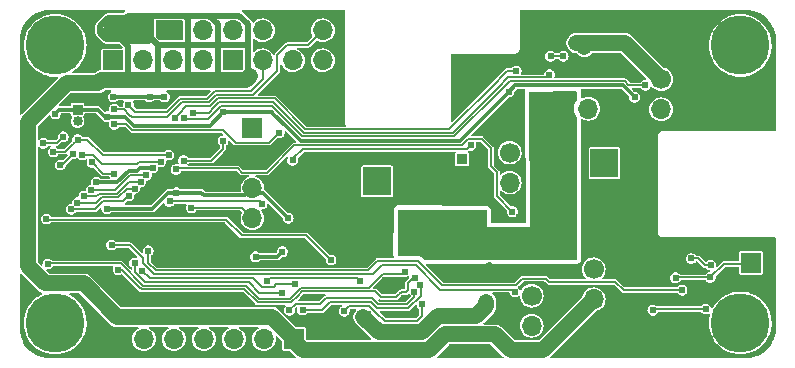
<source format=gtl>
%TF.GenerationSoftware,KiCad,Pcbnew,8.0.6*%
%TF.CreationDate,2024-11-01T15:47:02+09:00*%
%TF.ProjectId,powerups,706f7765-7275-4707-932e-6b696361645f,0.9.2*%
%TF.SameCoordinates,Original*%
%TF.FileFunction,Copper,L1,Top*%
%TF.FilePolarity,Positive*%
%FSLAX46Y46*%
G04 Gerber Fmt 4.6, Leading zero omitted, Abs format (unit mm)*
G04 Created by KiCad (PCBNEW 8.0.6) date 2024-11-01 15:47:02*
%MOMM*%
%LPD*%
G01*
G04 APERTURE LIST*
%TA.AperFunction,ComponentPad*%
%ADD10C,5.000000*%
%TD*%
%TA.AperFunction,ComponentPad*%
%ADD11R,1.700000X1.700000*%
%TD*%
%TA.AperFunction,ComponentPad*%
%ADD12O,1.700000X1.700000*%
%TD*%
%TA.AperFunction,ComponentPad*%
%ADD13R,2.400000X2.400000*%
%TD*%
%TA.AperFunction,ComponentPad*%
%ADD14C,2.400000*%
%TD*%
%TA.AperFunction,ComponentPad*%
%ADD15C,1.700000*%
%TD*%
%TA.AperFunction,ComponentPad*%
%ADD16R,0.850000X0.850000*%
%TD*%
%TA.AperFunction,ComponentPad*%
%ADD17O,0.850000X0.850000*%
%TD*%
%TA.AperFunction,ViaPad*%
%ADD18C,0.604800*%
%TD*%
%TA.AperFunction,Conductor*%
%ADD19C,0.152400*%
%TD*%
%TA.AperFunction,Conductor*%
%ADD20C,0.150000*%
%TD*%
%TA.AperFunction,Conductor*%
%ADD21C,0.304800*%
%TD*%
%TA.AperFunction,Conductor*%
%ADD22C,1.371600*%
%TD*%
%TA.AperFunction,Conductor*%
%ADD23C,0.508000*%
%TD*%
%TA.AperFunction,Conductor*%
%ADD24C,0.203200*%
%TD*%
G04 APERTURE END LIST*
D10*
%TO.P,H1,1,1*%
%TO.N,unconnected-(H1-Pad1)*%
X99690000Y-85280000D03*
%TD*%
%TO.P,H2,1,1*%
%TO.N,unconnected-(H2-Pad1)*%
X157690000Y-85280000D03*
%TD*%
%TO.P,H4,1,1*%
%TO.N,unconnected-(H4-Pad1)*%
X157690000Y-108780000D03*
%TD*%
%TO.P,H3,1,1*%
%TO.N,unconnected-(H3-Pad1)*%
X99690000Y-108780000D03*
%TD*%
D11*
%TO.P,CONN4,1,Pin_1*%
%TO.N,+3.3V*%
X104565000Y-86550000D03*
D12*
%TO.P,CONN4,2,Pin_2*%
%TO.N,+5V*%
X104565000Y-84010000D03*
%TO.P,CONN4,3,Pin_3*%
%TO.N,/SDA*%
X107105000Y-86550000D03*
%TO.P,CONN4,4,Pin_4*%
%TO.N,+5V*%
X107105000Y-84010000D03*
%TO.P,CONN4,5,Pin_5*%
%TO.N,/SCL*%
X109645000Y-86550000D03*
%TO.P,CONN4,6,Pin_6*%
%TO.N,GND*%
X109645000Y-84010000D03*
%TO.P,CONN4,7,Pin_7*%
%TO.N,unconnected-(CONN4-Pin_7-Pad7)*%
X112185000Y-86550000D03*
%TO.P,CONN4,8,Pin_8*%
%TO.N,unconnected-(CONN4-Pin_8-Pad8)*%
X112185000Y-84010000D03*
%TO.P,CONN4,9,Pin_9*%
%TO.N,GND*%
X114725000Y-86550000D03*
%TO.P,CONN4,10,Pin_10*%
%TO.N,unconnected-(CONN4-Pin_10-Pad10)*%
X114725000Y-84010000D03*
%TO.P,CONN4,11,Pin_11*%
%TO.N,/IO1*%
X117265000Y-86550000D03*
%TO.P,CONN4,12,Pin_12*%
%TO.N,unconnected-(CONN4-Pin_12-Pad12)*%
X117265000Y-84010000D03*
%TO.P,CONN4,13,Pin_13*%
%TO.N,unconnected-(CONN4-Pin_13-Pad13)*%
X119805000Y-86550000D03*
%TO.P,CONN4,14,Pin_14*%
%TO.N,GND*%
X119805000Y-84010000D03*
%TO.P,CONN4,15,Pin_15*%
%TO.N,unconnected-(CONN4-Pin_15-Pad15)*%
X122345000Y-86550000D03*
%TO.P,CONN4,16,Pin_16*%
%TO.N,/IO2*%
X122345000Y-84010000D03*
%TD*%
D11*
%TO.P,CONN3,1,Pin_1*%
%TO.N,+5V*%
X119890000Y-110140000D03*
D12*
%TO.P,CONN3,2,Pin_2*%
%TO.N,+3.3V*%
X117350000Y-110140000D03*
%TO.P,CONN3,3,Pin_3*%
%TO.N,/SCL*%
X114810000Y-110140000D03*
%TO.P,CONN3,4,Pin_4*%
%TO.N,/SDA*%
X112270000Y-110140000D03*
%TO.P,CONN3,5,Pin_5*%
%TO.N,/IO1*%
X109730000Y-110140000D03*
%TO.P,CONN3,6,Pin_6*%
%TO.N,/IO2*%
X107190000Y-110140000D03*
%TO.P,CONN3,7,Pin_7*%
%TO.N,GND*%
X104650000Y-110140000D03*
%TD*%
D11*
%TO.P,CONN5,1,Pin_1*%
%TO.N,Net-(CONN5-Pin_1)*%
X116380000Y-92300000D03*
D12*
%TO.P,CONN5,2,Pin_2*%
%TO.N,GND*%
X116380000Y-94840000D03*
%TO.P,CONN5,3,Pin_3*%
%TO.N,VCC*%
X116380000Y-97380000D03*
%TO.P,CONN5,4,Pin_4*%
%TO.N,Net-(CONN5-Pin_4)*%
X116380000Y-99920000D03*
%TD*%
D13*
%TO.P,CONN1,1,Pin_1*%
%TO.N,Net-(CONN1-Pin_1)*%
X126940000Y-96800000D03*
D14*
%TO.P,CONN1,2,Pin_2*%
%TO.N,GND*%
X130440000Y-96800000D03*
%TD*%
D15*
%TO.P,R4,1*%
%TO.N,Net-(R4-Pad1)*%
X140020000Y-106470000D03*
D12*
%TO.P,R4,2*%
%TO.N,+5V*%
X140020000Y-109010000D03*
%TD*%
D13*
%TO.P,CONN7,1,Pin_1*%
%TO.N,Net-(CONN7-Pin_1)*%
X146190000Y-95275000D03*
D14*
%TO.P,CONN7,2,Pin_2*%
%TO.N,GND*%
X146190000Y-98775000D03*
%TD*%
D16*
%TO.P,CONN2,1,Pin_1*%
%TO.N,VCC*%
X101580000Y-90720000D03*
D17*
%TO.P,CONN2,2,Pin_2*%
%TO.N,/BTN*%
X101580000Y-91720000D03*
%TD*%
D15*
%TO.P,R13,1*%
%TO.N,/bq25622e/VSYS*%
X142270000Y-90640000D03*
D12*
%TO.P,R13,2*%
%TO.N,Net-(C6-Pad1)*%
X144810000Y-90640000D03*
%TD*%
D15*
%TO.P,R5,1*%
%TO.N,Net-(CONN7-Pin_1)*%
X138170000Y-94360000D03*
D12*
%TO.P,R5,2*%
%TO.N,Net-(C2-Pad1)*%
X138170000Y-96900000D03*
%TD*%
D15*
%TO.P,R24,1*%
%TO.N,Net-(Q3-D)*%
X145286250Y-104245000D03*
D12*
%TO.P,R24,2*%
%TO.N,+5V*%
X145286250Y-106785000D03*
%TD*%
D11*
%TO.P,TP1,1,1*%
%TO.N,Net-(Q2-G)*%
X158590000Y-103700000D03*
%TD*%
D15*
%TO.P,R18,1*%
%TO.N,Net-(C1-Pad1)*%
X150986250Y-88155000D03*
D12*
%TO.P,R18,2*%
%TO.N,Net-(Q2-D)*%
X150986250Y-90695000D03*
%TD*%
D16*
%TO.P,CONN8,1,Pin_1*%
%TO.N,/bq25622e/TS*%
X134110000Y-94920000D03*
D17*
%TO.P,CONN8,2,Pin_2*%
%TO.N,GND*%
X135110000Y-94920000D03*
%TD*%
D18*
%TO.N,GND*%
X143440000Y-111200000D03*
X141050000Y-83580000D03*
X100460000Y-91870000D03*
X131740000Y-94670000D03*
X154420000Y-110800000D03*
X134960000Y-88310000D03*
X139690000Y-84440000D03*
X108280000Y-96910000D03*
X154620000Y-84000000D03*
X128990000Y-108042000D03*
X145070000Y-101780000D03*
X101190000Y-97260000D03*
X103180000Y-110850000D03*
X145790000Y-110050000D03*
X99500000Y-98010000D03*
X136449000Y-103946583D03*
X129230000Y-106680000D03*
X147290000Y-92880000D03*
X148790000Y-83960000D03*
X116000000Y-103809000D03*
X151930000Y-82680000D03*
X155210000Y-82690000D03*
X133700000Y-90480000D03*
X142640000Y-87070000D03*
X102710000Y-92290000D03*
X137800000Y-99820000D03*
X99610000Y-101570000D03*
X103190000Y-89860000D03*
X137810000Y-106580000D03*
X114640000Y-96840000D03*
X114400000Y-94800000D03*
X155070000Y-91810000D03*
X130090000Y-107820000D03*
X134330000Y-111290000D03*
X121340000Y-106633800D03*
X102720000Y-86920000D03*
X109834000Y-89474000D03*
X138980000Y-99840000D03*
X156190000Y-105710000D03*
X138620000Y-90560000D03*
X138390000Y-104590000D03*
X121130000Y-88040000D03*
X123600000Y-85300000D03*
X137020000Y-92760000D03*
X148270000Y-111230000D03*
X140880000Y-85760000D03*
X120390000Y-102210000D03*
X136190000Y-111280000D03*
X100390000Y-104301200D03*
X97230000Y-106620000D03*
X132930000Y-96760000D03*
X98650000Y-102780000D03*
X118900000Y-88840000D03*
X139690000Y-82960000D03*
X148280000Y-100450000D03*
X108550000Y-101790000D03*
X114060000Y-100930000D03*
X120490000Y-89900000D03*
X99120000Y-96280000D03*
X109910000Y-96730000D03*
X103180000Y-108680000D03*
X147940000Y-91330000D03*
X122690000Y-109300000D03*
X159060000Y-91360000D03*
X101060000Y-103209000D03*
X153521500Y-105476638D03*
X127358685Y-105706156D03*
X102790000Y-96120000D03*
X121840000Y-91730000D03*
X106930000Y-98210000D03*
X160060000Y-87800000D03*
X111260000Y-96620000D03*
X160200000Y-106700000D03*
X101549200Y-102300000D03*
X148300000Y-102820000D03*
X97550000Y-88460000D03*
X151060000Y-83980000D03*
X102340000Y-82980000D03*
X127700000Y-99490000D03*
X123330000Y-88730000D03*
X127619113Y-105178986D03*
X119450000Y-96510000D03*
X112430000Y-102930000D03*
X128626830Y-105564645D03*
X153390000Y-104320000D03*
X136280000Y-86650000D03*
X115510000Y-106800000D03*
X156690000Y-102270000D03*
X119050000Y-95620000D03*
X142630000Y-82910000D03*
%TO.N,VCC*%
X104060000Y-99110000D03*
X138100000Y-89220000D03*
X148740000Y-89670000D03*
X104072800Y-91320000D03*
X116660000Y-103180000D03*
X118910565Y-102741511D03*
X113910000Y-90931000D03*
X109950000Y-97750000D03*
X119410000Y-99910000D03*
X99689426Y-91059426D03*
%TO.N,/QON*%
X98945000Y-99975000D03*
X123030000Y-103449000D03*
%TO.N,/bq25622e/VIN*%
X136170000Y-106990000D03*
X135170000Y-108240000D03*
X135840000Y-107720000D03*
X125920000Y-108640000D03*
X126200000Y-108050000D03*
X125370000Y-108250000D03*
%TO.N,/SDA*%
X106906669Y-96836497D03*
X102104847Y-98069000D03*
%TO.N,/IO2*%
X104670000Y-90700000D03*
X105935714Y-97997832D03*
X101041000Y-99153600D03*
%TO.N,/SCL*%
X102730000Y-97538000D03*
X107407062Y-96268200D03*
%TO.N,+3.3V*%
X107950000Y-95661000D03*
X107670000Y-89627400D03*
X103178754Y-96859000D03*
X104610000Y-89627400D03*
X108930000Y-89627400D03*
%TO.N,/IO1*%
X105887139Y-90300244D03*
X106404170Y-97402934D03*
X101563644Y-98605696D03*
%TO.N,/BTN*%
X99520644Y-94290644D03*
X109300000Y-94570000D03*
X101580000Y-93260000D03*
X101200000Y-94480000D03*
X100109356Y-95419356D03*
%TO.N,/PG*%
X117620383Y-105221000D03*
X117197091Y-98700000D03*
X109364577Y-98492800D03*
X125530000Y-105269400D03*
%TO.N,/INT*%
X130109662Y-104945908D03*
X105009222Y-104271000D03*
%TO.N,Net-(U6-SW)*%
X124150000Y-107790000D03*
X130740000Y-107210000D03*
%TO.N,/bq25622e/TS*%
X134870000Y-93741000D03*
X119783800Y-95010000D03*
%TO.N,/ALARM*%
X118650000Y-92680000D03*
X104700000Y-91960000D03*
%TO.N,/SDA0*%
X120003254Y-105525800D03*
X120632403Y-107693400D03*
X130580765Y-105538713D03*
X107059000Y-104391000D03*
%TO.N,/SCL0*%
X119520000Y-107700000D03*
X106414624Y-103707653D03*
X118880000Y-106209000D03*
X130097449Y-106121604D03*
%TO.N,/5V_PG*%
X141530000Y-87758000D03*
X111360000Y-90969000D03*
%TO.N,/LED*%
X101975201Y-94562331D03*
X108610000Y-95130000D03*
%TO.N,Net-(Q2-G)*%
X150280600Y-107702550D03*
X155160000Y-104930000D03*
X152219000Y-104960000D03*
X154770000Y-107610000D03*
%TO.N,Net-(U6-STAT)*%
X129270000Y-104440000D03*
X99060000Y-103800000D03*
%TO.N,Net-(U3-EN)*%
X142691000Y-86200000D03*
X141629000Y-86194526D03*
%TO.N,/bq25622e/VSYS*%
X131460000Y-100040000D03*
X141890000Y-92100000D03*
X129240000Y-100040000D03*
X130290000Y-99600000D03*
X140290000Y-90840000D03*
X129020000Y-101870000D03*
X130050000Y-101060000D03*
X140370000Y-89690000D03*
X140500000Y-92000000D03*
%TO.N,/5V_OUT*%
X149650000Y-88660000D03*
X110560000Y-91462800D03*
%TO.N,/5V_DIS*%
X138398039Y-99355565D03*
X109910000Y-95790000D03*
%TO.N,Net-(C1-Pad1)*%
X145140000Y-85060000D03*
X144490000Y-85420000D03*
X143810000Y-85080000D03*
%TO.N,/ST*%
X104460000Y-102180000D03*
X102800000Y-95190000D03*
X104690000Y-96140000D03*
X138600000Y-106126200D03*
%TO.N,/5V_BYP*%
X109800000Y-91462800D03*
X138708941Y-87453200D03*
%TO.N,/5V_EN*%
X153521500Y-103324800D03*
X107560000Y-102660000D03*
X155170000Y-103880000D03*
X152750000Y-106010000D03*
%TO.N,Net-(LED1-K)*%
X98680000Y-93570000D03*
X100360000Y-93010000D03*
%TO.N,Net-(CONN5-Pin_4)*%
X111210000Y-99030000D03*
%TO.N,Net-(CONN5-Pin_1)*%
X110550000Y-95030000D03*
X113890000Y-93370000D03*
%TD*%
D19*
%TO.N,GND*%
X102791200Y-92371200D02*
X100961200Y-92371200D01*
X141219974Y-85201026D02*
X140731000Y-85690000D01*
D20*
X128990000Y-108042000D02*
X129868000Y-108042000D01*
X129868000Y-108042000D02*
X130090000Y-107820000D01*
D19*
X99500000Y-98010000D02*
X99500000Y-96660000D01*
X99500000Y-96660000D02*
X99120000Y-96280000D01*
X141219974Y-85100974D02*
X141219974Y-85201026D01*
D20*
X129230000Y-106680000D02*
X129002600Y-106907400D01*
D19*
X104459000Y-94039000D02*
X102791200Y-92371200D01*
X130440000Y-96800000D02*
X132890000Y-96800000D01*
X132890000Y-96800000D02*
X132930000Y-96760000D01*
X102710000Y-92290000D02*
X104459000Y-94039000D01*
X100961200Y-92371200D02*
X100460000Y-91870000D01*
D21*
%TO.N,VCC*%
X116761000Y-97761000D02*
X116649408Y-97649408D01*
X147460000Y-88670000D02*
X138650000Y-88670000D01*
X118021000Y-90931000D02*
X113910000Y-90931000D01*
X103270000Y-90720000D02*
X101580000Y-90720000D01*
X117261000Y-97761000D02*
X116761000Y-97761000D01*
X104070000Y-99100000D02*
X104060000Y-99110000D01*
X115772800Y-97987200D02*
X116110592Y-97649408D01*
X103870000Y-91320000D02*
X103270000Y-90720000D01*
X104072800Y-91320000D02*
X103870000Y-91320000D01*
X120460600Y-93370600D02*
X133949400Y-93370600D01*
X101580000Y-90720000D02*
X100028852Y-90720000D01*
X112307200Y-97987200D02*
X115772800Y-97987200D01*
X138650000Y-88670000D02*
X138100000Y-89220000D01*
X113910000Y-90931000D02*
X112771000Y-92070000D01*
X118472076Y-103180000D02*
X118910565Y-102741511D01*
X116660000Y-103180000D02*
X118472076Y-103180000D01*
X112070000Y-97750000D02*
X112307200Y-97987200D01*
X119410000Y-99910000D02*
X117261000Y-97761000D01*
X147460000Y-88670000D02*
X147740000Y-88670000D01*
X118145000Y-91055000D02*
X118021000Y-90931000D01*
X100028852Y-90720000D02*
X99689426Y-91059426D01*
X119315000Y-92225000D02*
X120460600Y-93370600D01*
X133949400Y-93370600D02*
X138100000Y-89220000D01*
X109950000Y-97750000D02*
X112070000Y-97750000D01*
X109248666Y-97750000D02*
X109950000Y-97750000D01*
X106368816Y-92070000D02*
X105618816Y-91320000D01*
X104060000Y-99110000D02*
X107888666Y-99110000D01*
X147740000Y-88670000D02*
X148740000Y-89670000D01*
X107888666Y-99110000D02*
X109248666Y-97750000D01*
X112771000Y-92070000D02*
X106368816Y-92070000D01*
X105618816Y-91320000D02*
X104072800Y-91320000D01*
X119315000Y-92225000D02*
X118145000Y-91055000D01*
D19*
%TO.N,/QON*%
X114160200Y-100040200D02*
X99010200Y-100040200D01*
X123030000Y-103449000D02*
X120941200Y-101360200D01*
X99010200Y-100040200D02*
X98945000Y-99975000D01*
X115480200Y-101360200D02*
X114160200Y-100040200D01*
X120941200Y-101360200D02*
X115480200Y-101360200D01*
D22*
%TO.N,/bq25622e/VIN*%
X132079078Y-108210000D02*
X130719078Y-109570000D01*
X136170000Y-106990000D02*
X136170000Y-107380000D01*
X127070000Y-109570000D02*
X125780000Y-108280000D01*
X136170000Y-107380000D02*
X135340000Y-108210000D01*
D19*
X125920000Y-108640000D02*
X125920000Y-108330000D01*
D22*
X130719078Y-109570000D02*
X127070000Y-109570000D01*
X135340000Y-108210000D02*
X132079078Y-108210000D01*
D19*
X125920000Y-108330000D02*
X126200000Y-108050000D01*
%TO.N,/SDA*%
X105931546Y-96820000D02*
X106390000Y-96820000D01*
X104180000Y-97845000D02*
X104906546Y-97845000D01*
X104906546Y-97845000D02*
X105931546Y-96820000D01*
X103305000Y-97935000D02*
X103395000Y-97845000D01*
X103395000Y-97845000D02*
X104180000Y-97845000D01*
X106390000Y-96820000D02*
X106890172Y-96820000D01*
X103171000Y-98069000D02*
X102104847Y-98069000D01*
X106890172Y-96820000D02*
X106906669Y-96836497D01*
X103305000Y-97935000D02*
X103171000Y-98069000D01*
D23*
%TO.N,+5V*%
X105267500Y-83307500D02*
X104565000Y-84010000D01*
X107220000Y-82753600D02*
X105821400Y-82753600D01*
D22*
X103321400Y-88486800D02*
X103570000Y-88238200D01*
D23*
X106690000Y-83130000D02*
X106690000Y-83595000D01*
X104020000Y-84730000D02*
X103500000Y-84210000D01*
X107105000Y-82868600D02*
X107220000Y-82753600D01*
D22*
X104920000Y-108280000D02*
X118030000Y-108280000D01*
X131350140Y-111094200D02*
X132697170Y-109747170D01*
D23*
X107786400Y-82753600D02*
X108930000Y-82753600D01*
X105587500Y-82987500D02*
X105267500Y-83307500D01*
X116008600Y-87578600D02*
X116270000Y-87840000D01*
X105445000Y-83130000D02*
X106690000Y-83130000D01*
X105267500Y-83307500D02*
X105445000Y-83130000D01*
D22*
X98831800Y-105441800D02*
X102081800Y-105441800D01*
D23*
X108930000Y-82753600D02*
X107220000Y-82753600D01*
D22*
X119890000Y-110140000D02*
X119890000Y-110290000D01*
D23*
X110832200Y-85266400D02*
X113377800Y-85266400D01*
X103500000Y-83650000D02*
X104162500Y-82987500D01*
X107592500Y-84877500D02*
X107782500Y-84687500D01*
X107105000Y-84010000D02*
X107105000Y-82868600D01*
X103500000Y-84210000D02*
X103500000Y-83650000D01*
D22*
X97375800Y-91760000D02*
X97375800Y-103985800D01*
X116218762Y-87891238D02*
X115871800Y-88238200D01*
X107105000Y-84010000D02*
X104565000Y-84010000D01*
X132704000Y-109754000D02*
X136910948Y-109754000D01*
D23*
X107105000Y-84010000D02*
X107105000Y-83435000D01*
D22*
X102081800Y-105441800D02*
X104920000Y-108280000D01*
D23*
X108361400Y-85266400D02*
X107782500Y-84687500D01*
X113441400Y-87621400D02*
X113660000Y-87840000D01*
X116008600Y-83489582D02*
X116008600Y-85460000D01*
X108361400Y-85266400D02*
X108361400Y-88179600D01*
X107786400Y-82753600D02*
X107782500Y-82757500D01*
X110928600Y-88226800D02*
X110940000Y-88238200D01*
X105821400Y-82753600D02*
X105587500Y-82987500D01*
X110928600Y-83042200D02*
X110640000Y-82753600D01*
D22*
X120694200Y-111094200D02*
X131350140Y-111094200D01*
X132697170Y-109747170D02*
X132704000Y-109754000D01*
X97375800Y-103985800D02*
X98831800Y-105441800D01*
D23*
X112705418Y-82753600D02*
X110640000Y-82753600D01*
X115815000Y-85266400D02*
X116008600Y-85460000D01*
X107782500Y-84687500D02*
X107105000Y-84010000D01*
X107782500Y-82757500D02*
X107782500Y-84687500D01*
X110832200Y-85266400D02*
X108361400Y-85266400D01*
X112705418Y-82753600D02*
X115272618Y-82753600D01*
X110928600Y-85170000D02*
X110928600Y-88226800D01*
X105848600Y-85293600D02*
X105848600Y-87681076D01*
D22*
X119890000Y-110290000D02*
X120694200Y-111094200D01*
D23*
X116008600Y-85460000D02*
X116008600Y-87578600D01*
X113377800Y-85266400D02*
X115815000Y-85266400D01*
X104022500Y-84727500D02*
X104020000Y-84730000D01*
D22*
X115871800Y-88238200D02*
X103570000Y-88238200D01*
D23*
X113441400Y-85330000D02*
X113441400Y-87621400D01*
X105432500Y-84877500D02*
X105848600Y-85293600D01*
X107105000Y-83435000D02*
X107786400Y-82753600D01*
X112705418Y-82753600D02*
X113441400Y-83489582D01*
D22*
X140977050Y-111094200D02*
X145286250Y-106785000D01*
D23*
X105282500Y-84727500D02*
X104022500Y-84727500D01*
X110928600Y-85170000D02*
X110928600Y-83042200D01*
X105432500Y-84877500D02*
X107592500Y-84877500D01*
D22*
X138251148Y-111094200D02*
X140977050Y-111094200D01*
D23*
X113441400Y-83489582D02*
X113441400Y-85330000D01*
D22*
X136910948Y-109754000D02*
X138251148Y-111094200D01*
D23*
X105432500Y-84877500D02*
X105282500Y-84727500D01*
D22*
X100649000Y-88486800D02*
X97375800Y-91760000D01*
D23*
X110640000Y-82753600D02*
X108930000Y-82753600D01*
D22*
X118030000Y-108280000D02*
X119890000Y-110140000D01*
D23*
X104162500Y-82987500D02*
X105587500Y-82987500D01*
X110928600Y-85170000D02*
X110832200Y-85266400D01*
X113377800Y-85266400D02*
X113441400Y-85330000D01*
X106690000Y-83595000D02*
X107105000Y-84010000D01*
X104565000Y-84010000D02*
X105432500Y-84877500D01*
X115272618Y-82753600D02*
X116008600Y-83489582D01*
D22*
X100649000Y-88486800D02*
X103321400Y-88486800D01*
D19*
%TO.N,/IO2*%
X116200000Y-89457400D02*
X114670000Y-89457400D01*
X105881773Y-98051773D02*
X105878227Y-98051773D01*
X118500000Y-87420000D02*
X116462600Y-89457400D01*
X105878227Y-98051773D02*
X105460000Y-98470000D01*
X105973816Y-91136184D02*
X105537632Y-90700000D01*
X103731052Y-98470000D02*
X105460000Y-98470000D01*
X118500000Y-86070000D02*
X118500000Y-87420000D01*
X109140000Y-91350000D02*
X106187632Y-91350000D01*
X112968448Y-89828448D02*
X112696896Y-90100000D01*
X106187632Y-91350000D02*
X105973816Y-91136184D01*
X119330000Y-85240000D02*
X118500000Y-86070000D01*
X110390000Y-90100000D02*
X109140000Y-91350000D01*
X110658948Y-90100000D02*
X110390000Y-90100000D01*
X113339496Y-89457400D02*
X112968448Y-89828448D01*
X116462600Y-89457400D02*
X116200000Y-89457400D01*
X103047452Y-99153600D02*
X103731052Y-98470000D01*
X114670000Y-89457400D02*
X113339496Y-89457400D01*
X122345000Y-84010000D02*
X121115000Y-85240000D01*
X121115000Y-85240000D02*
X119330000Y-85240000D01*
X105935714Y-97997832D02*
X105881773Y-98051773D01*
X101041000Y-99153600D02*
X103047452Y-99153600D01*
X112696896Y-90100000D02*
X112600000Y-90100000D01*
X105537632Y-90700000D02*
X104670000Y-90700000D01*
X112600000Y-90100000D02*
X110658948Y-90100000D01*
%TO.N,/SCL*%
X104780294Y-97540200D02*
X106052294Y-96268200D01*
X102730000Y-97538000D02*
X102732200Y-97540200D01*
X102732200Y-97540200D02*
X104780294Y-97540200D01*
X106052294Y-96268200D02*
X107407062Y-96268200D01*
D21*
%TO.N,+3.3V*%
X105894478Y-95887200D02*
X106620000Y-95887200D01*
X107670000Y-89627400D02*
X104610000Y-89627400D01*
X103178754Y-96859000D02*
X104922678Y-96859000D01*
X108930000Y-89627400D02*
X107670000Y-89627400D01*
X106846200Y-95661000D02*
X107950000Y-95661000D01*
X104922678Y-96859000D02*
X105894478Y-95887200D01*
X106620000Y-95887200D02*
X106846200Y-95661000D01*
D19*
%TO.N,/IO1*%
X101563644Y-98605696D02*
X101569340Y-98600000D01*
X116250557Y-89152600D02*
X115050000Y-89152600D01*
X105779664Y-97402934D02*
X106404170Y-97402934D01*
X109168948Y-90890000D02*
X106476895Y-90890000D01*
X113213244Y-89152600D02*
X113034696Y-89331148D01*
X117265000Y-88138157D02*
X116250557Y-89152600D01*
X110263748Y-89795200D02*
X110085200Y-89973748D01*
X105022598Y-98160000D02*
X105779664Y-97402934D01*
X112717922Y-89647922D02*
X112570644Y-89795200D01*
X112655844Y-89710000D02*
X112650000Y-89710000D01*
X115050000Y-89152600D02*
X113213244Y-89152600D01*
X112570644Y-89795200D02*
X112110000Y-89795200D01*
X117265000Y-86550000D02*
X117265000Y-88138157D01*
X101569340Y-98600000D02*
X103170000Y-98600000D01*
X112110000Y-89795200D02*
X110263748Y-89795200D01*
X113034696Y-89331148D02*
X112717922Y-89647922D01*
X106476895Y-90890000D02*
X105887139Y-90300244D01*
X110085200Y-89973748D02*
X109249474Y-90809474D01*
X109249474Y-90809474D02*
X109168948Y-90890000D01*
X103610000Y-98160000D02*
X105022598Y-98160000D01*
X103170000Y-98600000D02*
X103610000Y-98160000D01*
%TO.N,/BTN*%
X100109356Y-95419356D02*
X100260644Y-95419356D01*
X100549356Y-94290644D02*
X99520644Y-94290644D01*
X100260644Y-95419356D02*
X101200000Y-94480000D01*
X109300000Y-94570000D02*
X103710000Y-94570000D01*
X103710000Y-94570000D02*
X102400000Y-93260000D01*
X101170000Y-93670000D02*
X101580000Y-93260000D01*
X102400000Y-93260000D02*
X101580000Y-93260000D01*
X101170000Y-93670000D02*
X100549356Y-94290644D01*
%TO.N,/PG*%
X117620383Y-105221000D02*
X117846583Y-104994800D01*
X109364577Y-98492800D02*
X116989891Y-98492800D01*
X117846583Y-104994800D02*
X125255400Y-104994800D01*
X116989891Y-98492800D02*
X117197091Y-98700000D01*
X125255400Y-104994800D02*
X125530000Y-105269400D01*
D20*
%TO.N,/INT*%
X105331038Y-104271000D02*
X105009222Y-104271000D01*
X126789118Y-106104000D02*
X127192559Y-106507441D01*
X127285118Y-106600000D02*
X128560749Y-106600000D01*
X127192559Y-106507441D02*
X127285118Y-106600000D01*
X128820374Y-106340374D02*
X129010548Y-106150200D01*
X129984092Y-104945908D02*
X130109662Y-104945908D01*
X120620549Y-106104000D02*
X120217274Y-106507274D01*
X129567649Y-105970000D02*
X129567649Y-105362351D01*
X116814244Y-107043600D02*
X115707844Y-105937200D01*
X126789118Y-106104000D02*
X120620549Y-106104000D01*
X127192559Y-106507441D02*
X126851130Y-106166012D01*
X106819393Y-105759355D02*
X105331038Y-104271000D01*
X115707844Y-105937200D02*
X106997237Y-105937200D01*
X129010548Y-106150200D02*
X129387449Y-106150200D01*
X119680948Y-107043600D02*
X116814244Y-107043600D01*
X128560749Y-106600000D02*
X128820374Y-106340374D01*
X120217274Y-106507274D02*
X119680948Y-107043600D01*
X126851130Y-106166012D02*
X126789118Y-106104000D01*
X129567649Y-105362351D02*
X129984092Y-104945908D01*
X129387449Y-106150200D02*
X129567649Y-105970000D01*
X106997237Y-105937200D02*
X106819393Y-105759355D01*
D24*
%TO.N,Net-(U6-SW)*%
X130329800Y-108630200D02*
X127567069Y-108630200D01*
X130740000Y-107210000D02*
X130740000Y-108220000D01*
X126756400Y-107819531D02*
X126618434Y-107681566D01*
X127567069Y-108630200D02*
X126756400Y-107819531D01*
X125840000Y-107340200D02*
X124599800Y-107340200D01*
X124599800Y-107340200D02*
X124150000Y-107790000D01*
X126778434Y-107841566D02*
X126618434Y-107681566D01*
X130740000Y-108220000D02*
X130329800Y-108630200D01*
X126277068Y-107340200D02*
X125840000Y-107340200D01*
X126618434Y-107681566D02*
X126498434Y-107561566D01*
X126498434Y-107561566D02*
X126277068Y-107340200D01*
D19*
%TO.N,/bq25622e/TS*%
X119856900Y-94936900D02*
X119856900Y-94839500D01*
X119856900Y-94839500D02*
X120640000Y-94056400D01*
X134870000Y-93741000D02*
X134554600Y-94056400D01*
X119783800Y-95010000D02*
X119856900Y-94936900D01*
X134554600Y-94056400D02*
X120640000Y-94056400D01*
%TO.N,/ALARM*%
X117800000Y-93530000D02*
X116340000Y-93530000D01*
X106211000Y-92451000D02*
X106010000Y-92250000D01*
X116340000Y-93530000D02*
X114960000Y-93530000D01*
X105720000Y-91960000D02*
X104700000Y-91960000D01*
X113881000Y-92451000D02*
X110710000Y-92451000D01*
X110710000Y-92451000D02*
X106211000Y-92451000D01*
X114960000Y-93530000D02*
X113881000Y-92451000D01*
X118650000Y-92680000D02*
X117800000Y-93530000D01*
X106010000Y-92250000D02*
X105720000Y-91960000D01*
D20*
%TO.N,/SDA0*%
X130627249Y-105585197D02*
X130627249Y-106459660D01*
X129574709Y-107512200D02*
X126914344Y-107512200D01*
D19*
X116430000Y-105000000D02*
X107668000Y-105000000D01*
D20*
X122978800Y-107011200D02*
X122296600Y-107693400D01*
X130627249Y-106459660D02*
X129574709Y-107512200D01*
X126413344Y-107011200D02*
X122978800Y-107011200D01*
D19*
X118394200Y-105525800D02*
X118168000Y-105752000D01*
X118168000Y-105752000D02*
X117182000Y-105752000D01*
D20*
X130580765Y-105538713D02*
X130627249Y-105585197D01*
D19*
X120003254Y-105525800D02*
X118394200Y-105525800D01*
X107668000Y-105000000D02*
X107059000Y-104391000D01*
X120003254Y-105525800D02*
X119851054Y-105678000D01*
D20*
X126914344Y-107512200D02*
X126413344Y-107011200D01*
D19*
X117182000Y-105752000D02*
X116430000Y-105000000D01*
D20*
X122296600Y-107693400D02*
X120632403Y-107693400D01*
%TO.N,/SCL0*%
X130097449Y-106121604D02*
X130097449Y-106561802D01*
X106414624Y-104495875D02*
X106414624Y-103707653D01*
X118880000Y-106209000D02*
X118350000Y-106209000D01*
X129449451Y-107209800D02*
X128840000Y-107209800D01*
X118350000Y-106209000D02*
X116939000Y-106209000D01*
X126664901Y-106835099D02*
X126538602Y-106708800D01*
X121820000Y-107163600D02*
X120630000Y-107163600D01*
X122574251Y-106708800D02*
X122119451Y-107163600D01*
X123980000Y-106708800D02*
X122574251Y-106708800D01*
X116060000Y-105330000D02*
X107248749Y-105330000D01*
X127039602Y-107209800D02*
X126664901Y-106835099D01*
X128840000Y-107209800D02*
X127039602Y-107209800D01*
X120630000Y-107163600D02*
X120056400Y-107163600D01*
X126538602Y-106708800D02*
X124430000Y-106708800D01*
X122119451Y-107163600D02*
X121820000Y-107163600D01*
X120056400Y-107163600D02*
X119520000Y-107700000D01*
X116939000Y-106209000D02*
X116060000Y-105330000D01*
X107248749Y-105330000D02*
X106414624Y-104495875D01*
X130097449Y-106561802D02*
X129449451Y-107209800D01*
X124430000Y-106708800D02*
X123980000Y-106708800D01*
D19*
%TO.N,/5V_PG*%
X141303800Y-87984200D02*
X138034748Y-87984200D01*
X133334148Y-92684800D02*
X132830000Y-92684800D01*
X113134500Y-90524500D02*
X112690000Y-90969000D01*
X119299934Y-91240066D02*
X120744668Y-92684800D01*
X138034748Y-87984200D02*
X137134474Y-88884474D01*
X113790000Y-90067000D02*
X113592000Y-90067000D01*
X113592000Y-90067000D02*
X113134500Y-90524500D01*
X120744668Y-92684800D02*
X132230000Y-92684800D01*
X132830000Y-92684800D02*
X132230000Y-92684800D01*
X118126868Y-90067000D02*
X119299934Y-91240066D01*
X112690000Y-90969000D02*
X111360000Y-90969000D01*
X113790000Y-90067000D02*
X118126868Y-90067000D01*
X141530000Y-87758000D02*
X141303800Y-87984200D01*
X137134474Y-88884474D02*
X133334148Y-92684800D01*
%TO.N,/LED*%
X106580000Y-95300000D02*
X103660948Y-95300000D01*
X108610000Y-95130000D02*
X106750000Y-95130000D01*
X106750000Y-95130000D02*
X106580000Y-95300000D01*
X102923279Y-94562331D02*
X101975201Y-94562331D01*
X103660948Y-95300000D02*
X102923279Y-94562331D01*
%TO.N,Net-(Q2-G)*%
X154770000Y-107610000D02*
X150373150Y-107610000D01*
X152219000Y-104960000D02*
X152249000Y-104930000D01*
X155144362Y-104945638D02*
X155160000Y-104930000D01*
X156310000Y-103780000D02*
X159250000Y-103780000D01*
X150373150Y-107610000D02*
X150280600Y-107702550D01*
X155160000Y-104930000D02*
X156310000Y-103780000D01*
X152249000Y-104930000D02*
X155160000Y-104930000D01*
%TO.N,Net-(U6-STAT)*%
X105229393Y-103740000D02*
X103100000Y-103740000D01*
X127399165Y-104647986D02*
X126246751Y-105800400D01*
X129270000Y-104440000D02*
X129062014Y-104647986D01*
X124700000Y-105800400D02*
X120640000Y-105800400D01*
X109850000Y-105633600D02*
X107350000Y-105633600D01*
X125800000Y-105800400D02*
X124700000Y-105800400D01*
X127940000Y-104647986D02*
X127399165Y-104647986D01*
X126246751Y-105800400D02*
X125800000Y-105800400D01*
X107122993Y-105633600D02*
X105229393Y-103740000D01*
X107350000Y-105633600D02*
X107122993Y-105633600D01*
X115833600Y-105633600D02*
X109850000Y-105633600D01*
X99120000Y-103740000D02*
X99060000Y-103800000D01*
X115930000Y-105730000D02*
X115833600Y-105633600D01*
X129062014Y-104647986D02*
X127940000Y-104647986D01*
X120150000Y-106130000D02*
X119540000Y-106740000D01*
X103100000Y-103740000D02*
X99680000Y-103740000D01*
X120640000Y-105800400D02*
X120479600Y-105800400D01*
X119540000Y-106740000D02*
X119150000Y-106740000D01*
X107350000Y-105633600D02*
X107220000Y-105633600D01*
X116940000Y-106740000D02*
X115930000Y-105730000D01*
X119150000Y-106740000D02*
X116940000Y-106740000D01*
X120479600Y-105800400D02*
X120150000Y-106130000D01*
X99680000Y-103740000D02*
X99120000Y-103740000D01*
%TO.N,Net-(U3-EN)*%
X142685526Y-86194526D02*
X142691000Y-86200000D01*
X141629000Y-86194526D02*
X142685526Y-86194526D01*
D24*
%TO.N,/bq25622e/VSYS*%
X143450000Y-102910000D02*
X143560000Y-102800000D01*
X143030000Y-103330000D02*
X143450000Y-102910000D01*
X129990000Y-101870000D02*
X131450000Y-103330000D01*
X131450000Y-103330000D02*
X143030000Y-103330000D01*
X129020000Y-101870000D02*
X129990000Y-101870000D01*
X143560000Y-102800000D02*
X143560000Y-101590000D01*
D19*
%TO.N,/5V_OUT*%
X145840000Y-88289000D02*
X139050000Y-88289000D01*
X148209408Y-88600592D02*
X147897816Y-88289000D01*
X112610000Y-91500000D02*
X110597200Y-91500000D01*
X137430000Y-89020000D02*
X133460400Y-92989600D01*
X149650000Y-88660000D02*
X148268816Y-88660000D01*
X120618416Y-92989600D02*
X132990000Y-92989600D01*
X139050000Y-88289000D02*
X138161000Y-88289000D01*
X148268816Y-88660000D02*
X148209408Y-88600592D01*
X133460400Y-92989600D02*
X132990000Y-92989600D01*
X138161000Y-88289000D02*
X137430000Y-89020000D01*
X114530000Y-90400000D02*
X113690052Y-90400000D01*
X110597200Y-91500000D02*
X110560000Y-91462800D01*
X118028816Y-90400000D02*
X120618416Y-92989600D01*
X113690052Y-90400000D02*
X112610000Y-91480052D01*
X112610000Y-91480052D02*
X112610000Y-91500000D01*
X114530000Y-90400000D02*
X118028816Y-90400000D01*
X147897816Y-88289000D02*
X145840000Y-88289000D01*
%TO.N,/5V_DIS*%
X115481052Y-96050000D02*
X117610000Y-96050000D01*
X109910000Y-95790000D02*
X110010000Y-95690000D01*
X115121052Y-95690000D02*
X115481052Y-96050000D01*
X136590000Y-93990000D02*
X136590000Y-95530000D01*
X135810000Y-93210000D02*
X136590000Y-93990000D01*
X137091400Y-98048926D02*
X138398039Y-99355565D01*
X134107216Y-93751600D02*
X134648816Y-93210000D01*
X134648816Y-93210000D02*
X135810000Y-93210000D01*
X136590000Y-95530000D02*
X137091400Y-96031400D01*
X117610000Y-96050000D02*
X119908400Y-93751600D01*
X137091400Y-96031400D02*
X137091400Y-98048926D01*
X119908400Y-93751600D02*
X134107216Y-93751600D01*
X110010000Y-95690000D02*
X115121052Y-95690000D01*
D22*
%TO.N,Net-(C1-Pad1)*%
X147891250Y-85060000D02*
X150986250Y-88155000D01*
X144520000Y-85060000D02*
X143830000Y-85060000D01*
X144490000Y-85420000D02*
X144490000Y-85090000D01*
X144490000Y-85090000D02*
X144520000Y-85060000D01*
X145140000Y-85060000D02*
X144520000Y-85060000D01*
X144520000Y-85060000D02*
X147891250Y-85060000D01*
X143830000Y-85060000D02*
X143810000Y-85080000D01*
D19*
%TO.N,/ST*%
X138443800Y-105970000D02*
X138600000Y-106126200D01*
X105980000Y-102180000D02*
X107100000Y-103300000D01*
X104690000Y-96140000D02*
X103750000Y-96140000D01*
X126615200Y-104644800D02*
X127351000Y-103909000D01*
X107100000Y-103681052D02*
X108063748Y-104644800D01*
X107100000Y-103300000D02*
X107100000Y-103681052D01*
X103750000Y-96140000D02*
X102800000Y-95190000D01*
X108063748Y-104644800D02*
X126615200Y-104644800D01*
X104460000Y-102180000D02*
X105980000Y-102180000D01*
X130209000Y-103909000D02*
X132270000Y-105970000D01*
X127351000Y-103909000D02*
X130209000Y-103909000D01*
X132270000Y-105970000D02*
X138443800Y-105970000D01*
%TO.N,/5V_BYP*%
X110752000Y-90438000D02*
X110130000Y-91060000D01*
X137455000Y-87965000D02*
X137050000Y-88370000D01*
X137966800Y-87453200D02*
X137455000Y-87965000D01*
X113408974Y-89818974D02*
X112893974Y-90333974D01*
X118253120Y-89762200D02*
X118340460Y-89849540D01*
X138708941Y-87453200D02*
X137966800Y-87453200D01*
X112789948Y-90438000D02*
X110752000Y-90438000D01*
X120870920Y-92380000D02*
X131940000Y-92380000D01*
X109800000Y-91390000D02*
X109800000Y-91462800D01*
X118253120Y-89762200D02*
X113465748Y-89762200D01*
X137050000Y-88370000D02*
X133040000Y-92380000D01*
X110130000Y-91060000D02*
X109800000Y-91390000D01*
X113465748Y-89762200D02*
X113408974Y-89818974D01*
X112893974Y-90333974D02*
X112789948Y-90438000D01*
X133040000Y-92380000D02*
X131940000Y-92380000D01*
X118340460Y-89849540D02*
X120870920Y-92380000D01*
%TO.N,/5V_EN*%
X147806400Y-106010000D02*
X152750000Y-106010000D01*
X139238948Y-105030000D02*
X141230000Y-105030000D01*
X154680000Y-103880000D02*
X155170000Y-103880000D01*
X153521500Y-103324800D02*
X154124800Y-103324800D01*
X154124800Y-103324800D02*
X154660000Y-103860000D01*
X154660000Y-103860000D02*
X154680000Y-103880000D01*
X126150000Y-104340000D02*
X126944800Y-103545200D01*
X107560000Y-103710000D02*
X108190000Y-104340000D01*
X126944800Y-103545200D02*
X130405200Y-103545200D01*
X147120000Y-105323600D02*
X147806400Y-106010000D01*
X132455200Y-105595200D02*
X138673748Y-105595200D01*
X141523600Y-105323600D02*
X147120000Y-105323600D01*
X108190000Y-104340000D02*
X126150000Y-104340000D01*
X130405200Y-103545200D02*
X132455200Y-105595200D01*
X138673748Y-105595200D02*
X139238948Y-105030000D01*
X107560000Y-102660000D02*
X107560000Y-103710000D01*
X141230000Y-105030000D02*
X141523600Y-105323600D01*
%TO.N,Net-(LED1-K)*%
X99720000Y-93550000D02*
X98700000Y-93550000D01*
X99820000Y-93550000D02*
X99720000Y-93550000D01*
X98700000Y-93550000D02*
X98680000Y-93570000D01*
X100360000Y-93010000D02*
X99820000Y-93550000D01*
%TO.N,Net-(CONN5-Pin_4)*%
X116380000Y-99920000D02*
X115490000Y-99030000D01*
X115490000Y-99030000D02*
X111210000Y-99030000D01*
%TO.N,Net-(CONN5-Pin_1)*%
X113890000Y-94030000D02*
X113890000Y-93370000D01*
X110550000Y-95030000D02*
X112890000Y-95030000D01*
X113730000Y-94190000D02*
X113890000Y-94030000D01*
X112890000Y-95030000D02*
X113730000Y-94190000D01*
%TD*%
%TA.AperFunction,Conductor*%
%TO.N,/bq25622e/VSYS*%
G36*
X143817931Y-89199522D02*
G01*
X143854845Y-89249552D01*
X143860000Y-89281342D01*
X143860000Y-89862907D01*
X143840787Y-89922038D01*
X143839681Y-89923532D01*
X143780159Y-90002351D01*
X143680528Y-90202436D01*
X143680527Y-90202437D01*
X143619356Y-90417433D01*
X143619356Y-90417434D01*
X143598733Y-90640000D01*
X143619356Y-90862565D01*
X143619356Y-90862566D01*
X143680527Y-91077562D01*
X143680528Y-91077563D01*
X143780159Y-91277648D01*
X143780159Y-91277649D01*
X143780160Y-91277650D01*
X143839681Y-91356468D01*
X143859983Y-91415231D01*
X143860000Y-91417091D01*
X143860000Y-103329400D01*
X143840787Y-103388531D01*
X143790487Y-103425076D01*
X143759400Y-103430000D01*
X136897079Y-103430000D01*
X136837948Y-103410787D01*
X136830370Y-103404701D01*
X136825817Y-103400667D01*
X136684224Y-103326354D01*
X136684226Y-103326354D01*
X136528956Y-103288083D01*
X136369044Y-103288083D01*
X136369043Y-103288083D01*
X136213774Y-103326354D01*
X136072182Y-103400667D01*
X136067630Y-103404701D01*
X136010629Y-103429530D01*
X136000921Y-103430000D01*
X130943035Y-103430000D01*
X130883904Y-103410787D01*
X130871900Y-103400535D01*
X130797718Y-103326353D01*
X130670639Y-103199274D01*
X130670636Y-103199272D01*
X130572065Y-103142362D01*
X130572062Y-103142361D01*
X130542606Y-103134468D01*
X130462116Y-103112900D01*
X130462114Y-103112900D01*
X130462113Y-103112900D01*
X128773550Y-103112900D01*
X128714419Y-103093687D01*
X128677874Y-103043387D01*
X128672953Y-103011590D01*
X128699292Y-99280287D01*
X128718921Y-99221293D01*
X128769478Y-99185104D01*
X128800285Y-99180398D01*
X136149802Y-99209601D01*
X136208854Y-99229048D01*
X136245199Y-99279493D01*
X136250000Y-99310200D01*
X136250000Y-100660000D01*
X139860026Y-100669972D01*
X139869999Y-100670000D01*
X139869999Y-100669999D01*
X139870000Y-100670000D01*
X139780790Y-89310644D01*
X139799538Y-89251366D01*
X139849549Y-89214427D01*
X139880641Y-89209259D01*
X143758660Y-89180745D01*
X143817931Y-89199522D01*
G37*
%TD.AperFunction*%
%TD*%
%TA.AperFunction,Conductor*%
%TO.N,GND*%
G36*
X96803300Y-104603025D02*
G01*
X96818874Y-104614976D01*
X98297154Y-106093256D01*
X98297157Y-106093258D01*
X98297160Y-106093261D01*
X98434527Y-106185046D01*
X98563892Y-106238631D01*
X98601816Y-106273382D01*
X98608530Y-106324382D01*
X98580892Y-106367766D01*
X98565976Y-106376680D01*
X98527401Y-106394042D01*
X98454889Y-106426677D01*
X98454882Y-106426680D01*
X98187369Y-106588397D01*
X98180218Y-106592720D01*
X98180211Y-106592725D01*
X97927590Y-106790641D01*
X97927578Y-106790652D01*
X97700652Y-107017578D01*
X97700641Y-107017590D01*
X97502725Y-107270211D01*
X97502720Y-107270218D01*
X97502715Y-107270225D01*
X97502715Y-107270226D01*
X97338837Y-107541315D01*
X97336679Y-107544884D01*
X97325192Y-107570408D01*
X97207396Y-107832142D01*
X97204960Y-107837554D01*
X97109480Y-108143955D01*
X97109477Y-108143969D01*
X97051628Y-108459642D01*
X97032251Y-108780000D01*
X97051628Y-109100357D01*
X97109477Y-109416030D01*
X97109480Y-109416044D01*
X97204960Y-109722445D01*
X97204962Y-109722451D01*
X97336680Y-110015118D01*
X97502715Y-110289774D01*
X97502718Y-110289778D01*
X97502720Y-110289781D01*
X97502725Y-110289788D01*
X97700641Y-110542409D01*
X97700652Y-110542421D01*
X97927578Y-110769347D01*
X97927590Y-110769358D01*
X98180211Y-110967274D01*
X98180218Y-110967279D01*
X98180226Y-110967285D01*
X98454882Y-111133320D01*
X98747549Y-111265038D01*
X98960092Y-111331269D01*
X99053955Y-111360519D01*
X99053957Y-111360519D01*
X99053959Y-111360520D01*
X99053963Y-111360520D01*
X99053969Y-111360522D01*
X99369644Y-111418371D01*
X99369640Y-111418371D01*
X99432052Y-111422145D01*
X99690000Y-111437749D01*
X99992084Y-111419476D01*
X100010357Y-111418371D01*
X100326030Y-111360522D01*
X100326029Y-111360522D01*
X100326041Y-111360520D01*
X100632451Y-111265038D01*
X100925118Y-111133320D01*
X101199774Y-110967285D01*
X101269743Y-110912467D01*
X101452409Y-110769358D01*
X101452409Y-110769357D01*
X101452414Y-110769354D01*
X101679354Y-110542414D01*
X101877285Y-110289774D01*
X102043320Y-110015118D01*
X102175038Y-109722451D01*
X102270520Y-109416041D01*
X102308901Y-109206601D01*
X102328371Y-109100357D01*
X102333791Y-109010753D01*
X102347749Y-108780000D01*
X102328371Y-108459644D01*
X102326670Y-108450363D01*
X102270522Y-108143969D01*
X102270519Y-108143955D01*
X102234514Y-108028414D01*
X102175038Y-107837549D01*
X102043320Y-107544882D01*
X101877285Y-107270226D01*
X101877279Y-107270218D01*
X101877274Y-107270211D01*
X101679358Y-107017590D01*
X101679347Y-107017578D01*
X101452421Y-106790652D01*
X101452409Y-106790641D01*
X101199788Y-106592725D01*
X101199781Y-106592720D01*
X101199778Y-106592718D01*
X101199774Y-106592715D01*
X100925118Y-106426680D01*
X100919773Y-106424274D01*
X100882915Y-106388394D01*
X100877743Y-106337215D01*
X100906679Y-106294685D01*
X100950636Y-106280500D01*
X101703251Y-106280500D01*
X101751589Y-106298093D01*
X101756425Y-106302526D01*
X104385353Y-108931455D01*
X104385354Y-108931456D01*
X104385357Y-108931458D01*
X104385360Y-108931461D01*
X104522727Y-109023246D01*
X104675360Y-109086469D01*
X104756149Y-109102539D01*
X104837393Y-109118700D01*
X104837395Y-109118700D01*
X105002605Y-109118700D01*
X106672995Y-109118700D01*
X106721333Y-109136293D01*
X106747053Y-109180842D01*
X106738120Y-109231500D01*
X106708445Y-109260219D01*
X106680902Y-109274942D01*
X106630118Y-109302086D01*
X106630114Y-109302089D01*
X106477410Y-109427410D01*
X106352089Y-109580114D01*
X106352086Y-109580118D01*
X106258956Y-109754352D01*
X106258955Y-109754356D01*
X106201610Y-109943398D01*
X106201610Y-109943400D01*
X106182247Y-110140000D01*
X106201610Y-110336599D01*
X106201610Y-110336601D01*
X106258955Y-110525643D01*
X106258956Y-110525647D01*
X106304200Y-110610293D01*
X106350005Y-110695989D01*
X106352086Y-110699881D01*
X106352089Y-110699885D01*
X106477410Y-110852589D01*
X106630114Y-110977910D01*
X106630118Y-110977913D01*
X106630122Y-110977916D01*
X106764343Y-111049658D01*
X106804352Y-111071043D01*
X106804356Y-111071044D01*
X106839771Y-111081787D01*
X106993397Y-111128389D01*
X107190000Y-111147753D01*
X107386603Y-111128389D01*
X107575650Y-111071042D01*
X107749878Y-110977916D01*
X107902589Y-110852589D01*
X108027916Y-110699878D01*
X108121042Y-110525650D01*
X108178389Y-110336603D01*
X108197753Y-110140000D01*
X108178389Y-109943397D01*
X108121042Y-109754350D01*
X108027916Y-109580122D01*
X108027913Y-109580118D01*
X108027910Y-109580114D01*
X107902589Y-109427410D01*
X107749885Y-109302089D01*
X107749881Y-109302086D01*
X107749879Y-109302085D01*
X107749878Y-109302084D01*
X107671554Y-109260219D01*
X107637220Y-109221919D01*
X107635536Y-109170506D01*
X107667294Y-109130040D01*
X107707005Y-109118700D01*
X109212995Y-109118700D01*
X109261333Y-109136293D01*
X109287053Y-109180842D01*
X109278120Y-109231500D01*
X109248445Y-109260219D01*
X109220902Y-109274942D01*
X109170118Y-109302086D01*
X109170114Y-109302089D01*
X109017410Y-109427410D01*
X108892089Y-109580114D01*
X108892086Y-109580118D01*
X108798956Y-109754352D01*
X108798955Y-109754356D01*
X108741610Y-109943398D01*
X108741610Y-109943400D01*
X108722247Y-110140000D01*
X108741610Y-110336599D01*
X108741610Y-110336601D01*
X108798955Y-110525643D01*
X108798956Y-110525647D01*
X108844200Y-110610293D01*
X108890005Y-110695989D01*
X108892086Y-110699881D01*
X108892089Y-110699885D01*
X109017410Y-110852589D01*
X109170114Y-110977910D01*
X109170118Y-110977913D01*
X109170122Y-110977916D01*
X109304343Y-111049658D01*
X109344352Y-111071043D01*
X109344356Y-111071044D01*
X109379771Y-111081787D01*
X109533397Y-111128389D01*
X109730000Y-111147753D01*
X109926603Y-111128389D01*
X110115650Y-111071042D01*
X110289878Y-110977916D01*
X110442589Y-110852589D01*
X110567916Y-110699878D01*
X110661042Y-110525650D01*
X110718389Y-110336603D01*
X110737753Y-110140000D01*
X110718389Y-109943397D01*
X110661042Y-109754350D01*
X110567916Y-109580122D01*
X110567913Y-109580118D01*
X110567910Y-109580114D01*
X110442589Y-109427410D01*
X110289885Y-109302089D01*
X110289881Y-109302086D01*
X110289879Y-109302085D01*
X110289878Y-109302084D01*
X110211554Y-109260219D01*
X110177220Y-109221919D01*
X110175536Y-109170506D01*
X110207294Y-109130040D01*
X110247005Y-109118700D01*
X111752995Y-109118700D01*
X111801333Y-109136293D01*
X111827053Y-109180842D01*
X111818120Y-109231500D01*
X111788445Y-109260219D01*
X111760902Y-109274942D01*
X111710118Y-109302086D01*
X111710114Y-109302089D01*
X111557410Y-109427410D01*
X111432089Y-109580114D01*
X111432086Y-109580118D01*
X111338956Y-109754352D01*
X111338955Y-109754356D01*
X111281610Y-109943398D01*
X111281610Y-109943400D01*
X111262247Y-110140000D01*
X111281610Y-110336599D01*
X111281610Y-110336601D01*
X111338955Y-110525643D01*
X111338956Y-110525647D01*
X111384200Y-110610293D01*
X111430005Y-110695989D01*
X111432086Y-110699881D01*
X111432089Y-110699885D01*
X111557410Y-110852589D01*
X111710114Y-110977910D01*
X111710118Y-110977913D01*
X111710122Y-110977916D01*
X111844343Y-111049658D01*
X111884352Y-111071043D01*
X111884356Y-111071044D01*
X111919771Y-111081787D01*
X112073397Y-111128389D01*
X112270000Y-111147753D01*
X112466603Y-111128389D01*
X112655650Y-111071042D01*
X112829878Y-110977916D01*
X112982589Y-110852589D01*
X113107916Y-110699878D01*
X113201042Y-110525650D01*
X113258389Y-110336603D01*
X113277753Y-110140000D01*
X113258389Y-109943397D01*
X113201042Y-109754350D01*
X113107916Y-109580122D01*
X113107913Y-109580118D01*
X113107910Y-109580114D01*
X112982589Y-109427410D01*
X112829885Y-109302089D01*
X112829881Y-109302086D01*
X112829879Y-109302085D01*
X112829878Y-109302084D01*
X112751554Y-109260219D01*
X112717220Y-109221919D01*
X112715536Y-109170506D01*
X112747294Y-109130040D01*
X112787005Y-109118700D01*
X114292995Y-109118700D01*
X114341333Y-109136293D01*
X114367053Y-109180842D01*
X114358120Y-109231500D01*
X114328445Y-109260219D01*
X114300902Y-109274942D01*
X114250118Y-109302086D01*
X114250114Y-109302089D01*
X114097410Y-109427410D01*
X113972089Y-109580114D01*
X113972086Y-109580118D01*
X113878956Y-109754352D01*
X113878955Y-109754356D01*
X113821610Y-109943398D01*
X113821610Y-109943400D01*
X113802247Y-110140000D01*
X113821610Y-110336599D01*
X113821610Y-110336601D01*
X113878955Y-110525643D01*
X113878956Y-110525647D01*
X113924200Y-110610293D01*
X113970005Y-110695989D01*
X113972086Y-110699881D01*
X113972089Y-110699885D01*
X114097410Y-110852589D01*
X114250114Y-110977910D01*
X114250118Y-110977913D01*
X114250122Y-110977916D01*
X114384343Y-111049658D01*
X114424352Y-111071043D01*
X114424356Y-111071044D01*
X114459771Y-111081787D01*
X114613397Y-111128389D01*
X114810000Y-111147753D01*
X115006603Y-111128389D01*
X115195650Y-111071042D01*
X115369878Y-110977916D01*
X115522589Y-110852589D01*
X115647916Y-110699878D01*
X115741042Y-110525650D01*
X115798389Y-110336603D01*
X115817753Y-110140000D01*
X115798389Y-109943397D01*
X115741042Y-109754350D01*
X115647916Y-109580122D01*
X115647913Y-109580118D01*
X115647910Y-109580114D01*
X115522589Y-109427410D01*
X115369885Y-109302089D01*
X115369881Y-109302086D01*
X115369879Y-109302085D01*
X115369878Y-109302084D01*
X115291554Y-109260219D01*
X115257220Y-109221919D01*
X115255536Y-109170506D01*
X115287294Y-109130040D01*
X115327005Y-109118700D01*
X116832995Y-109118700D01*
X116881333Y-109136293D01*
X116907053Y-109180842D01*
X116898120Y-109231500D01*
X116868445Y-109260219D01*
X116840902Y-109274942D01*
X116790118Y-109302086D01*
X116790114Y-109302089D01*
X116637410Y-109427410D01*
X116512089Y-109580114D01*
X116512086Y-109580118D01*
X116418956Y-109754352D01*
X116418955Y-109754356D01*
X116361610Y-109943398D01*
X116361610Y-109943400D01*
X116342247Y-110140000D01*
X116361610Y-110336599D01*
X116361610Y-110336601D01*
X116418955Y-110525643D01*
X116418956Y-110525647D01*
X116464200Y-110610293D01*
X116510005Y-110695989D01*
X116512086Y-110699881D01*
X116512089Y-110699885D01*
X116637410Y-110852589D01*
X116790114Y-110977910D01*
X116790118Y-110977913D01*
X116790122Y-110977916D01*
X116924343Y-111049658D01*
X116964352Y-111071043D01*
X116964356Y-111071044D01*
X116999771Y-111081787D01*
X117153397Y-111128389D01*
X117350000Y-111147753D01*
X117546603Y-111128389D01*
X117735650Y-111071042D01*
X117909878Y-110977916D01*
X118062589Y-110852589D01*
X118187916Y-110699878D01*
X118281042Y-110525650D01*
X118338389Y-110336603D01*
X118357753Y-110140000D01*
X118340535Y-109965190D01*
X118353306Y-109915364D01*
X118395118Y-109885401D01*
X118446408Y-109889325D01*
X118468547Y-109904648D01*
X118865074Y-110301175D01*
X118886814Y-110347795D01*
X118887100Y-110354349D01*
X118887100Y-111005055D01*
X118887101Y-111005057D01*
X118895972Y-111049659D01*
X118929764Y-111100232D01*
X118929765Y-111100232D01*
X118929766Y-111100234D01*
X118980342Y-111134028D01*
X119024943Y-111142900D01*
X119525650Y-111142899D01*
X119573988Y-111160492D01*
X119578824Y-111164925D01*
X120065024Y-111651126D01*
X120086764Y-111697746D01*
X120073450Y-111747433D01*
X120031313Y-111776938D01*
X120011850Y-111779500D01*
X99192275Y-111779500D01*
X99187736Y-111779363D01*
X99143311Y-111776675D01*
X98893255Y-111761550D01*
X98884241Y-111760455D01*
X98596305Y-111707689D01*
X98587488Y-111705516D01*
X98308009Y-111618426D01*
X98299518Y-111615206D01*
X98032573Y-111495064D01*
X98024532Y-111490844D01*
X97774010Y-111339398D01*
X97766537Y-111334239D01*
X97536103Y-111153706D01*
X97529306Y-111147684D01*
X97322315Y-110940693D01*
X97316293Y-110933896D01*
X97135760Y-110703462D01*
X97130601Y-110695989D01*
X97078796Y-110610293D01*
X96979153Y-110445464D01*
X96974935Y-110437426D01*
X96934595Y-110347795D01*
X96854793Y-110170481D01*
X96851573Y-110161990D01*
X96833702Y-110104640D01*
X96764480Y-109882500D01*
X96762312Y-109873705D01*
X96709543Y-109585750D01*
X96708450Y-109576751D01*
X96690637Y-109282264D01*
X96690500Y-109277724D01*
X96690500Y-104668150D01*
X96708093Y-104619812D01*
X96752642Y-104594092D01*
X96803300Y-104603025D01*
G37*
%TD.AperFunction*%
%TA.AperFunction,Conductor*%
G36*
X136580737Y-110610293D02*
G01*
X136585573Y-110614726D01*
X137621972Y-111651126D01*
X137643712Y-111697746D01*
X137630398Y-111747433D01*
X137588261Y-111776938D01*
X137568798Y-111779500D01*
X132032490Y-111779500D01*
X131984152Y-111761907D01*
X131958432Y-111717358D01*
X131967365Y-111666700D01*
X131979316Y-111651126D01*
X133015715Y-110614726D01*
X133062335Y-110592986D01*
X133068889Y-110592700D01*
X136532399Y-110592700D01*
X136580737Y-110610293D01*
G37*
%TD.AperFunction*%
%TA.AperFunction,Conductor*%
G36*
X158192264Y-82280636D02*
G01*
X158486751Y-82298450D01*
X158495750Y-82299543D01*
X158783705Y-82352312D01*
X158792500Y-82354480D01*
X159071990Y-82441573D01*
X159080481Y-82444793D01*
X159347429Y-82564936D01*
X159355464Y-82569153D01*
X159508881Y-82661897D01*
X159605989Y-82720601D01*
X159613462Y-82725760D01*
X159843896Y-82906293D01*
X159850693Y-82912315D01*
X160057684Y-83119306D01*
X160063706Y-83126103D01*
X160244239Y-83356537D01*
X160249398Y-83364010D01*
X160400844Y-83614532D01*
X160405064Y-83622573D01*
X160525206Y-83889518D01*
X160528426Y-83898009D01*
X160615516Y-84177488D01*
X160617689Y-84186305D01*
X160670455Y-84474241D01*
X160671550Y-84483255D01*
X160689363Y-84777734D01*
X160689500Y-84782275D01*
X160689500Y-92454300D01*
X160671907Y-92502638D01*
X160627358Y-92528358D01*
X160614300Y-92529500D01*
X151255892Y-92529500D01*
X151124108Y-92529500D01*
X151060461Y-92546554D01*
X150996811Y-92563608D01*
X150882685Y-92629499D01*
X150789499Y-92722685D01*
X150723608Y-92836811D01*
X150711928Y-92880404D01*
X150689500Y-92964108D01*
X150689500Y-100954108D01*
X150689500Y-101085892D01*
X150709964Y-101162268D01*
X150723608Y-101213188D01*
X150789499Y-101327314D01*
X150882685Y-101420500D01*
X150996811Y-101486391D01*
X150996813Y-101486391D01*
X150996814Y-101486392D01*
X151124108Y-101520500D01*
X160614300Y-101520500D01*
X160662638Y-101538093D01*
X160688358Y-101582642D01*
X160689500Y-101595700D01*
X160689500Y-109277724D01*
X160689363Y-109282265D01*
X160671550Y-109576744D01*
X160670455Y-109585758D01*
X160617689Y-109873694D01*
X160615516Y-109882511D01*
X160528426Y-110161990D01*
X160525206Y-110170481D01*
X160405064Y-110437426D01*
X160400844Y-110445467D01*
X160249398Y-110695989D01*
X160244239Y-110703462D01*
X160063706Y-110933896D01*
X160057684Y-110940693D01*
X159850693Y-111147684D01*
X159843896Y-111153706D01*
X159613462Y-111334239D01*
X159605989Y-111339398D01*
X159355467Y-111490844D01*
X159347426Y-111495064D01*
X159080481Y-111615206D01*
X159071990Y-111618426D01*
X158792511Y-111705516D01*
X158783694Y-111707689D01*
X158495758Y-111760455D01*
X158486744Y-111761550D01*
X158232355Y-111776938D01*
X158192263Y-111779363D01*
X158187725Y-111779500D01*
X141659400Y-111779500D01*
X141611062Y-111761907D01*
X141585342Y-111717358D01*
X141594275Y-111666700D01*
X141606226Y-111651126D01*
X144823555Y-108433795D01*
X145471125Y-107786224D01*
X145502466Y-107767439D01*
X145671900Y-107716042D01*
X145697142Y-107702550D01*
X149820618Y-107702550D01*
X149839251Y-107832142D01*
X149839251Y-107832143D01*
X149839252Y-107832145D01*
X149839252Y-107832147D01*
X149893637Y-107951232D01*
X149893640Y-107951237D01*
X149918480Y-107979903D01*
X149979376Y-108050181D01*
X149979378Y-108050182D01*
X149979379Y-108050183D01*
X150089516Y-108120964D01*
X150126325Y-108131772D01*
X150215138Y-108157850D01*
X150215141Y-108157850D01*
X150346059Y-108157850D01*
X150346062Y-108157850D01*
X150471683Y-108120964D01*
X150581824Y-108050181D01*
X150667561Y-107951235D01*
X150698695Y-107883061D01*
X150734778Y-107846400D01*
X150767099Y-107839100D01*
X154331725Y-107839100D01*
X154380063Y-107856693D01*
X154388557Y-107865054D01*
X154391521Y-107868474D01*
X154468776Y-107957631D01*
X154468778Y-107957632D01*
X154468779Y-107957633D01*
X154578916Y-108028414D01*
X154644363Y-108047631D01*
X154704538Y-108065300D01*
X154704541Y-108065300D01*
X154835459Y-108065300D01*
X154835462Y-108065300D01*
X154961083Y-108028414D01*
X155017684Y-107992039D01*
X155067859Y-107980706D01*
X155113581Y-108004277D01*
X155133455Y-108051723D01*
X155130135Y-108077673D01*
X155109481Y-108143955D01*
X155109477Y-108143969D01*
X155051628Y-108459642D01*
X155032251Y-108780000D01*
X155051628Y-109100357D01*
X155109477Y-109416030D01*
X155109480Y-109416044D01*
X155204960Y-109722445D01*
X155204962Y-109722451D01*
X155336680Y-110015118D01*
X155502715Y-110289774D01*
X155502718Y-110289778D01*
X155502720Y-110289781D01*
X155502725Y-110289788D01*
X155700641Y-110542409D01*
X155700652Y-110542421D01*
X155927578Y-110769347D01*
X155927590Y-110769358D01*
X156180211Y-110967274D01*
X156180218Y-110967279D01*
X156180226Y-110967285D01*
X156454882Y-111133320D01*
X156747549Y-111265038D01*
X156960092Y-111331269D01*
X157053955Y-111360519D01*
X157053957Y-111360519D01*
X157053959Y-111360520D01*
X157053963Y-111360520D01*
X157053969Y-111360522D01*
X157369644Y-111418371D01*
X157369640Y-111418371D01*
X157432052Y-111422145D01*
X157690000Y-111437749D01*
X157992084Y-111419476D01*
X158010357Y-111418371D01*
X158326030Y-111360522D01*
X158326029Y-111360522D01*
X158326041Y-111360520D01*
X158632451Y-111265038D01*
X158925118Y-111133320D01*
X159199774Y-110967285D01*
X159269743Y-110912467D01*
X159452409Y-110769358D01*
X159452409Y-110769357D01*
X159452414Y-110769354D01*
X159679354Y-110542414D01*
X159877285Y-110289774D01*
X160043320Y-110015118D01*
X160175038Y-109722451D01*
X160270520Y-109416041D01*
X160308901Y-109206601D01*
X160328371Y-109100357D01*
X160333791Y-109010753D01*
X160347749Y-108780000D01*
X160328371Y-108459644D01*
X160326670Y-108450363D01*
X160270522Y-108143969D01*
X160270519Y-108143955D01*
X160234514Y-108028414D01*
X160175038Y-107837549D01*
X160043320Y-107544882D01*
X159877285Y-107270226D01*
X159877279Y-107270218D01*
X159877274Y-107270211D01*
X159679358Y-107017590D01*
X159679347Y-107017578D01*
X159452421Y-106790652D01*
X159452409Y-106790641D01*
X159199788Y-106592725D01*
X159199781Y-106592720D01*
X159199778Y-106592718D01*
X159199774Y-106592715D01*
X158925118Y-106426680D01*
X158632451Y-106294962D01*
X158632445Y-106294960D01*
X158326044Y-106199480D01*
X158326030Y-106199477D01*
X158010355Y-106141628D01*
X158010359Y-106141628D01*
X157690000Y-106122251D01*
X157369642Y-106141628D01*
X157053969Y-106199477D01*
X157053955Y-106199480D01*
X156747554Y-106294960D01*
X156747550Y-106294961D01*
X156747549Y-106294962D01*
X156539950Y-106388394D01*
X156454889Y-106426677D01*
X156454882Y-106426680D01*
X156187369Y-106588397D01*
X156180218Y-106592720D01*
X156180211Y-106592725D01*
X155927590Y-106790641D01*
X155927578Y-106790652D01*
X155700652Y-107017578D01*
X155700641Y-107017590D01*
X155502725Y-107270211D01*
X155502720Y-107270218D01*
X155502715Y-107270225D01*
X155502715Y-107270226D01*
X155479931Y-107307916D01*
X155351765Y-107519928D01*
X155311702Y-107552193D01*
X155260272Y-107551157D01*
X155221541Y-107517305D01*
X155212976Y-107491727D01*
X155211349Y-107480408D01*
X155211348Y-107480405D01*
X155211347Y-107480402D01*
X155156962Y-107361317D01*
X155156959Y-107361312D01*
X155131258Y-107331652D01*
X155071224Y-107262369D01*
X155071220Y-107262366D01*
X154961083Y-107191585D01*
X154835464Y-107154700D01*
X154835462Y-107154700D01*
X154704538Y-107154700D01*
X154704535Y-107154700D01*
X154578916Y-107191585D01*
X154468779Y-107262366D01*
X154468776Y-107262368D01*
X154468776Y-107262369D01*
X154449916Y-107284135D01*
X154388557Y-107354946D01*
X154343606Y-107379955D01*
X154331725Y-107380900D01*
X150638680Y-107380900D01*
X150590342Y-107363307D01*
X150581849Y-107354948D01*
X150581821Y-107354916D01*
X150581822Y-107354916D01*
X150471683Y-107284135D01*
X150346064Y-107247250D01*
X150346062Y-107247250D01*
X150215138Y-107247250D01*
X150215135Y-107247250D01*
X150089516Y-107284135D01*
X149979379Y-107354916D01*
X149979376Y-107354918D01*
X149979376Y-107354919D01*
X149973834Y-107361315D01*
X149893640Y-107453862D01*
X149893637Y-107453867D01*
X149839252Y-107572952D01*
X149839252Y-107572954D01*
X149839251Y-107572956D01*
X149839251Y-107572958D01*
X149820618Y-107702550D01*
X145697142Y-107702550D01*
X145846128Y-107622916D01*
X145998839Y-107497589D01*
X146124166Y-107344878D01*
X146217292Y-107170650D01*
X146274639Y-106981603D01*
X146294003Y-106785000D01*
X146274639Y-106588397D01*
X146226109Y-106428414D01*
X146217294Y-106399356D01*
X146217293Y-106399352D01*
X146211436Y-106388394D01*
X146124166Y-106225122D01*
X146124163Y-106225118D01*
X146124160Y-106225114D01*
X145998839Y-106072410D01*
X145846135Y-105947089D01*
X145846131Y-105947086D01*
X145846129Y-105947085D01*
X145846128Y-105947084D01*
X145736427Y-105888448D01*
X145671897Y-105853956D01*
X145671893Y-105853955D01*
X145482850Y-105796610D01*
X145286250Y-105777247D01*
X145089650Y-105796610D01*
X145089648Y-105796610D01*
X144900606Y-105853955D01*
X144900602Y-105853956D01*
X144726368Y-105947086D01*
X144726364Y-105947089D01*
X144573660Y-106072410D01*
X144448339Y-106225114D01*
X144448336Y-106225118D01*
X144355208Y-106399349D01*
X144303810Y-106568781D01*
X144285022Y-106600125D01*
X140651675Y-110233474D01*
X140605055Y-110255214D01*
X140598501Y-110255500D01*
X138629697Y-110255500D01*
X138581359Y-110237907D01*
X138576523Y-110233474D01*
X137445594Y-109102544D01*
X137445593Y-109102543D01*
X137445589Y-109102540D01*
X137445588Y-109102539D01*
X137308221Y-109010754D01*
X137306401Y-109010000D01*
X139012247Y-109010000D01*
X139031610Y-109206599D01*
X139031610Y-109206601D01*
X139088955Y-109395643D01*
X139088956Y-109395647D01*
X139182086Y-109569881D01*
X139182089Y-109569885D01*
X139307410Y-109722589D01*
X139460114Y-109847910D01*
X139460118Y-109847913D01*
X139460122Y-109847916D01*
X139634350Y-109941042D01*
X139634352Y-109941043D01*
X139634356Y-109941044D01*
X139642123Y-109943400D01*
X139823397Y-109998389D01*
X140020000Y-110017753D01*
X140216603Y-109998389D01*
X140405650Y-109941042D01*
X140579878Y-109847916D01*
X140732589Y-109722589D01*
X140857916Y-109569878D01*
X140951042Y-109395650D01*
X141008389Y-109206603D01*
X141027753Y-109010000D01*
X141008389Y-108813397D01*
X140967096Y-108677273D01*
X140951044Y-108624356D01*
X140951043Y-108624352D01*
X140897746Y-108524640D01*
X140857916Y-108450122D01*
X140857913Y-108450118D01*
X140857910Y-108450114D01*
X140732589Y-108297410D01*
X140579885Y-108172089D01*
X140579881Y-108172086D01*
X140579879Y-108172085D01*
X140579878Y-108172084D01*
X140479468Y-108118414D01*
X140405647Y-108078956D01*
X140405643Y-108078955D01*
X140216600Y-108021610D01*
X140020000Y-108002247D01*
X139823400Y-108021610D01*
X139823398Y-108021610D01*
X139634356Y-108078955D01*
X139634352Y-108078956D01*
X139460118Y-108172086D01*
X139460114Y-108172089D01*
X139307410Y-108297410D01*
X139182089Y-108450114D01*
X139182086Y-108450118D01*
X139088956Y-108624352D01*
X139088955Y-108624356D01*
X139031610Y-108813398D01*
X139031610Y-108813400D01*
X139012247Y-109010000D01*
X137306401Y-109010000D01*
X137155588Y-108947531D01*
X137155585Y-108947530D01*
X137155584Y-108947530D01*
X136993555Y-108915300D01*
X136993553Y-108915300D01*
X136002350Y-108915300D01*
X135954012Y-108897707D01*
X135928292Y-108853158D01*
X135937225Y-108802500D01*
X135949176Y-108786926D01*
X136821455Y-107914646D01*
X136821456Y-107914645D01*
X136821461Y-107914640D01*
X136913246Y-107777273D01*
X136976469Y-107624640D01*
X137008700Y-107462605D01*
X137008700Y-107297395D01*
X137008700Y-106907395D01*
X137001969Y-106873558D01*
X136991893Y-106822900D01*
X136976469Y-106745360D01*
X136913246Y-106592727D01*
X136821461Y-106455360D01*
X136821458Y-106455357D01*
X136821456Y-106455354D01*
X136704646Y-106338544D01*
X136704637Y-106338536D01*
X136702078Y-106336827D01*
X136671660Y-106295345D01*
X136675023Y-106244015D01*
X136710593Y-106206856D01*
X136743855Y-106199100D01*
X138085711Y-106199100D01*
X138134049Y-106216693D01*
X138156415Y-106250900D01*
X138156416Y-106250900D01*
X138156417Y-106250902D01*
X138157867Y-106253120D01*
X138158653Y-106255799D01*
X138213037Y-106374882D01*
X138213040Y-106374887D01*
X138238666Y-106404460D01*
X138298776Y-106473831D01*
X138298778Y-106473832D01*
X138298779Y-106473833D01*
X138408916Y-106544614D01*
X138491221Y-106568781D01*
X138534538Y-106581500D01*
X138534541Y-106581500D01*
X138665459Y-106581500D01*
X138665462Y-106581500D01*
X138791083Y-106544614D01*
X138901224Y-106473831D01*
X138901224Y-106473830D01*
X138902551Y-106472978D01*
X138952727Y-106461645D01*
X138998448Y-106485216D01*
X139018045Y-106528869D01*
X139031610Y-106666599D01*
X139031610Y-106666601D01*
X139088955Y-106855643D01*
X139088956Y-106855647D01*
X139092549Y-106862369D01*
X139156439Y-106981900D01*
X139182086Y-107029881D01*
X139182089Y-107029885D01*
X139307410Y-107182589D01*
X139460114Y-107307910D01*
X139460118Y-107307913D01*
X139460122Y-107307916D01*
X139590422Y-107377562D01*
X139634352Y-107401043D01*
X139634356Y-107401044D01*
X139642555Y-107403531D01*
X139823397Y-107458389D01*
X140020000Y-107477753D01*
X140216603Y-107458389D01*
X140405650Y-107401042D01*
X140579878Y-107307916D01*
X140732589Y-107182589D01*
X140857916Y-107029878D01*
X140951042Y-106855650D01*
X141008389Y-106666603D01*
X141027753Y-106470000D01*
X141008389Y-106273397D01*
X140951042Y-106084350D01*
X140857916Y-105910122D01*
X140857913Y-105910118D01*
X140857910Y-105910114D01*
X140732589Y-105757410D01*
X140579885Y-105632089D01*
X140579881Y-105632086D01*
X140579879Y-105632085D01*
X140579878Y-105632084D01*
X140464274Y-105570293D01*
X140405647Y-105538956D01*
X140405643Y-105538955D01*
X140216600Y-105481610D01*
X140020000Y-105462247D01*
X139823400Y-105481610D01*
X139823398Y-105481610D01*
X139634356Y-105538955D01*
X139634352Y-105538956D01*
X139460118Y-105632086D01*
X139460114Y-105632089D01*
X139307410Y-105757410D01*
X139182089Y-105910114D01*
X139182083Y-105910123D01*
X139156506Y-105957973D01*
X139118203Y-105992309D01*
X139066791Y-105993991D01*
X139026325Y-105962233D01*
X139021782Y-105953762D01*
X138986962Y-105877517D01*
X138986959Y-105877512D01*
X138906754Y-105784951D01*
X138888395Y-105736898D01*
X138905220Y-105688288D01*
X138910402Y-105682541D01*
X139311818Y-105281126D01*
X139358438Y-105259386D01*
X139364992Y-105259100D01*
X141103955Y-105259100D01*
X141152293Y-105276693D01*
X141157118Y-105281115D01*
X141393825Y-105517822D01*
X141437176Y-105535778D01*
X141478029Y-105552700D01*
X141478030Y-105552700D01*
X141569170Y-105552700D01*
X146993955Y-105552700D01*
X147042293Y-105570293D01*
X147047129Y-105574726D01*
X147676623Y-106204221D01*
X147676624Y-106204221D01*
X147676625Y-106204222D01*
X147734592Y-106228232D01*
X147736166Y-106228884D01*
X147760829Y-106239100D01*
X147760830Y-106239100D01*
X147851970Y-106239100D01*
X152311725Y-106239100D01*
X152360063Y-106256693D01*
X152368557Y-106265054D01*
X152387444Y-106286850D01*
X152448776Y-106357631D01*
X152448778Y-106357632D01*
X152448779Y-106357633D01*
X152558916Y-106428414D01*
X152648176Y-106454623D01*
X152684538Y-106465300D01*
X152684541Y-106465300D01*
X152815459Y-106465300D01*
X152815462Y-106465300D01*
X152941083Y-106428414D01*
X153051224Y-106357631D01*
X153136961Y-106258685D01*
X153191349Y-106139592D01*
X153209982Y-106010000D01*
X153191349Y-105880408D01*
X153191347Y-105880403D01*
X153191347Y-105880402D01*
X153136962Y-105761317D01*
X153136959Y-105761312D01*
X153111258Y-105731652D01*
X153051224Y-105662369D01*
X153051220Y-105662366D01*
X152941083Y-105591585D01*
X152815464Y-105554700D01*
X152815462Y-105554700D01*
X152684538Y-105554700D01*
X152684535Y-105554700D01*
X152558916Y-105591585D01*
X152448779Y-105662366D01*
X152448776Y-105662368D01*
X152448776Y-105662369D01*
X152443630Y-105668308D01*
X152368557Y-105754946D01*
X152323606Y-105779955D01*
X152311725Y-105780900D01*
X147932445Y-105780900D01*
X147884107Y-105763307D01*
X147879271Y-105758874D01*
X147249780Y-105129382D01*
X147249777Y-105129380D01*
X147249775Y-105129378D01*
X147190233Y-105104715D01*
X147190232Y-105104714D01*
X147165573Y-105094500D01*
X147165571Y-105094500D01*
X146042183Y-105094500D01*
X145993845Y-105076907D01*
X145968125Y-105032358D01*
X145977058Y-104981700D01*
X145994475Y-104961171D01*
X145995901Y-104960000D01*
X151759018Y-104960000D01*
X151777651Y-105089592D01*
X151777651Y-105089593D01*
X151777652Y-105089595D01*
X151777652Y-105089597D01*
X151832037Y-105208682D01*
X151832040Y-105208687D01*
X151853327Y-105233253D01*
X151917776Y-105307631D01*
X151917778Y-105307632D01*
X151917779Y-105307633D01*
X152027916Y-105378414D01*
X152117282Y-105404654D01*
X152153538Y-105415300D01*
X152153541Y-105415300D01*
X152284459Y-105415300D01*
X152284462Y-105415300D01*
X152410083Y-105378414D01*
X152453375Y-105350592D01*
X152520220Y-105307634D01*
X152520220Y-105307633D01*
X152520224Y-105307631D01*
X152605961Y-105208685D01*
X152606970Y-105206474D01*
X152608530Y-105203061D01*
X152644614Y-105166400D01*
X152676934Y-105159100D01*
X154721725Y-105159100D01*
X154770063Y-105176693D01*
X154778557Y-105185054D01*
X154794161Y-105203061D01*
X154858776Y-105277631D01*
X154858778Y-105277632D01*
X154858779Y-105277633D01*
X154968916Y-105348414D01*
X155042244Y-105369945D01*
X155094538Y-105385300D01*
X155094541Y-105385300D01*
X155225459Y-105385300D01*
X155225462Y-105385300D01*
X155351083Y-105348414D01*
X155461224Y-105277631D01*
X155546961Y-105178685D01*
X155587647Y-105089595D01*
X155601347Y-105059597D01*
X155601347Y-105059596D01*
X155601349Y-105059592D01*
X155619982Y-104930000D01*
X155608244Y-104848366D01*
X155618778Y-104798019D01*
X155629500Y-104784495D01*
X156382870Y-104031126D01*
X156429490Y-104009386D01*
X156436044Y-104009100D01*
X157511901Y-104009100D01*
X157560239Y-104026693D01*
X157585959Y-104071242D01*
X157587101Y-104084300D01*
X157587101Y-104565057D01*
X157595972Y-104609659D01*
X157629764Y-104660232D01*
X157629765Y-104660232D01*
X157629766Y-104660234D01*
X157680342Y-104694028D01*
X157724943Y-104702900D01*
X159455056Y-104702899D01*
X159499658Y-104694028D01*
X159550234Y-104660234D01*
X159584028Y-104609658D01*
X159592900Y-104565057D01*
X159592899Y-102834944D01*
X159584028Y-102790342D01*
X159583530Y-102789597D01*
X159550235Y-102739767D01*
X159527686Y-102724700D01*
X159499658Y-102705972D01*
X159499656Y-102705971D01*
X159455057Y-102697100D01*
X157724944Y-102697100D01*
X157724942Y-102697101D01*
X157680340Y-102705972D01*
X157629767Y-102739764D01*
X157595972Y-102790342D01*
X157595971Y-102790343D01*
X157587100Y-102834942D01*
X157587100Y-103475700D01*
X157569507Y-103524038D01*
X157524958Y-103549758D01*
X157511900Y-103550900D01*
X156264428Y-103550900D01*
X156234877Y-103563141D01*
X156234875Y-103563142D01*
X156180224Y-103585778D01*
X155746753Y-104019249D01*
X155700133Y-104040989D01*
X155650446Y-104027675D01*
X155620941Y-103985538D01*
X155619145Y-103955372D01*
X155629982Y-103880003D01*
X155629982Y-103880002D01*
X155629982Y-103880000D01*
X155611349Y-103750408D01*
X155611347Y-103750403D01*
X155611347Y-103750402D01*
X155556962Y-103631317D01*
X155556959Y-103631312D01*
X155519389Y-103587955D01*
X155471224Y-103532369D01*
X155471220Y-103532366D01*
X155361083Y-103461585D01*
X155235464Y-103424700D01*
X155235462Y-103424700D01*
X155104538Y-103424700D01*
X155104535Y-103424700D01*
X154978916Y-103461585D01*
X154868778Y-103532366D01*
X154823059Y-103585128D01*
X154778108Y-103610138D01*
X154727597Y-103600402D01*
X154713053Y-103589056D01*
X154254576Y-103130578D01*
X154184057Y-103101369D01*
X154184056Y-103101368D01*
X154170372Y-103095700D01*
X154170371Y-103095700D01*
X153959775Y-103095700D01*
X153911437Y-103078107D01*
X153902943Y-103069746D01*
X153850341Y-103009041D01*
X153822724Y-102977169D01*
X153822720Y-102977166D01*
X153712583Y-102906385D01*
X153586964Y-102869500D01*
X153586962Y-102869500D01*
X153456038Y-102869500D01*
X153456035Y-102869500D01*
X153330416Y-102906385D01*
X153220279Y-102977166D01*
X153134540Y-103076112D01*
X153134537Y-103076117D01*
X153080152Y-103195202D01*
X153080152Y-103195204D01*
X153080151Y-103195206D01*
X153080151Y-103195208D01*
X153061518Y-103324800D01*
X153080151Y-103454392D01*
X153080151Y-103454393D01*
X153080152Y-103454395D01*
X153080152Y-103454397D01*
X153134537Y-103573482D01*
X153134540Y-103573487D01*
X153162349Y-103605580D01*
X153220276Y-103672431D01*
X153220278Y-103672432D01*
X153220279Y-103672433D01*
X153330416Y-103743214D01*
X153389580Y-103760586D01*
X153456038Y-103780100D01*
X153456041Y-103780100D01*
X153586959Y-103780100D01*
X153586962Y-103780100D01*
X153712583Y-103743214D01*
X153822724Y-103672431D01*
X153895923Y-103587955D01*
X153902943Y-103579854D01*
X153947894Y-103554845D01*
X153959775Y-103553900D01*
X153998755Y-103553900D01*
X154047093Y-103571493D01*
X154051929Y-103575926D01*
X154465778Y-103989775D01*
X154516992Y-104040989D01*
X154550225Y-104074222D01*
X154609766Y-104098884D01*
X154634429Y-104109100D01*
X154634430Y-104109100D01*
X154725570Y-104109100D01*
X154731725Y-104109100D01*
X154780063Y-104126693D01*
X154788557Y-104135054D01*
X154810283Y-104160126D01*
X154868776Y-104227631D01*
X154868778Y-104227632D01*
X154868779Y-104227633D01*
X154978916Y-104298414D01*
X155005045Y-104306086D01*
X155091181Y-104331378D01*
X155132603Y-104361876D01*
X155144731Y-104411866D01*
X155121888Y-104457955D01*
X155091181Y-104475685D01*
X154968915Y-104511586D01*
X154858779Y-104582366D01*
X154858776Y-104582368D01*
X154858776Y-104582369D01*
X154848675Y-104594026D01*
X154778557Y-104674946D01*
X154733606Y-104699955D01*
X154721725Y-104700900D01*
X152631279Y-104700900D01*
X152582941Y-104683307D01*
X152574447Y-104674946D01*
X152547211Y-104643514D01*
X152520224Y-104612369D01*
X152520222Y-104612368D01*
X152520220Y-104612365D01*
X152410083Y-104541585D01*
X152284464Y-104504700D01*
X152284462Y-104504700D01*
X152153538Y-104504700D01*
X152153535Y-104504700D01*
X152027916Y-104541585D01*
X151917779Y-104612366D01*
X151832040Y-104711312D01*
X151832037Y-104711317D01*
X151777652Y-104830402D01*
X151777652Y-104830404D01*
X151777651Y-104830406D01*
X151777651Y-104830408D01*
X151759018Y-104960000D01*
X145995901Y-104960000D01*
X145998839Y-104957589D01*
X146124166Y-104804878D01*
X146217292Y-104630650D01*
X146274639Y-104441603D01*
X146294003Y-104245000D01*
X146274639Y-104048397D01*
X146235698Y-103920026D01*
X146217294Y-103859356D01*
X146217293Y-103859352D01*
X146217292Y-103859350D01*
X146124166Y-103685122D01*
X146124163Y-103685118D01*
X146124160Y-103685114D01*
X145998839Y-103532410D01*
X145846135Y-103407089D01*
X145846131Y-103407086D01*
X145846129Y-103407085D01*
X145846128Y-103407084D01*
X145700794Y-103329402D01*
X145671897Y-103313956D01*
X145671893Y-103313955D01*
X145482850Y-103256610D01*
X145286250Y-103237247D01*
X145089650Y-103256610D01*
X145089648Y-103256610D01*
X144900606Y-103313955D01*
X144900602Y-103313956D01*
X144726368Y-103407086D01*
X144726364Y-103407089D01*
X144573660Y-103532410D01*
X144448339Y-103685114D01*
X144448336Y-103685118D01*
X144355206Y-103859352D01*
X144355205Y-103859356D01*
X144297860Y-104048398D01*
X144297860Y-104048400D01*
X144278497Y-104245000D01*
X144297860Y-104441599D01*
X144297860Y-104441601D01*
X144355205Y-104630643D01*
X144355206Y-104630647D01*
X144393826Y-104702900D01*
X144442335Y-104793655D01*
X144448336Y-104804881D01*
X144448339Y-104804885D01*
X144573659Y-104957587D01*
X144578025Y-104961171D01*
X144604228Y-105005437D01*
X144595847Y-105056189D01*
X144556804Y-105089681D01*
X144530317Y-105094500D01*
X141649645Y-105094500D01*
X141601307Y-105076907D01*
X141596481Y-105072484D01*
X141359775Y-104835778D01*
X141359774Y-104835777D01*
X141296125Y-104809414D01*
X141296123Y-104809413D01*
X141275572Y-104800900D01*
X141275571Y-104800900D01*
X139193377Y-104800900D01*
X139172823Y-104809414D01*
X139109173Y-104835778D01*
X139109168Y-104835782D01*
X138600877Y-105344074D01*
X138554257Y-105365814D01*
X138547703Y-105366100D01*
X132581244Y-105366100D01*
X132532906Y-105348507D01*
X132528070Y-105344074D01*
X131103471Y-103919474D01*
X131081731Y-103872854D01*
X131095045Y-103823167D01*
X131137182Y-103793662D01*
X131156645Y-103791100D01*
X136000923Y-103791100D01*
X136007905Y-103790931D01*
X136018383Y-103790678D01*
X136028091Y-103790208D01*
X136039526Y-103789472D01*
X136154833Y-103760586D01*
X136211834Y-103735757D01*
X136214219Y-103734234D01*
X136219706Y-103731052D01*
X136239992Y-103720404D01*
X136239993Y-103720405D01*
X136334680Y-103670708D01*
X136351622Y-103664283D01*
X136386096Y-103655786D01*
X136404026Y-103651368D01*
X136422021Y-103649183D01*
X136475978Y-103649183D01*
X136493974Y-103651368D01*
X136546369Y-103664282D01*
X136563320Y-103670711D01*
X136590763Y-103685114D01*
X136655406Y-103719041D01*
X136678633Y-103731231D01*
X136681882Y-103731383D01*
X136687596Y-103734056D01*
X136726352Y-103754209D01*
X136726357Y-103754211D01*
X136726361Y-103754213D01*
X136785492Y-103773426D01*
X136897079Y-103791100D01*
X136897083Y-103791100D01*
X143759399Y-103791100D01*
X143759400Y-103791100D01*
X143815892Y-103786654D01*
X143846979Y-103781730D01*
X143896379Y-103770301D01*
X144002736Y-103717212D01*
X144053036Y-103680667D01*
X144129373Y-103605582D01*
X144167443Y-103532369D01*
X144184209Y-103500126D01*
X144184209Y-103500124D01*
X144184213Y-103500118D01*
X144203426Y-103440987D01*
X144221100Y-103329400D01*
X144221100Y-94059942D01*
X144837100Y-94059942D01*
X144837100Y-96490055D01*
X144837101Y-96490057D01*
X144845972Y-96534659D01*
X144879764Y-96585232D01*
X144879765Y-96585232D01*
X144879766Y-96585234D01*
X144930342Y-96619028D01*
X144974943Y-96627900D01*
X147405056Y-96627899D01*
X147449658Y-96619028D01*
X147500234Y-96585234D01*
X147534028Y-96534658D01*
X147542900Y-96490057D01*
X147542899Y-94059944D01*
X147534028Y-94015342D01*
X147525598Y-94002726D01*
X147500235Y-93964767D01*
X147488804Y-93957129D01*
X147449658Y-93930972D01*
X147449656Y-93930971D01*
X147405057Y-93922100D01*
X144974944Y-93922100D01*
X144974942Y-93922101D01*
X144930340Y-93930972D01*
X144879767Y-93964764D01*
X144845972Y-94015342D01*
X144845971Y-94015343D01*
X144837100Y-94059942D01*
X144221100Y-94059942D01*
X144221100Y-91587866D01*
X144238693Y-91539528D01*
X144283242Y-91513808D01*
X144331748Y-91521545D01*
X144353015Y-91532913D01*
X144411732Y-91564298D01*
X144424350Y-91571042D01*
X144424354Y-91571043D01*
X144424356Y-91571044D01*
X144459359Y-91581662D01*
X144613397Y-91628389D01*
X144810000Y-91647753D01*
X145006603Y-91628389D01*
X145195650Y-91571042D01*
X145369878Y-91477916D01*
X145522589Y-91352589D01*
X145647916Y-91199878D01*
X145741042Y-91025650D01*
X145798389Y-90836603D01*
X145812336Y-90695000D01*
X149978497Y-90695000D01*
X149997860Y-90891599D01*
X149997860Y-90891601D01*
X150055205Y-91080643D01*
X150055206Y-91080647D01*
X150097525Y-91159820D01*
X150132556Y-91225360D01*
X150148336Y-91254881D01*
X150148339Y-91254885D01*
X150273660Y-91407589D01*
X150426364Y-91532910D01*
X150426368Y-91532913D01*
X150426372Y-91532916D01*
X150537645Y-91592392D01*
X150600602Y-91626043D01*
X150600606Y-91626044D01*
X150608337Y-91628389D01*
X150789647Y-91683389D01*
X150986250Y-91702753D01*
X151182853Y-91683389D01*
X151371900Y-91626042D01*
X151546128Y-91532916D01*
X151698839Y-91407589D01*
X151824166Y-91254878D01*
X151917292Y-91080650D01*
X151974639Y-90891603D01*
X151994003Y-90695000D01*
X151974639Y-90498397D01*
X151917292Y-90309350D01*
X151824166Y-90135122D01*
X151824163Y-90135118D01*
X151824160Y-90135114D01*
X151698839Y-89982410D01*
X151546135Y-89857089D01*
X151546131Y-89857086D01*
X151546129Y-89857085D01*
X151546128Y-89857084D01*
X151443229Y-89802084D01*
X151371897Y-89763956D01*
X151371893Y-89763955D01*
X151182850Y-89706610D01*
X150986250Y-89687247D01*
X150789650Y-89706610D01*
X150789648Y-89706610D01*
X150600606Y-89763955D01*
X150600602Y-89763956D01*
X150426368Y-89857086D01*
X150426364Y-89857089D01*
X150273660Y-89982410D01*
X150148339Y-90135114D01*
X150148336Y-90135118D01*
X150055206Y-90309352D01*
X150055205Y-90309356D01*
X149997860Y-90498398D01*
X149997860Y-90498400D01*
X149978497Y-90695000D01*
X145812336Y-90695000D01*
X145817753Y-90640000D01*
X145798389Y-90443397D01*
X145754965Y-90300247D01*
X145741044Y-90254356D01*
X145741043Y-90254352D01*
X145731382Y-90236277D01*
X145647916Y-90080122D01*
X145647913Y-90080118D01*
X145647910Y-90080114D01*
X145522589Y-89927410D01*
X145369885Y-89802089D01*
X145369881Y-89802086D01*
X145369879Y-89802085D01*
X145369878Y-89802084D01*
X145251032Y-89738560D01*
X145195647Y-89708956D01*
X145195643Y-89708955D01*
X145006600Y-89651610D01*
X144810000Y-89632247D01*
X144613400Y-89651610D01*
X144613398Y-89651610D01*
X144424356Y-89708955D01*
X144424352Y-89708956D01*
X144368968Y-89738560D01*
X144334479Y-89756995D01*
X144331749Y-89758454D01*
X144280825Y-89765724D01*
X144237142Y-89738560D01*
X144221100Y-89692133D01*
X144221100Y-89281342D01*
X144221099Y-89281324D01*
X144216444Y-89223546D01*
X144216444Y-89223542D01*
X144211289Y-89191752D01*
X144199603Y-89142476D01*
X144199283Y-89141128D01*
X144199282Y-89141127D01*
X144199282Y-89141124D01*
X144170534Y-89084575D01*
X144164313Y-89033517D01*
X144192368Y-88990401D01*
X144237570Y-88975300D01*
X147419807Y-88975300D01*
X147582393Y-88975300D01*
X147630731Y-88992893D01*
X147635566Y-88997325D01*
X148257992Y-89619752D01*
X148278961Y-89664718D01*
X148279253Y-89664677D01*
X148279391Y-89665641D01*
X148279732Y-89666371D01*
X148279834Y-89668721D01*
X148280018Y-89670000D01*
X148298651Y-89799592D01*
X148298651Y-89799593D01*
X148298652Y-89799595D01*
X148298652Y-89799597D01*
X148353037Y-89918682D01*
X148353040Y-89918687D01*
X148380427Y-89950293D01*
X148438776Y-90017631D01*
X148438778Y-90017632D01*
X148438779Y-90017633D01*
X148548916Y-90088414D01*
X148638282Y-90114654D01*
X148674538Y-90125300D01*
X148674541Y-90125300D01*
X148805459Y-90125300D01*
X148805462Y-90125300D01*
X148931083Y-90088414D01*
X149041224Y-90017631D01*
X149126961Y-89918685D01*
X149181349Y-89799592D01*
X149199982Y-89670000D01*
X149181349Y-89540408D01*
X149181347Y-89540403D01*
X149181347Y-89540402D01*
X149126962Y-89421317D01*
X149126959Y-89421312D01*
X149101258Y-89391652D01*
X149041224Y-89322369D01*
X149041220Y-89322366D01*
X148931083Y-89251585D01*
X148805464Y-89214700D01*
X148805462Y-89214700D01*
X148747609Y-89214700D01*
X148699271Y-89197107D01*
X148694435Y-89192675D01*
X148617059Y-89115299D01*
X148519233Y-89017474D01*
X148497494Y-88970854D01*
X148510808Y-88921167D01*
X148552945Y-88891662D01*
X148572408Y-88889100D01*
X149211725Y-88889100D01*
X149260063Y-88906693D01*
X149268557Y-88915054D01*
X149298566Y-88949686D01*
X149348776Y-89007631D01*
X149348778Y-89007632D01*
X149348779Y-89007633D01*
X149458916Y-89078414D01*
X149528774Y-89098926D01*
X149584538Y-89115300D01*
X149584541Y-89115300D01*
X149715459Y-89115300D01*
X149715462Y-89115300D01*
X149841083Y-89078414D01*
X149951224Y-89007631D01*
X150036961Y-88908685D01*
X150056326Y-88866281D01*
X150083574Y-88806618D01*
X150119657Y-88769957D01*
X150170864Y-88765067D01*
X150210108Y-88790150D01*
X150273663Y-88867591D01*
X150426364Y-88992910D01*
X150426368Y-88992913D01*
X150426372Y-88992916D01*
X150599137Y-89085260D01*
X150600602Y-89086043D01*
X150600606Y-89086044D01*
X150628459Y-89094493D01*
X150789647Y-89143389D01*
X150986250Y-89162753D01*
X151182853Y-89143389D01*
X151371900Y-89086042D01*
X151546128Y-88992916D01*
X151698839Y-88867589D01*
X151824166Y-88714878D01*
X151917292Y-88540650D01*
X151974639Y-88351603D01*
X151994003Y-88155000D01*
X151974639Y-87958397D01*
X151917292Y-87769350D01*
X151824166Y-87595122D01*
X151824163Y-87595118D01*
X151824160Y-87595114D01*
X151698839Y-87442410D01*
X151546135Y-87317089D01*
X151546131Y-87317086D01*
X151546129Y-87317085D01*
X151546128Y-87317084D01*
X151371900Y-87223958D01*
X151286811Y-87198146D01*
X151202467Y-87172560D01*
X151171123Y-87153772D01*
X149297352Y-85280000D01*
X155032251Y-85280000D01*
X155051628Y-85600357D01*
X155109477Y-85916030D01*
X155109480Y-85916044D01*
X155187027Y-86164897D01*
X155204962Y-86222451D01*
X155336680Y-86515118D01*
X155502715Y-86789774D01*
X155502718Y-86789778D01*
X155502720Y-86789781D01*
X155502725Y-86789788D01*
X155700641Y-87042409D01*
X155700652Y-87042421D01*
X155927578Y-87269347D01*
X155927590Y-87269358D01*
X156180211Y-87467274D01*
X156180218Y-87467279D01*
X156180226Y-87467285D01*
X156454882Y-87633320D01*
X156747549Y-87765038D01*
X156960092Y-87831269D01*
X157053955Y-87860519D01*
X157053957Y-87860519D01*
X157053959Y-87860520D01*
X157053963Y-87860520D01*
X157053969Y-87860522D01*
X157369644Y-87918371D01*
X157369640Y-87918371D01*
X157432052Y-87922145D01*
X157690000Y-87937749D01*
X157992084Y-87919476D01*
X158010357Y-87918371D01*
X158326030Y-87860522D01*
X158326029Y-87860522D01*
X158326041Y-87860520D01*
X158632451Y-87765038D01*
X158925118Y-87633320D01*
X159199774Y-87467285D01*
X159452414Y-87269354D01*
X159679354Y-87042414D01*
X159763465Y-86935055D01*
X159877274Y-86789788D01*
X159877273Y-86789788D01*
X159877285Y-86789774D01*
X160043320Y-86515118D01*
X160175038Y-86222451D01*
X160270520Y-85916041D01*
X160311359Y-85693188D01*
X160328371Y-85600357D01*
X160333532Y-85515033D01*
X160347749Y-85280000D01*
X160328371Y-84959644D01*
X160324962Y-84941044D01*
X160270522Y-84643969D01*
X160270519Y-84643955D01*
X160221861Y-84487808D01*
X160175038Y-84337549D01*
X160043320Y-84044882D01*
X159877285Y-83770226D01*
X159877279Y-83770218D01*
X159877274Y-83770211D01*
X159679358Y-83517590D01*
X159679347Y-83517578D01*
X159452421Y-83290652D01*
X159452409Y-83290641D01*
X159199788Y-83092725D01*
X159199781Y-83092720D01*
X159199778Y-83092718D01*
X159199774Y-83092715D01*
X158925118Y-82926680D01*
X158632451Y-82794962D01*
X158632445Y-82794960D01*
X158326044Y-82699480D01*
X158326030Y-82699477D01*
X158010355Y-82641628D01*
X158010359Y-82641628D01*
X157690000Y-82622251D01*
X157369642Y-82641628D01*
X157053969Y-82699477D01*
X157053955Y-82699480D01*
X156747554Y-82794960D01*
X156747550Y-82794961D01*
X156747549Y-82794962D01*
X156454882Y-82926680D01*
X156297847Y-83021611D01*
X156180218Y-83092720D01*
X156180211Y-83092725D01*
X155927590Y-83290641D01*
X155927578Y-83290652D01*
X155700652Y-83517578D01*
X155700641Y-83517590D01*
X155502725Y-83770211D01*
X155502720Y-83770218D01*
X155502715Y-83770225D01*
X155502715Y-83770226D01*
X155336680Y-84044882D01*
X155214322Y-84316753D01*
X155204960Y-84337554D01*
X155109480Y-84643955D01*
X155109477Y-84643969D01*
X155051628Y-84959642D01*
X155032251Y-85280000D01*
X149297352Y-85280000D01*
X148425896Y-84408544D01*
X148425895Y-84408543D01*
X148425891Y-84408540D01*
X148425890Y-84408539D01*
X148288523Y-84316754D01*
X148135890Y-84253531D01*
X148135887Y-84253530D01*
X148135886Y-84253530D01*
X147973857Y-84221300D01*
X147973855Y-84221300D01*
X144602605Y-84221300D01*
X143912605Y-84221300D01*
X143747395Y-84221300D01*
X143747393Y-84221300D01*
X143585363Y-84253530D01*
X143585360Y-84253531D01*
X143432728Y-84316753D01*
X143295354Y-84408543D01*
X143158543Y-84545354D01*
X143066753Y-84682728D01*
X143003531Y-84835360D01*
X143003530Y-84835363D01*
X142971300Y-84997393D01*
X142971300Y-85162606D01*
X143003530Y-85324636D01*
X143003531Y-85324639D01*
X143063368Y-85469100D01*
X143066754Y-85477273D01*
X143158539Y-85614640D01*
X143158540Y-85614641D01*
X143158543Y-85614645D01*
X143275354Y-85731456D01*
X143275357Y-85731458D01*
X143275360Y-85731461D01*
X143412727Y-85823246D01*
X143565360Y-85886469D01*
X143662581Y-85905807D01*
X143727393Y-85918700D01*
X143727395Y-85918700D01*
X143774330Y-85918700D01*
X143822668Y-85936293D01*
X143836857Y-85952122D01*
X143838540Y-85954641D01*
X143838544Y-85954646D01*
X143955354Y-86071456D01*
X143955357Y-86071458D01*
X143955360Y-86071461D01*
X144092727Y-86163246D01*
X144245360Y-86226469D01*
X144342581Y-86245807D01*
X144407393Y-86258700D01*
X144407395Y-86258700D01*
X144572607Y-86258700D01*
X144626616Y-86247956D01*
X144734640Y-86226469D01*
X144887273Y-86163246D01*
X145024640Y-86071461D01*
X145141461Y-85954640D01*
X145156507Y-85932121D01*
X145197990Y-85901704D01*
X145219034Y-85898700D01*
X147512701Y-85898700D01*
X147561039Y-85916293D01*
X147565875Y-85920726D01*
X149721475Y-88076326D01*
X149743215Y-88122946D01*
X149729901Y-88172633D01*
X149687764Y-88202138D01*
X149668301Y-88204700D01*
X149584535Y-88204700D01*
X149458916Y-88241585D01*
X149348779Y-88312366D01*
X149268557Y-88404946D01*
X149223606Y-88429955D01*
X149211725Y-88430900D01*
X148394862Y-88430900D01*
X148346524Y-88413307D01*
X148341688Y-88408874D01*
X148334907Y-88402093D01*
X148334892Y-88402080D01*
X148027590Y-88094777D01*
X147967147Y-88069742D01*
X147967145Y-88069741D01*
X147943388Y-88059900D01*
X147943387Y-88059900D01*
X145885571Y-88059900D01*
X142009672Y-88059900D01*
X141961334Y-88042307D01*
X141935614Y-87997758D01*
X141941268Y-87953460D01*
X141948443Y-87937749D01*
X141971349Y-87887592D01*
X141989982Y-87758000D01*
X141971349Y-87628408D01*
X141971347Y-87628403D01*
X141971347Y-87628402D01*
X141916962Y-87509317D01*
X141916959Y-87509312D01*
X141880542Y-87467285D01*
X141831224Y-87410369D01*
X141831220Y-87410366D01*
X141721083Y-87339585D01*
X141595464Y-87302700D01*
X141595462Y-87302700D01*
X141464538Y-87302700D01*
X141464535Y-87302700D01*
X141338916Y-87339585D01*
X141228779Y-87410366D01*
X141143040Y-87509312D01*
X141143037Y-87509317D01*
X141088652Y-87628402D01*
X141088651Y-87628404D01*
X141085739Y-87648660D01*
X141080903Y-87682300D01*
X141079709Y-87690602D01*
X141055415Y-87735944D01*
X141007660Y-87755062D01*
X141005274Y-87755100D01*
X139188613Y-87755100D01*
X139140275Y-87737507D01*
X139114555Y-87692958D01*
X139120209Y-87648660D01*
X139144663Y-87595114D01*
X139150290Y-87582792D01*
X139168923Y-87453200D01*
X139150290Y-87323608D01*
X139150288Y-87323603D01*
X139150288Y-87323602D01*
X139095903Y-87204517D01*
X139095900Y-87204512D01*
X139051933Y-87153772D01*
X139010165Y-87105569D01*
X139010161Y-87105566D01*
X138900024Y-87034785D01*
X138774405Y-86997900D01*
X138774403Y-86997900D01*
X138643479Y-86997900D01*
X138643476Y-86997900D01*
X138517857Y-87034785D01*
X138407720Y-87105566D01*
X138407717Y-87105568D01*
X138407717Y-87105569D01*
X138379968Y-87137592D01*
X138327498Y-87198146D01*
X138282547Y-87223155D01*
X138270666Y-87224100D01*
X137921227Y-87224100D01*
X137886350Y-87238547D01*
X137837028Y-87258977D01*
X137837020Y-87258982D01*
X136855777Y-88240226D01*
X133338874Y-91757128D01*
X133292254Y-91778868D01*
X133242567Y-91765554D01*
X133213062Y-91723417D01*
X133210500Y-91703954D01*
X133210500Y-86194526D01*
X141169018Y-86194526D01*
X141187651Y-86324118D01*
X141187651Y-86324119D01*
X141187652Y-86324121D01*
X141187652Y-86324123D01*
X141242037Y-86443208D01*
X141242040Y-86443213D01*
X141273463Y-86479477D01*
X141327776Y-86542157D01*
X141327778Y-86542158D01*
X141327779Y-86542159D01*
X141437916Y-86612940D01*
X141527282Y-86639180D01*
X141563538Y-86649826D01*
X141563541Y-86649826D01*
X141694459Y-86649826D01*
X141694462Y-86649826D01*
X141820083Y-86612940D01*
X141930224Y-86542157D01*
X141990356Y-86472760D01*
X142010443Y-86449580D01*
X142055394Y-86424571D01*
X142067275Y-86423626D01*
X142247982Y-86423626D01*
X142296320Y-86441219D01*
X142304814Y-86449580D01*
X142329542Y-86478117D01*
X142389776Y-86547631D01*
X142389778Y-86547632D01*
X142389779Y-86547633D01*
X142499916Y-86618414D01*
X142589282Y-86644654D01*
X142625538Y-86655300D01*
X142625541Y-86655300D01*
X142756459Y-86655300D01*
X142756462Y-86655300D01*
X142882083Y-86618414D01*
X142992224Y-86547631D01*
X143077961Y-86448685D01*
X143132349Y-86329592D01*
X143150982Y-86200000D01*
X143132349Y-86070408D01*
X143132347Y-86070403D01*
X143132347Y-86070402D01*
X143077962Y-85951317D01*
X143077959Y-85951312D01*
X143047614Y-85916293D01*
X142992224Y-85852369D01*
X142992220Y-85852366D01*
X142882083Y-85781585D01*
X142756464Y-85744700D01*
X142756462Y-85744700D01*
X142625538Y-85744700D01*
X142625535Y-85744700D01*
X142499916Y-85781585D01*
X142389779Y-85852365D01*
X142314301Y-85939472D01*
X142269351Y-85964481D01*
X142257469Y-85965426D01*
X142067275Y-85965426D01*
X142018937Y-85947833D01*
X142010443Y-85939472D01*
X141964514Y-85886468D01*
X141930224Y-85846895D01*
X141930220Y-85846892D01*
X141820083Y-85776111D01*
X141694464Y-85739226D01*
X141694462Y-85739226D01*
X141563538Y-85739226D01*
X141563535Y-85739226D01*
X141437916Y-85776111D01*
X141327779Y-85846892D01*
X141327776Y-85846894D01*
X141327776Y-85846895D01*
X141323033Y-85852369D01*
X141242040Y-85945838D01*
X141242037Y-85945843D01*
X141187652Y-86064928D01*
X141187652Y-86064930D01*
X141187651Y-86064932D01*
X141187651Y-86064934D01*
X141169018Y-86194526D01*
X133210500Y-86194526D01*
X133210500Y-86075700D01*
X133228093Y-86027362D01*
X133272642Y-86001642D01*
X133285700Y-86000500D01*
X138575889Y-86000500D01*
X138575892Y-86000500D01*
X138703186Y-85966392D01*
X138723533Y-85954645D01*
X138817314Y-85900500D01*
X138910500Y-85807314D01*
X138976391Y-85693188D01*
X138977006Y-85690893D01*
X139010500Y-85565892D01*
X139010500Y-82355700D01*
X139028093Y-82307362D01*
X139072642Y-82281642D01*
X139085700Y-82280500D01*
X158124108Y-82280500D01*
X158187725Y-82280500D01*
X158192264Y-82280636D01*
G37*
%TD.AperFunction*%
%TA.AperFunction,Conductor*%
G36*
X104577888Y-103986693D02*
G01*
X104603608Y-104031242D01*
X104597954Y-104075540D01*
X104567873Y-104141405D01*
X104551497Y-104255300D01*
X104549240Y-104271000D01*
X104567873Y-104400592D01*
X104567873Y-104400593D01*
X104567874Y-104400595D01*
X104567874Y-104400597D01*
X104622259Y-104519682D01*
X104622262Y-104519687D01*
X104641237Y-104541585D01*
X104707998Y-104618631D01*
X104708000Y-104618632D01*
X104708001Y-104618633D01*
X104818138Y-104689414D01*
X104892716Y-104711312D01*
X104943760Y-104726300D01*
X104943763Y-104726300D01*
X105074681Y-104726300D01*
X105074684Y-104726300D01*
X105200305Y-104689414D01*
X105287425Y-104633425D01*
X105337598Y-104622093D01*
X105381253Y-104643514D01*
X106621895Y-105884156D01*
X106621902Y-105884164D01*
X106626188Y-105888450D01*
X106868141Y-106130404D01*
X106951904Y-106165100D01*
X106951905Y-106165100D01*
X115582297Y-106165100D01*
X115630635Y-106182693D01*
X115635471Y-106187126D01*
X116621040Y-107172695D01*
X116685149Y-107236804D01*
X116768912Y-107271500D01*
X119124184Y-107271500D01*
X119172522Y-107289093D01*
X119198242Y-107333642D01*
X119189309Y-107384300D01*
X119181016Y-107395946D01*
X119133040Y-107451312D01*
X119133037Y-107451317D01*
X119078652Y-107570402D01*
X119078652Y-107570404D01*
X119078651Y-107570406D01*
X119078651Y-107570408D01*
X119060018Y-107700000D01*
X119078651Y-107829592D01*
X119078651Y-107829593D01*
X119078652Y-107829595D01*
X119078652Y-107829597D01*
X119133037Y-107948682D01*
X119133040Y-107948687D01*
X119140792Y-107957633D01*
X119218776Y-108047631D01*
X119218778Y-108047632D01*
X119218779Y-108047633D01*
X119328916Y-108118414D01*
X119418282Y-108144654D01*
X119454538Y-108155300D01*
X119454541Y-108155300D01*
X119585459Y-108155300D01*
X119585462Y-108155300D01*
X119711083Y-108118414D01*
X119821224Y-108047631D01*
X119906961Y-107948685D01*
X119948063Y-107858685D01*
X119961347Y-107829597D01*
X119961347Y-107829596D01*
X119961349Y-107829592D01*
X119979982Y-107700000D01*
X119968031Y-107616882D01*
X119978567Y-107566534D01*
X119989292Y-107553007D01*
X120074998Y-107467301D01*
X120121618Y-107445561D01*
X120171305Y-107458875D01*
X120200810Y-107501012D01*
X120196577Y-107551713D01*
X120191054Y-107563805D01*
X120177165Y-107660404D01*
X120172421Y-107693400D01*
X120191054Y-107822992D01*
X120191054Y-107822993D01*
X120191055Y-107822995D01*
X120191055Y-107822997D01*
X120245440Y-107942082D01*
X120245443Y-107942087D01*
X120258914Y-107957633D01*
X120331179Y-108041031D01*
X120331181Y-108041032D01*
X120331182Y-108041033D01*
X120441319Y-108111814D01*
X120509290Y-108131772D01*
X120566941Y-108148700D01*
X120566944Y-108148700D01*
X120697862Y-108148700D01*
X120697865Y-108148700D01*
X120823486Y-108111814D01*
X120933627Y-108041031D01*
X121005892Y-107957633D01*
X121014886Y-107947254D01*
X121059837Y-107922245D01*
X121071718Y-107921300D01*
X122341930Y-107921300D01*
X122341932Y-107921300D01*
X122425695Y-107886604D01*
X123051173Y-107261126D01*
X123097793Y-107239386D01*
X123104347Y-107239100D01*
X123908961Y-107239100D01*
X123957299Y-107256693D01*
X123983019Y-107301242D01*
X123974086Y-107351900D01*
X123949617Y-107377562D01*
X123848779Y-107442366D01*
X123848776Y-107442368D01*
X123848776Y-107442369D01*
X123834895Y-107458389D01*
X123763040Y-107541312D01*
X123763037Y-107541317D01*
X123708652Y-107660402D01*
X123708652Y-107660404D01*
X123708651Y-107660406D01*
X123708651Y-107660408D01*
X123690018Y-107790000D01*
X123708651Y-107919592D01*
X123708651Y-107919593D01*
X123708652Y-107919595D01*
X123708652Y-107919597D01*
X123763037Y-108038682D01*
X123763040Y-108038687D01*
X123770792Y-108047633D01*
X123848776Y-108137631D01*
X123848778Y-108137632D01*
X123848779Y-108137633D01*
X123958916Y-108208414D01*
X124048282Y-108234654D01*
X124084538Y-108245300D01*
X124084541Y-108245300D01*
X124215459Y-108245300D01*
X124215462Y-108245300D01*
X124341083Y-108208414D01*
X124451224Y-108137631D01*
X124536961Y-108038685D01*
X124576898Y-107951235D01*
X124591347Y-107919597D01*
X124591347Y-107919596D01*
X124591349Y-107919592D01*
X124609982Y-107790000D01*
X124609439Y-107786226D01*
X124605132Y-107756270D01*
X124602760Y-107739772D01*
X124613294Y-107689424D01*
X124624012Y-107675904D01*
X124683192Y-107616724D01*
X124729812Y-107594986D01*
X124736365Y-107594700D01*
X125097650Y-107594700D01*
X125145988Y-107612293D01*
X125171708Y-107656842D01*
X125162775Y-107707500D01*
X125150824Y-107723074D01*
X125128544Y-107745353D01*
X125128543Y-107745354D01*
X125036751Y-107882730D01*
X124996500Y-107979903D01*
X124983867Y-108000358D01*
X124983042Y-108001309D01*
X124983039Y-108001314D01*
X124928651Y-108120405D01*
X124910018Y-108250000D01*
X124928651Y-108379594D01*
X124953405Y-108433795D01*
X124958756Y-108450363D01*
X124973531Y-108524640D01*
X125036754Y-108677273D01*
X125128539Y-108814640D01*
X125128540Y-108814641D01*
X125128543Y-108814645D01*
X125128544Y-108814646D01*
X126418539Y-110104640D01*
X126441025Y-110127126D01*
X126462765Y-110173746D01*
X126449451Y-110223433D01*
X126407314Y-110252938D01*
X126387851Y-110255500D01*
X121072749Y-110255500D01*
X121024411Y-110237907D01*
X121019575Y-110233474D01*
X120914925Y-110128824D01*
X120893185Y-110082204D01*
X120892899Y-110075650D01*
X120892899Y-109274944D01*
X120884028Y-109230342D01*
X120868163Y-109206599D01*
X120850235Y-109179767D01*
X120850234Y-109179766D01*
X120799658Y-109145972D01*
X120799656Y-109145971D01*
X120755057Y-109137100D01*
X120104349Y-109137100D01*
X120056011Y-109119507D01*
X120051175Y-109115074D01*
X118564646Y-107628544D01*
X118564645Y-107628543D01*
X118564641Y-107628540D01*
X118564640Y-107628539D01*
X118427273Y-107536754D01*
X118274640Y-107473531D01*
X118274637Y-107473530D01*
X118274636Y-107473530D01*
X118112607Y-107441300D01*
X118112605Y-107441300D01*
X105298549Y-107441300D01*
X105250211Y-107423707D01*
X105245375Y-107419274D01*
X102616446Y-104790344D01*
X102616445Y-104790343D01*
X102616441Y-104790340D01*
X102616440Y-104790339D01*
X102479073Y-104698554D01*
X102468146Y-104694028D01*
X102434367Y-104680036D01*
X102326440Y-104635331D01*
X102326437Y-104635330D01*
X102326436Y-104635330D01*
X102164407Y-104603100D01*
X102164405Y-104603100D01*
X99210349Y-104603100D01*
X99162011Y-104585507D01*
X99157175Y-104581074D01*
X98959775Y-104383674D01*
X98938035Y-104337054D01*
X98951349Y-104287367D01*
X98993486Y-104257862D01*
X99012949Y-104255300D01*
X99125459Y-104255300D01*
X99125462Y-104255300D01*
X99251083Y-104218414D01*
X99361224Y-104147631D01*
X99446961Y-104048685D01*
X99463230Y-104013061D01*
X99499313Y-103976400D01*
X99531634Y-103969100D01*
X99634429Y-103969100D01*
X103054429Y-103969100D01*
X104529550Y-103969100D01*
X104577888Y-103986693D01*
G37*
%TD.AperFunction*%
%TA.AperFunction,Conductor*%
G36*
X130259938Y-107237150D02*
G01*
X130289443Y-107279287D01*
X130291239Y-107288047D01*
X130298650Y-107339589D01*
X130298652Y-107339597D01*
X130353037Y-107458682D01*
X130353040Y-107458687D01*
X130386749Y-107497589D01*
X130438776Y-107557631D01*
X130450953Y-107565456D01*
X130482108Y-107606389D01*
X130485500Y-107628720D01*
X130485500Y-108083434D01*
X130467907Y-108131772D01*
X130463474Y-108136608D01*
X130246408Y-108353674D01*
X130199788Y-108375414D01*
X130193234Y-108375700D01*
X127703634Y-108375700D01*
X127655296Y-108358107D01*
X127650460Y-108353674D01*
X127165261Y-107868474D01*
X127143521Y-107821854D01*
X127156835Y-107772167D01*
X127198972Y-107742662D01*
X127218435Y-107740100D01*
X129620039Y-107740100D01*
X129620041Y-107740100D01*
X129703804Y-107705404D01*
X130163632Y-107245574D01*
X130210251Y-107223836D01*
X130259938Y-107237150D01*
G37*
%TD.AperFunction*%
%TA.AperFunction,Conductor*%
G36*
X129660976Y-106286850D02*
G01*
X129686248Y-106317212D01*
X129710486Y-106370286D01*
X129710489Y-106370291D01*
X129736341Y-106400125D01*
X129774965Y-106444700D01*
X129783564Y-106454623D01*
X129801923Y-106502675D01*
X129785098Y-106551286D01*
X129779907Y-106557043D01*
X129377078Y-106959874D01*
X129330457Y-106981614D01*
X129323903Y-106981900D01*
X127165149Y-106981900D01*
X127116811Y-106964307D01*
X127111975Y-106959874D01*
X127060875Y-106908774D01*
X127039135Y-106862154D01*
X127052449Y-106812467D01*
X127094586Y-106782962D01*
X127145830Y-106787446D01*
X127155828Y-106793074D01*
X127156019Y-106793202D01*
X127156022Y-106793203D01*
X127156023Y-106793204D01*
X127239786Y-106827900D01*
X127239787Y-106827900D01*
X128606079Y-106827900D01*
X128606081Y-106827900D01*
X128689844Y-106793204D01*
X129013579Y-106469469D01*
X129013579Y-106469467D01*
X129082922Y-106400125D01*
X129129543Y-106378386D01*
X129136096Y-106378100D01*
X129432779Y-106378100D01*
X129432781Y-106378100D01*
X129516544Y-106343404D01*
X129564672Y-106295275D01*
X129611289Y-106273537D01*
X129660976Y-106286850D01*
G37*
%TD.AperFunction*%
%TA.AperFunction,Conductor*%
G36*
X122562812Y-106349493D02*
G01*
X122588532Y-106394042D01*
X122579599Y-106444700D01*
X122540194Y-106477765D01*
X122529146Y-106480855D01*
X122528920Y-106480899D01*
X122445153Y-106515597D01*
X122047078Y-106913674D01*
X122000458Y-106935414D01*
X121993904Y-106935700D01*
X120292696Y-106935700D01*
X120244358Y-106918107D01*
X120218638Y-106873558D01*
X120227571Y-106822900D01*
X120239522Y-106807326D01*
X120321203Y-106725645D01*
X120410479Y-106636369D01*
X120410479Y-106636368D01*
X120421023Y-106625824D01*
X120421038Y-106625807D01*
X120692923Y-106353925D01*
X120739543Y-106332186D01*
X120746097Y-106331900D01*
X122514474Y-106331900D01*
X122562812Y-106349493D01*
G37*
%TD.AperFunction*%
%TA.AperFunction,Conductor*%
G36*
X129640113Y-104817226D02*
G01*
X129659987Y-104864672D01*
X129659306Y-104878953D01*
X129651207Y-104935280D01*
X129629948Y-104977751D01*
X129438554Y-105169147D01*
X129438553Y-105169147D01*
X129374446Y-105233253D01*
X129361628Y-105264196D01*
X129343637Y-105307634D01*
X129339749Y-105317020D01*
X129339749Y-105844453D01*
X129322156Y-105892791D01*
X129317723Y-105897627D01*
X129315076Y-105900274D01*
X129268456Y-105922014D01*
X129261902Y-105922300D01*
X129055880Y-105922300D01*
X128965216Y-105922300D01*
X128923334Y-105939648D01*
X128881452Y-105956996D01*
X128828449Y-106010000D01*
X128691279Y-106147170D01*
X128488375Y-106350074D01*
X128441755Y-106371814D01*
X128435201Y-106372100D01*
X127410666Y-106372100D01*
X127362328Y-106354507D01*
X127357503Y-106350085D01*
X126980225Y-105972808D01*
X126918213Y-105910796D01*
X126834450Y-105876100D01*
X126834449Y-105876100D01*
X126676596Y-105876100D01*
X126628258Y-105858507D01*
X126602538Y-105813958D01*
X126611471Y-105763300D01*
X126623422Y-105747726D01*
X127472035Y-104899112D01*
X127518655Y-104877372D01*
X127525209Y-104877086D01*
X129107579Y-104877086D01*
X129107584Y-104877086D01*
X129107585Y-104877086D01*
X129107590Y-104877083D01*
X129110266Y-104876551D01*
X129146131Y-104878149D01*
X129204538Y-104895300D01*
X129204540Y-104895300D01*
X129335459Y-104895300D01*
X129335462Y-104895300D01*
X129461083Y-104858414D01*
X129496299Y-104835782D01*
X129544216Y-104804988D01*
X129594392Y-104793655D01*
X129640113Y-104817226D01*
G37*
%TD.AperFunction*%
%TA.AperFunction,Conductor*%
G36*
X139466081Y-88992893D02*
G01*
X139491801Y-89037442D01*
X139484732Y-89084668D01*
X139455249Y-89142471D01*
X139455245Y-89142479D01*
X139436498Y-89201757D01*
X139436496Y-89201766D01*
X139419701Y-89313475D01*
X139419701Y-89313484D01*
X139505447Y-100231891D01*
X139488233Y-100280366D01*
X139443889Y-100306435D01*
X139430041Y-100307682D01*
X136686092Y-100300102D01*
X136637803Y-100282375D01*
X136612207Y-100237756D01*
X136611100Y-100224902D01*
X136611100Y-99310211D01*
X136611099Y-99310187D01*
X136609002Y-99283195D01*
X136606766Y-99254420D01*
X136604448Y-99239597D01*
X136601966Y-99223720D01*
X136601965Y-99223713D01*
X136590842Y-99174973D01*
X136538176Y-99068406D01*
X136523209Y-99047633D01*
X136501834Y-99017965D01*
X136501833Y-99017964D01*
X136501831Y-99017961D01*
X136427050Y-98941326D01*
X136427047Y-98941324D01*
X136321806Y-98886068D01*
X136321799Y-98886065D01*
X136262758Y-98866622D01*
X136262759Y-98866622D01*
X136151232Y-98848503D01*
X136151235Y-98848503D01*
X128801722Y-98819300D01*
X128801719Y-98819300D01*
X128745762Y-98823438D01*
X128745727Y-98823442D01*
X128714961Y-98828143D01*
X128714945Y-98828146D01*
X128666028Y-98839138D01*
X128559299Y-98891474D01*
X128559293Y-98891477D01*
X128508742Y-98927663D01*
X128431868Y-99002217D01*
X128376289Y-99107289D01*
X128376288Y-99107291D01*
X128356658Y-99166288D01*
X128338202Y-99277730D01*
X128338201Y-99277740D01*
X128311861Y-103009030D01*
X128311862Y-103009055D01*
X128316099Y-103066804D01*
X128316101Y-103066820D01*
X128321020Y-103098605D01*
X128321021Y-103098611D01*
X128332649Y-103149279D01*
X128332652Y-103149286D01*
X128361618Y-103207315D01*
X128367465Y-103258421D01*
X128339094Y-103301329D01*
X128294335Y-103316100D01*
X126899227Y-103316100D01*
X126880890Y-103323696D01*
X126815023Y-103350978D01*
X126077129Y-104088874D01*
X126030509Y-104110614D01*
X126023955Y-104110900D01*
X108316044Y-104110900D01*
X108267706Y-104093307D01*
X108262870Y-104088874D01*
X107811126Y-103637129D01*
X107789386Y-103590509D01*
X107789100Y-103583955D01*
X107789100Y-103180000D01*
X116200018Y-103180000D01*
X116218651Y-103309592D01*
X116218651Y-103309593D01*
X116218652Y-103309595D01*
X116218652Y-103309597D01*
X116273037Y-103428682D01*
X116273040Y-103428687D01*
X116299277Y-103458965D01*
X116358776Y-103527631D01*
X116358778Y-103527632D01*
X116358779Y-103527633D01*
X116468916Y-103598414D01*
X116521333Y-103613805D01*
X116594538Y-103635300D01*
X116594541Y-103635300D01*
X116725459Y-103635300D01*
X116725462Y-103635300D01*
X116851083Y-103598414D01*
X116961220Y-103527634D01*
X116961220Y-103527633D01*
X116961224Y-103527631D01*
X116975414Y-103511254D01*
X117020364Y-103486245D01*
X117032246Y-103485300D01*
X118512266Y-103485300D01*
X118512269Y-103485300D01*
X118589917Y-103464494D01*
X118637342Y-103437113D01*
X118659535Y-103424300D01*
X118864998Y-103218836D01*
X118911618Y-103197097D01*
X118918172Y-103196811D01*
X118976024Y-103196811D01*
X118976027Y-103196811D01*
X119101648Y-103159925D01*
X119211789Y-103089142D01*
X119297526Y-102990196D01*
X119341468Y-102893976D01*
X119351912Y-102871108D01*
X119351912Y-102871107D01*
X119351914Y-102871103D01*
X119370547Y-102741511D01*
X119351914Y-102611919D01*
X119351912Y-102611914D01*
X119351912Y-102611913D01*
X119297527Y-102492828D01*
X119297524Y-102492823D01*
X119247466Y-102435054D01*
X119211789Y-102393880D01*
X119211785Y-102393877D01*
X119101648Y-102323096D01*
X118976029Y-102286211D01*
X118976027Y-102286211D01*
X118845103Y-102286211D01*
X118845100Y-102286211D01*
X118719481Y-102323096D01*
X118609344Y-102393877D01*
X118523605Y-102492823D01*
X118523602Y-102492828D01*
X118469217Y-102611913D01*
X118469217Y-102611915D01*
X118469216Y-102611917D01*
X118469216Y-102611919D01*
X118450834Y-102739766D01*
X118449818Y-102746834D01*
X118447691Y-102746528D01*
X118432990Y-102786922D01*
X118428558Y-102791758D01*
X118367643Y-102852674D01*
X118321023Y-102874414D01*
X118314468Y-102874700D01*
X117032246Y-102874700D01*
X116983908Y-102857107D01*
X116975418Y-102848750D01*
X116961224Y-102832369D01*
X116961222Y-102832368D01*
X116961220Y-102832365D01*
X116851083Y-102761585D01*
X116725464Y-102724700D01*
X116725462Y-102724700D01*
X116594538Y-102724700D01*
X116594535Y-102724700D01*
X116468916Y-102761585D01*
X116358779Y-102832366D01*
X116358776Y-102832368D01*
X116358776Y-102832369D01*
X116356546Y-102834943D01*
X116273040Y-102931312D01*
X116273037Y-102931317D01*
X116218652Y-103050402D01*
X116218652Y-103050404D01*
X116218651Y-103050406D01*
X116218651Y-103050408D01*
X116200018Y-103180000D01*
X107789100Y-103180000D01*
X107789100Y-103095044D01*
X107806693Y-103046706D01*
X107823643Y-103031782D01*
X107861224Y-103007631D01*
X107946961Y-102908685D01*
X107981815Y-102832365D01*
X108001347Y-102789597D01*
X108001347Y-102789596D01*
X108001349Y-102789592D01*
X108019982Y-102660000D01*
X108001349Y-102530408D01*
X108001347Y-102530403D01*
X108001347Y-102530402D01*
X107946962Y-102411317D01*
X107946959Y-102411312D01*
X107921258Y-102381652D01*
X107861224Y-102312369D01*
X107861220Y-102312366D01*
X107751083Y-102241585D01*
X107625464Y-102204700D01*
X107625462Y-102204700D01*
X107494538Y-102204700D01*
X107494535Y-102204700D01*
X107368916Y-102241585D01*
X107258779Y-102312366D01*
X107173040Y-102411312D01*
X107173037Y-102411317D01*
X107118652Y-102530402D01*
X107118652Y-102530404D01*
X107118651Y-102530406D01*
X107118651Y-102530408D01*
X107100018Y-102660000D01*
X107118651Y-102789592D01*
X107118651Y-102789593D01*
X107118652Y-102789595D01*
X107120167Y-102794756D01*
X107118455Y-102795258D01*
X107121942Y-102839162D01*
X107092100Y-102881061D01*
X107042308Y-102893976D01*
X106996289Y-102872291D01*
X106109780Y-101985782D01*
X106109777Y-101985780D01*
X106109775Y-101985778D01*
X106050233Y-101961115D01*
X106050232Y-101961114D01*
X106025573Y-101950900D01*
X106025571Y-101950900D01*
X104898275Y-101950900D01*
X104849937Y-101933307D01*
X104841443Y-101924946D01*
X104813289Y-101892455D01*
X104761224Y-101832369D01*
X104761220Y-101832366D01*
X104651083Y-101761585D01*
X104525464Y-101724700D01*
X104525462Y-101724700D01*
X104394538Y-101724700D01*
X104394535Y-101724700D01*
X104268916Y-101761585D01*
X104158779Y-101832366D01*
X104073040Y-101931312D01*
X104073037Y-101931317D01*
X104018652Y-102050402D01*
X104018652Y-102050404D01*
X104018651Y-102050406D01*
X104018651Y-102050408D01*
X104000018Y-102180000D01*
X104018651Y-102309592D01*
X104018651Y-102309593D01*
X104018652Y-102309595D01*
X104018652Y-102309597D01*
X104073037Y-102428682D01*
X104073040Y-102428687D01*
X104104463Y-102464951D01*
X104158776Y-102527631D01*
X104158778Y-102527632D01*
X104158779Y-102527633D01*
X104268916Y-102598414D01*
X104314910Y-102611919D01*
X104394538Y-102635300D01*
X104394541Y-102635300D01*
X104525459Y-102635300D01*
X104525462Y-102635300D01*
X104651083Y-102598414D01*
X104761224Y-102527631D01*
X104821356Y-102458234D01*
X104841443Y-102435054D01*
X104886394Y-102410045D01*
X104898275Y-102409100D01*
X105853955Y-102409100D01*
X105902293Y-102426693D01*
X105907129Y-102431126D01*
X106623222Y-103147219D01*
X106644962Y-103193839D01*
X106631648Y-103243526D01*
X106589511Y-103273031D01*
X106548862Y-103272547D01*
X106480088Y-103252353D01*
X106480086Y-103252353D01*
X106349162Y-103252353D01*
X106349159Y-103252353D01*
X106223540Y-103289238D01*
X106113403Y-103360019D01*
X106027664Y-103458965D01*
X106027661Y-103458970D01*
X105973276Y-103578055D01*
X105973276Y-103578057D01*
X105973275Y-103578059D01*
X105973275Y-103578061D01*
X105954642Y-103707653D01*
X105973275Y-103837245D01*
X105973275Y-103837246D01*
X105973276Y-103837248D01*
X105973276Y-103837250D01*
X106027661Y-103956335D01*
X106027664Y-103956340D01*
X106052965Y-103985538D01*
X106113400Y-104055284D01*
X106152179Y-104080205D01*
X106183332Y-104121138D01*
X106186724Y-104143468D01*
X106186724Y-104191785D01*
X106169131Y-104240123D01*
X106124582Y-104265843D01*
X106073924Y-104256910D01*
X106058350Y-104244959D01*
X105359173Y-103545782D01*
X105359170Y-103545780D01*
X105359168Y-103545778D01*
X105299626Y-103521115D01*
X105299625Y-103521114D01*
X105274966Y-103510900D01*
X105274964Y-103510900D01*
X103145571Y-103510900D01*
X99725571Y-103510900D01*
X99446284Y-103510900D01*
X99397946Y-103493307D01*
X99389452Y-103484946D01*
X99381440Y-103475700D01*
X99361224Y-103452369D01*
X99361220Y-103452366D01*
X99251083Y-103381585D01*
X99125464Y-103344700D01*
X99125462Y-103344700D01*
X98994538Y-103344700D01*
X98994535Y-103344700D01*
X98868916Y-103381585D01*
X98758779Y-103452366D01*
X98758776Y-103452368D01*
X98758776Y-103452369D01*
X98748271Y-103464493D01*
X98673040Y-103551312D01*
X98673037Y-103551317D01*
X98618652Y-103670402D01*
X98618652Y-103670404D01*
X98618651Y-103670406D01*
X98618651Y-103670408D01*
X98602645Y-103781729D01*
X98600018Y-103800000D01*
X98605464Y-103837879D01*
X98594928Y-103888228D01*
X98554493Y-103920026D01*
X98503079Y-103918393D01*
X98477855Y-103901754D01*
X98236526Y-103660425D01*
X98214786Y-103613805D01*
X98214500Y-103607251D01*
X98214500Y-99975000D01*
X98485018Y-99975000D01*
X98503651Y-100104592D01*
X98503651Y-100104593D01*
X98503652Y-100104595D01*
X98503652Y-100104597D01*
X98558037Y-100223682D01*
X98558040Y-100223687D01*
X98587453Y-100257631D01*
X98643776Y-100322631D01*
X98643778Y-100322632D01*
X98643779Y-100322633D01*
X98753916Y-100393414D01*
X98843282Y-100419654D01*
X98879538Y-100430300D01*
X98879541Y-100430300D01*
X99010459Y-100430300D01*
X99010462Y-100430300D01*
X99136083Y-100393414D01*
X99246224Y-100322631D01*
X99269946Y-100295253D01*
X99314897Y-100270245D01*
X99326778Y-100269300D01*
X114034155Y-100269300D01*
X114082493Y-100286893D01*
X114087329Y-100291326D01*
X115350423Y-101554421D01*
X115409966Y-101579084D01*
X115434629Y-101589300D01*
X115434630Y-101589300D01*
X115525770Y-101589300D01*
X120815155Y-101589300D01*
X120863493Y-101606893D01*
X120868329Y-101611326D01*
X122560494Y-103303491D01*
X122582234Y-103350111D01*
X122581754Y-103367367D01*
X122570018Y-103449000D01*
X122588651Y-103578592D01*
X122588651Y-103578593D01*
X122588652Y-103578595D01*
X122588652Y-103578597D01*
X122643037Y-103697682D01*
X122643040Y-103697687D01*
X122661544Y-103719041D01*
X122728776Y-103796631D01*
X122728778Y-103796632D01*
X122728779Y-103796633D01*
X122838916Y-103867414D01*
X122909802Y-103888228D01*
X122964538Y-103904300D01*
X122964541Y-103904300D01*
X123095459Y-103904300D01*
X123095462Y-103904300D01*
X123221083Y-103867414D01*
X123331224Y-103796631D01*
X123416961Y-103697685D01*
X123455268Y-103613805D01*
X123471347Y-103578597D01*
X123471347Y-103578596D01*
X123471349Y-103578592D01*
X123489982Y-103449000D01*
X123471349Y-103319408D01*
X123471347Y-103319403D01*
X123471347Y-103319402D01*
X123416962Y-103200317D01*
X123416959Y-103200312D01*
X123370953Y-103147219D01*
X123331224Y-103101369D01*
X123331220Y-103101366D01*
X123221083Y-103030585D01*
X123095464Y-102993700D01*
X123095462Y-102993700D01*
X122964538Y-102993700D01*
X122964537Y-102993700D01*
X122956446Y-102996075D01*
X122905110Y-102992809D01*
X122882091Y-102977094D01*
X121070980Y-101165982D01*
X121070977Y-101165980D01*
X121070975Y-101165978D01*
X121011433Y-101141315D01*
X121011432Y-101141314D01*
X120986773Y-101131100D01*
X120986771Y-101131100D01*
X115606245Y-101131100D01*
X115557907Y-101113507D01*
X115553071Y-101109074D01*
X114289980Y-99845982D01*
X114289977Y-99845980D01*
X114289975Y-99845978D01*
X114230433Y-99821315D01*
X114230432Y-99821314D01*
X114205773Y-99811100D01*
X114205771Y-99811100D01*
X99419009Y-99811100D01*
X99370671Y-99793507D01*
X99350605Y-99767139D01*
X99331962Y-99726317D01*
X99331959Y-99726312D01*
X99306258Y-99696652D01*
X99246224Y-99627369D01*
X99246220Y-99627366D01*
X99136083Y-99556585D01*
X99010464Y-99519700D01*
X99010462Y-99519700D01*
X98879538Y-99519700D01*
X98879535Y-99519700D01*
X98753916Y-99556585D01*
X98643779Y-99627366D01*
X98558040Y-99726312D01*
X98558037Y-99726317D01*
X98503652Y-99845402D01*
X98503652Y-99845404D01*
X98503651Y-99845406D01*
X98503651Y-99845408D01*
X98485018Y-99975000D01*
X98214500Y-99975000D01*
X98214500Y-93929665D01*
X98232093Y-93881327D01*
X98276642Y-93855607D01*
X98327300Y-93864540D01*
X98346530Y-93880418D01*
X98378716Y-93917562D01*
X98378779Y-93917634D01*
X98488916Y-93988414D01*
X98578282Y-94014654D01*
X98614538Y-94025300D01*
X98614541Y-94025300D01*
X98745459Y-94025300D01*
X98745462Y-94025300D01*
X98871083Y-93988414D01*
X98907880Y-93964766D01*
X98981220Y-93917634D01*
X98981220Y-93917633D01*
X98981224Y-93917631D01*
X99066961Y-93818685D01*
X99066963Y-93818681D01*
X99069871Y-93814158D01*
X99072233Y-93815676D01*
X99101035Y-93786405D01*
X99133367Y-93779100D01*
X99218365Y-93779100D01*
X99266703Y-93796693D01*
X99292423Y-93841242D01*
X99283490Y-93891900D01*
X99259021Y-93917562D01*
X99219423Y-93943009D01*
X99133684Y-94041956D01*
X99133681Y-94041961D01*
X99079296Y-94161046D01*
X99079296Y-94161048D01*
X99079295Y-94161050D01*
X99079295Y-94161052D01*
X99060662Y-94290644D01*
X99079295Y-94420236D01*
X99079295Y-94420237D01*
X99079296Y-94420239D01*
X99079296Y-94420241D01*
X99133681Y-94539326D01*
X99133684Y-94539331D01*
X99164332Y-94574700D01*
X99219420Y-94638275D01*
X99219422Y-94638276D01*
X99219423Y-94638277D01*
X99329560Y-94709058D01*
X99390897Y-94727068D01*
X99455182Y-94745944D01*
X99455185Y-94745944D01*
X99586103Y-94745944D01*
X99586106Y-94745944D01*
X99711727Y-94709058D01*
X99821868Y-94638275D01*
X99895689Y-94553081D01*
X99902087Y-94545698D01*
X99947038Y-94520689D01*
X99958919Y-94519744D01*
X100594926Y-94519744D01*
X100594927Y-94519744D01*
X100619587Y-94509529D01*
X100625218Y-94507196D01*
X100647819Y-94497834D01*
X100699209Y-94495590D01*
X100740020Y-94526904D01*
X100751030Y-94556596D01*
X100751753Y-94561619D01*
X100741226Y-94611970D01*
X100730494Y-94625507D01*
X100374212Y-94981789D01*
X100327592Y-95003529D01*
X100299852Y-95000769D01*
X100174820Y-94964056D01*
X100174818Y-94964056D01*
X100043894Y-94964056D01*
X100043891Y-94964056D01*
X99918272Y-95000941D01*
X99808135Y-95071722D01*
X99808132Y-95071724D01*
X99808132Y-95071725D01*
X99795711Y-95086060D01*
X99722396Y-95170668D01*
X99722393Y-95170673D01*
X99668008Y-95289758D01*
X99668008Y-95289760D01*
X99668007Y-95289762D01*
X99668007Y-95289764D01*
X99649374Y-95419356D01*
X99668007Y-95548948D01*
X99668007Y-95548949D01*
X99668008Y-95548951D01*
X99668008Y-95548953D01*
X99722393Y-95668038D01*
X99722396Y-95668043D01*
X99736830Y-95684700D01*
X99808132Y-95766987D01*
X99808134Y-95766988D01*
X99808135Y-95766989D01*
X99918272Y-95837770D01*
X100007638Y-95864010D01*
X100043894Y-95874656D01*
X100043897Y-95874656D01*
X100174815Y-95874656D01*
X100174818Y-95874656D01*
X100300439Y-95837770D01*
X100410580Y-95766987D01*
X100496317Y-95668041D01*
X100550705Y-95548948D01*
X100563206Y-95461999D01*
X100584465Y-95419530D01*
X101052091Y-94951904D01*
X101098710Y-94930165D01*
X101126449Y-94932924D01*
X101134538Y-94935300D01*
X101265459Y-94935300D01*
X101265462Y-94935300D01*
X101391083Y-94898414D01*
X101501224Y-94827631D01*
X101501228Y-94827626D01*
X101502307Y-94826692D01*
X101503243Y-94826333D01*
X101505749Y-94824724D01*
X101506085Y-94825247D01*
X101550357Y-94808328D01*
X101598970Y-94825146D01*
X101608392Y-94834273D01*
X101673977Y-94909963D01*
X101673978Y-94909964D01*
X101784117Y-94980745D01*
X101873483Y-95006985D01*
X101909739Y-95017631D01*
X101909742Y-95017631D01*
X102040660Y-95017631D01*
X102040663Y-95017631D01*
X102166284Y-94980745D01*
X102274604Y-94911131D01*
X102324779Y-94899799D01*
X102370501Y-94923370D01*
X102390375Y-94970816D01*
X102383665Y-95005632D01*
X102358651Y-95060405D01*
X102348645Y-95129997D01*
X102340018Y-95190000D01*
X102358651Y-95319592D01*
X102358651Y-95319593D01*
X102358652Y-95319595D01*
X102358652Y-95319597D01*
X102413037Y-95438682D01*
X102413040Y-95438687D01*
X102436100Y-95465299D01*
X102498776Y-95537631D01*
X102498778Y-95537632D01*
X102498779Y-95537633D01*
X102608916Y-95608414D01*
X102683640Y-95630355D01*
X102734538Y-95645300D01*
X102734541Y-95645300D01*
X102865461Y-95645300D01*
X102865462Y-95645300D01*
X102873546Y-95642926D01*
X102924881Y-95646186D01*
X102947908Y-95661905D01*
X103620223Y-96334221D01*
X103620224Y-96334221D01*
X103620225Y-96334222D01*
X103646968Y-96345299D01*
X103679766Y-96358884D01*
X103704429Y-96369100D01*
X103704430Y-96369100D01*
X103795570Y-96369100D01*
X104251725Y-96369100D01*
X104300063Y-96386693D01*
X104308557Y-96395054D01*
X104338192Y-96429254D01*
X104356551Y-96477306D01*
X104339727Y-96525917D01*
X104295592Y-96552341D01*
X104281360Y-96553700D01*
X103551000Y-96553700D01*
X103502662Y-96536107D01*
X103494172Y-96527750D01*
X103479978Y-96511369D01*
X103479976Y-96511368D01*
X103479974Y-96511365D01*
X103369837Y-96440585D01*
X103244218Y-96403700D01*
X103244216Y-96403700D01*
X103113292Y-96403700D01*
X103113289Y-96403700D01*
X102987670Y-96440585D01*
X102877533Y-96511366D01*
X102877530Y-96511368D01*
X102877530Y-96511369D01*
X102872749Y-96516887D01*
X102791794Y-96610312D01*
X102791791Y-96610317D01*
X102737406Y-96729402D01*
X102737406Y-96729404D01*
X102737405Y-96729406D01*
X102737405Y-96729408D01*
X102718772Y-96859000D01*
X102734170Y-96966094D01*
X102738171Y-96993916D01*
X102736235Y-96994194D01*
X102733471Y-97037655D01*
X102697971Y-97074881D01*
X102669796Y-97081478D01*
X102669862Y-97081935D01*
X102664646Y-97082684D01*
X102664582Y-97082700D01*
X102664535Y-97082700D01*
X102538916Y-97119585D01*
X102428779Y-97190366D01*
X102343040Y-97289312D01*
X102343037Y-97289317D01*
X102288652Y-97408402D01*
X102288652Y-97408404D01*
X102288651Y-97408406D01*
X102288651Y-97408408D01*
X102270018Y-97538000D01*
X102270018Y-97538002D01*
X102270018Y-97542521D01*
X102252425Y-97590859D01*
X102207876Y-97616579D01*
X102173638Y-97614677D01*
X102170313Y-97613701D01*
X102170311Y-97613700D01*
X102170309Y-97613700D01*
X102039385Y-97613700D01*
X102039382Y-97613700D01*
X101913763Y-97650585D01*
X101803626Y-97721366D01*
X101717887Y-97820312D01*
X101717884Y-97820317D01*
X101663499Y-97939402D01*
X101663499Y-97939404D01*
X101663498Y-97939406D01*
X101663498Y-97939408D01*
X101644865Y-98069000D01*
X101644865Y-98069002D01*
X101644865Y-98074378D01*
X101642142Y-98074378D01*
X101633701Y-98114814D01*
X101593281Y-98146630D01*
X101569783Y-98150396D01*
X101498179Y-98150396D01*
X101372560Y-98187281D01*
X101262423Y-98258062D01*
X101262420Y-98258064D01*
X101262420Y-98258065D01*
X101255852Y-98265645D01*
X101176684Y-98357008D01*
X101176681Y-98357013D01*
X101122296Y-98476098D01*
X101122296Y-98476100D01*
X101122295Y-98476102D01*
X101122295Y-98476104D01*
X101103662Y-98605696D01*
X101104492Y-98611471D01*
X101104626Y-98612398D01*
X101094090Y-98662748D01*
X101053655Y-98694545D01*
X101030191Y-98698300D01*
X100975535Y-98698300D01*
X100849916Y-98735185D01*
X100739779Y-98805966D01*
X100654040Y-98904912D01*
X100654037Y-98904917D01*
X100599652Y-99024002D01*
X100599652Y-99024004D01*
X100599651Y-99024006D01*
X100599651Y-99024008D01*
X100581018Y-99153600D01*
X100599651Y-99283192D01*
X100599651Y-99283193D01*
X100599652Y-99283195D01*
X100599652Y-99283197D01*
X100654037Y-99402282D01*
X100654040Y-99402287D01*
X100666135Y-99416245D01*
X100739776Y-99501231D01*
X100739778Y-99501232D01*
X100739779Y-99501233D01*
X100849916Y-99572014D01*
X100939282Y-99598254D01*
X100975538Y-99608900D01*
X100975541Y-99608900D01*
X101106459Y-99608900D01*
X101106462Y-99608900D01*
X101232083Y-99572014D01*
X101342224Y-99501231D01*
X101415865Y-99416245D01*
X101422443Y-99408654D01*
X101467394Y-99383645D01*
X101479275Y-99382700D01*
X103093022Y-99382700D01*
X103093023Y-99382700D01*
X103117683Y-99372484D01*
X103117686Y-99372484D01*
X103177225Y-99347823D01*
X103177225Y-99347822D01*
X103177227Y-99347822D01*
X103471643Y-99053405D01*
X103518264Y-99031665D01*
X103567951Y-99044979D01*
X103597456Y-99087116D01*
X103600018Y-99106579D01*
X103600018Y-99109997D01*
X103600018Y-99110000D01*
X103618651Y-99239592D01*
X103618651Y-99239593D01*
X103618652Y-99239595D01*
X103618652Y-99239597D01*
X103673037Y-99358682D01*
X103673040Y-99358687D01*
X103689457Y-99377633D01*
X103758776Y-99457631D01*
X103758778Y-99457632D01*
X103758779Y-99457633D01*
X103868916Y-99528414D01*
X103889153Y-99534356D01*
X103994538Y-99565300D01*
X103994541Y-99565300D01*
X104125459Y-99565300D01*
X104125462Y-99565300D01*
X104251083Y-99528414D01*
X104308389Y-99491586D01*
X104361220Y-99457634D01*
X104361220Y-99457633D01*
X104361224Y-99457631D01*
X104375414Y-99441254D01*
X104420364Y-99416245D01*
X104432246Y-99415300D01*
X107928856Y-99415300D01*
X107928859Y-99415300D01*
X108006507Y-99394494D01*
X108010918Y-99391947D01*
X108010928Y-99391945D01*
X108010927Y-99391942D01*
X108014166Y-99390072D01*
X108076125Y-99354300D01*
X108810528Y-98619896D01*
X108857147Y-98598157D01*
X108906834Y-98611471D01*
X108932105Y-98641832D01*
X108977614Y-98741482D01*
X108977617Y-98741487D01*
X108989629Y-98755349D01*
X109063353Y-98840431D01*
X109063355Y-98840432D01*
X109063356Y-98840433D01*
X109173493Y-98911214D01*
X109229520Y-98927665D01*
X109299115Y-98948100D01*
X109299118Y-98948100D01*
X109430036Y-98948100D01*
X109430039Y-98948100D01*
X109555660Y-98911214D01*
X109665801Y-98840431D01*
X109739525Y-98755349D01*
X109746020Y-98747854D01*
X109790971Y-98722845D01*
X109802852Y-98721900D01*
X110733159Y-98721900D01*
X110781497Y-98739493D01*
X110807217Y-98784042D01*
X110801563Y-98828339D01*
X110768652Y-98900402D01*
X110768652Y-98900404D01*
X110768651Y-98900406D01*
X110768651Y-98900408D01*
X110750018Y-99030000D01*
X110768651Y-99159592D01*
X110768651Y-99159593D01*
X110768652Y-99159595D01*
X110768652Y-99159597D01*
X110823037Y-99278682D01*
X110823040Y-99278687D01*
X110850347Y-99310200D01*
X110908776Y-99377631D01*
X110908778Y-99377632D01*
X110908779Y-99377633D01*
X111018916Y-99448414D01*
X111108282Y-99474654D01*
X111144538Y-99485300D01*
X111144541Y-99485300D01*
X111275459Y-99485300D01*
X111275462Y-99485300D01*
X111401083Y-99448414D01*
X111511224Y-99377631D01*
X111571356Y-99308234D01*
X111591443Y-99285054D01*
X111636394Y-99260045D01*
X111648275Y-99259100D01*
X115363955Y-99259100D01*
X115412293Y-99276693D01*
X115417129Y-99281126D01*
X115486638Y-99350635D01*
X115508378Y-99397255D01*
X115499785Y-99439257D01*
X115448958Y-99534348D01*
X115448955Y-99534356D01*
X115391610Y-99723398D01*
X115391610Y-99723400D01*
X115372247Y-99920000D01*
X115391610Y-100116599D01*
X115391610Y-100116601D01*
X115448955Y-100305643D01*
X115448956Y-100305647D01*
X115542086Y-100479881D01*
X115542089Y-100479885D01*
X115667410Y-100632589D01*
X115820114Y-100757910D01*
X115820118Y-100757913D01*
X115820122Y-100757916D01*
X115994350Y-100851042D01*
X115994352Y-100851043D01*
X115994356Y-100851044D01*
X116037593Y-100864159D01*
X116183397Y-100908389D01*
X116380000Y-100927753D01*
X116576603Y-100908389D01*
X116765650Y-100851042D01*
X116939878Y-100757916D01*
X117092589Y-100632589D01*
X117217916Y-100479878D01*
X117311042Y-100305650D01*
X117368389Y-100116603D01*
X117387753Y-99920000D01*
X117368389Y-99723397D01*
X117311042Y-99534350D01*
X117217916Y-99360122D01*
X117217913Y-99360118D01*
X117217910Y-99360114D01*
X117150690Y-99278206D01*
X117133624Y-99229680D01*
X117151744Y-99181537D01*
X117196570Y-99156304D01*
X117208820Y-99155300D01*
X117262550Y-99155300D01*
X117262553Y-99155300D01*
X117388174Y-99118414D01*
X117498315Y-99047631D01*
X117584052Y-98948685D01*
X117634080Y-98839140D01*
X117638438Y-98829597D01*
X117638438Y-98829596D01*
X117638440Y-98829592D01*
X117649667Y-98751502D01*
X117673960Y-98706164D01*
X117721715Y-98687046D01*
X117770586Y-98703097D01*
X117777275Y-98709034D01*
X118927992Y-99859751D01*
X118948961Y-99904718D01*
X118949253Y-99904677D01*
X118949391Y-99905641D01*
X118949732Y-99906371D01*
X118949834Y-99908721D01*
X118950018Y-99910000D01*
X118968651Y-100039592D01*
X118968651Y-100039593D01*
X118968652Y-100039595D01*
X118968652Y-100039597D01*
X119023037Y-100158682D01*
X119023040Y-100158687D01*
X119054463Y-100194951D01*
X119108776Y-100257631D01*
X119108778Y-100257632D01*
X119108779Y-100257633D01*
X119218916Y-100328414D01*
X119308282Y-100354654D01*
X119344538Y-100365300D01*
X119344541Y-100365300D01*
X119475459Y-100365300D01*
X119475462Y-100365300D01*
X119601083Y-100328414D01*
X119711224Y-100257631D01*
X119796961Y-100158685D01*
X119851349Y-100039592D01*
X119869982Y-99910000D01*
X119851349Y-99780408D01*
X119851347Y-99780403D01*
X119851347Y-99780402D01*
X119796962Y-99661317D01*
X119796959Y-99661312D01*
X119751542Y-99608899D01*
X119711224Y-99562369D01*
X119711220Y-99562366D01*
X119601083Y-99491585D01*
X119475464Y-99454700D01*
X119475462Y-99454700D01*
X119417607Y-99454700D01*
X119369269Y-99437107D01*
X119364433Y-99432674D01*
X117448460Y-97516700D01*
X117420269Y-97500424D01*
X117387205Y-97461018D01*
X117383032Y-97427928D01*
X117383113Y-97427107D01*
X117387753Y-97380000D01*
X117368389Y-97183397D01*
X117327650Y-97049100D01*
X117311044Y-96994356D01*
X117311043Y-96994352D01*
X117260611Y-96900000D01*
X117217916Y-96820122D01*
X117217913Y-96820118D01*
X117217910Y-96820114D01*
X117092589Y-96667410D01*
X116939885Y-96542089D01*
X116939881Y-96542086D01*
X116939879Y-96542085D01*
X116939878Y-96542084D01*
X116852764Y-96495521D01*
X116765647Y-96448956D01*
X116765643Y-96448955D01*
X116690832Y-96426262D01*
X116649683Y-96395395D01*
X116638002Y-96345299D01*
X116661255Y-96299414D01*
X116708561Y-96279212D01*
X116712661Y-96279100D01*
X117655570Y-96279100D01*
X117655571Y-96279100D01*
X117700475Y-96260500D01*
X117739775Y-96244222D01*
X118399054Y-95584942D01*
X125587100Y-95584942D01*
X125587100Y-98015055D01*
X125587101Y-98015057D01*
X125595972Y-98059659D01*
X125629764Y-98110232D01*
X125629765Y-98110232D01*
X125629766Y-98110234D01*
X125680342Y-98144028D01*
X125724943Y-98152900D01*
X128155056Y-98152899D01*
X128199658Y-98144028D01*
X128250234Y-98110234D01*
X128284028Y-98059658D01*
X128292900Y-98015057D01*
X128292899Y-95584944D01*
X128284028Y-95540342D01*
X128278228Y-95531662D01*
X128250235Y-95489767D01*
X128250231Y-95489764D01*
X128199658Y-95455972D01*
X128199656Y-95455971D01*
X128155057Y-95447100D01*
X125724944Y-95447100D01*
X125724942Y-95447101D01*
X125680340Y-95455972D01*
X125629767Y-95489764D01*
X125595972Y-95540342D01*
X125595971Y-95540343D01*
X125587100Y-95584942D01*
X118399054Y-95584942D01*
X119248503Y-94735492D01*
X119295121Y-94713754D01*
X119344808Y-94727068D01*
X119374313Y-94769205D01*
X119370080Y-94819906D01*
X119342451Y-94880405D01*
X119325120Y-95000942D01*
X119323818Y-95010000D01*
X119342451Y-95139592D01*
X119342451Y-95139593D01*
X119342452Y-95139595D01*
X119342452Y-95139597D01*
X119396837Y-95258682D01*
X119396840Y-95258687D01*
X119423769Y-95289764D01*
X119482576Y-95357631D01*
X119482578Y-95357632D01*
X119482579Y-95357633D01*
X119592716Y-95428414D01*
X119643437Y-95443307D01*
X119718338Y-95465300D01*
X119718341Y-95465300D01*
X119849259Y-95465300D01*
X119849262Y-95465300D01*
X119974883Y-95428414D01*
X120085024Y-95357631D01*
X120170761Y-95258685D01*
X120210957Y-95170668D01*
X120225147Y-95139597D01*
X120225147Y-95139596D01*
X120225149Y-95139592D01*
X120243782Y-95010000D01*
X120225149Y-94880408D01*
X120220139Y-94869439D01*
X120216062Y-94818163D01*
X120235367Y-94785028D01*
X120712870Y-94307526D01*
X120759490Y-94285786D01*
X120766044Y-94285500D01*
X133503290Y-94285500D01*
X133551628Y-94303093D01*
X133577348Y-94347642D01*
X133568415Y-94398300D01*
X133565817Y-94402478D01*
X133543233Y-94436277D01*
X133543232Y-94436279D01*
X133534500Y-94480179D01*
X133534500Y-95359820D01*
X133543232Y-95403720D01*
X133543233Y-95403722D01*
X133576495Y-95453504D01*
X133594150Y-95465300D01*
X133626278Y-95486767D01*
X133670180Y-95495500D01*
X134549820Y-95495500D01*
X134593722Y-95486767D01*
X134643504Y-95453504D01*
X134676767Y-95403722D01*
X134685500Y-95359820D01*
X134685500Y-94480180D01*
X134676767Y-94436278D01*
X134643504Y-94386496D01*
X134643502Y-94386493D01*
X134638978Y-94381969D01*
X134617238Y-94335349D01*
X134630552Y-94285662D01*
X134663375Y-94259319D01*
X134684375Y-94250622D01*
X134722091Y-94212904D01*
X134768709Y-94191165D01*
X134796453Y-94193926D01*
X134804537Y-94196300D01*
X134804538Y-94196300D01*
X134935459Y-94196300D01*
X134935462Y-94196300D01*
X135061083Y-94159414D01*
X135171224Y-94088631D01*
X135256961Y-93989685D01*
X135301618Y-93891900D01*
X135311347Y-93870597D01*
X135311347Y-93870596D01*
X135311349Y-93870592D01*
X135329982Y-93741000D01*
X135311349Y-93611408D01*
X135281267Y-93545539D01*
X135277191Y-93494262D01*
X135307029Y-93452360D01*
X135349672Y-93439100D01*
X135683955Y-93439100D01*
X135732293Y-93456693D01*
X135737129Y-93461126D01*
X136338874Y-94062870D01*
X136360614Y-94109490D01*
X136360900Y-94116044D01*
X136360900Y-95575572D01*
X136364928Y-95585295D01*
X136364929Y-95585300D01*
X136364930Y-95585300D01*
X136395777Y-95659774D01*
X136395778Y-95659775D01*
X136840274Y-96104270D01*
X136862014Y-96150890D01*
X136862300Y-96157444D01*
X136862300Y-98094497D01*
X136866668Y-98105043D01*
X136866669Y-98105044D01*
X136897178Y-98178702D01*
X137928533Y-99210055D01*
X137950273Y-99256675D01*
X137949794Y-99273931D01*
X137948462Y-99283195D01*
X137938057Y-99355565D01*
X137956690Y-99485157D01*
X137956690Y-99485158D01*
X137956691Y-99485160D01*
X137956691Y-99485162D01*
X138011076Y-99604247D01*
X138011079Y-99604252D01*
X138042502Y-99640516D01*
X138096815Y-99703196D01*
X138096817Y-99703197D01*
X138096818Y-99703198D01*
X138206955Y-99773979D01*
X138296321Y-99800219D01*
X138332577Y-99810865D01*
X138332580Y-99810865D01*
X138463498Y-99810865D01*
X138463501Y-99810865D01*
X138589122Y-99773979D01*
X138699263Y-99703196D01*
X138785000Y-99604250D01*
X138823613Y-99519700D01*
X138839386Y-99485162D01*
X138839386Y-99485161D01*
X138839388Y-99485157D01*
X138858021Y-99355565D01*
X138839388Y-99225973D01*
X138839386Y-99225968D01*
X138839386Y-99225967D01*
X138785001Y-99106882D01*
X138784998Y-99106877D01*
X138749642Y-99066075D01*
X138699263Y-99007934D01*
X138699259Y-99007931D01*
X138589122Y-98937150D01*
X138463503Y-98900265D01*
X138463501Y-98900265D01*
X138332577Y-98900265D01*
X138332576Y-98900265D01*
X138324485Y-98902640D01*
X138273149Y-98899374D01*
X138250130Y-98883659D01*
X137342526Y-97976055D01*
X137320786Y-97929435D01*
X137320500Y-97922881D01*
X137320500Y-97655932D01*
X137338093Y-97607594D01*
X137382642Y-97581874D01*
X137433300Y-97590807D01*
X137453832Y-97608228D01*
X137457412Y-97612590D01*
X137610114Y-97737910D01*
X137610118Y-97737913D01*
X137610122Y-97737916D01*
X137764281Y-97820315D01*
X137784352Y-97831043D01*
X137784356Y-97831044D01*
X137813551Y-97839900D01*
X137973397Y-97888389D01*
X138170000Y-97907753D01*
X138366603Y-97888389D01*
X138555650Y-97831042D01*
X138729878Y-97737916D01*
X138882589Y-97612589D01*
X139007916Y-97459878D01*
X139101042Y-97285650D01*
X139158389Y-97096603D01*
X139177753Y-96900000D01*
X139158389Y-96703397D01*
X139112979Y-96553700D01*
X139101044Y-96514356D01*
X139101043Y-96514352D01*
X139088056Y-96490055D01*
X139007916Y-96340122D01*
X139007913Y-96340118D01*
X139007910Y-96340114D01*
X138882589Y-96187410D01*
X138729885Y-96062089D01*
X138729881Y-96062086D01*
X138729879Y-96062085D01*
X138729878Y-96062084D01*
X138587210Y-95985827D01*
X138555647Y-95968956D01*
X138555643Y-95968955D01*
X138366600Y-95911610D01*
X138170000Y-95892247D01*
X137973400Y-95911610D01*
X137973398Y-95911610D01*
X137784356Y-95968955D01*
X137784352Y-95968956D01*
X137610118Y-96062086D01*
X137610114Y-96062089D01*
X137457412Y-96187409D01*
X137453829Y-96191775D01*
X137409563Y-96217978D01*
X137358811Y-96209597D01*
X137325319Y-96170554D01*
X137320500Y-96144067D01*
X137320500Y-95985830D01*
X137320499Y-95985827D01*
X137305452Y-95949499D01*
X137305452Y-95949498D01*
X137292860Y-95919100D01*
X137285622Y-95901626D01*
X137285618Y-95901622D01*
X137285617Y-95901620D01*
X136841126Y-95457129D01*
X136819386Y-95410509D01*
X136819100Y-95403955D01*
X136819100Y-94360000D01*
X137162247Y-94360000D01*
X137181610Y-94556596D01*
X137181610Y-94556601D01*
X137238955Y-94745643D01*
X137238956Y-94745647D01*
X137284667Y-94831167D01*
X137327409Y-94911132D01*
X137332086Y-94919881D01*
X137332089Y-94919885D01*
X137457410Y-95072589D01*
X137610114Y-95197910D01*
X137610118Y-95197913D01*
X137610122Y-95197916D01*
X137773147Y-95285054D01*
X137784352Y-95291043D01*
X137784356Y-95291044D01*
X137827593Y-95304159D01*
X137973397Y-95348389D01*
X138170000Y-95367753D01*
X138366603Y-95348389D01*
X138555650Y-95291042D01*
X138729878Y-95197916D01*
X138882589Y-95072589D01*
X139007916Y-94919878D01*
X139101042Y-94745650D01*
X139158389Y-94556603D01*
X139158577Y-94554700D01*
X139164398Y-94495590D01*
X139177753Y-94360000D01*
X139158389Y-94163397D01*
X139109650Y-94002726D01*
X139101044Y-93974356D01*
X139101043Y-93974352D01*
X139088711Y-93951281D01*
X139007916Y-93800122D01*
X139007913Y-93800118D01*
X139007910Y-93800114D01*
X138882589Y-93647410D01*
X138729885Y-93522089D01*
X138729881Y-93522086D01*
X138729879Y-93522085D01*
X138729878Y-93522084D01*
X138607539Y-93456693D01*
X138555647Y-93428956D01*
X138555643Y-93428955D01*
X138366600Y-93371610D01*
X138170000Y-93352247D01*
X137973400Y-93371610D01*
X137973398Y-93371610D01*
X137784356Y-93428955D01*
X137784352Y-93428956D01*
X137610118Y-93522086D01*
X137610114Y-93522089D01*
X137457410Y-93647410D01*
X137332089Y-93800114D01*
X137332086Y-93800118D01*
X137238956Y-93974352D01*
X137238955Y-93974356D01*
X137181610Y-94163398D01*
X137181610Y-94163400D01*
X137162247Y-94360000D01*
X136819100Y-94360000D01*
X136819100Y-93944430D01*
X136819100Y-93944429D01*
X136799889Y-93898050D01*
X136792963Y-93881327D01*
X136784222Y-93860225D01*
X136784221Y-93860224D01*
X135939780Y-93015782D01*
X135939777Y-93015780D01*
X135939775Y-93015778D01*
X135880233Y-92991115D01*
X135880232Y-92991114D01*
X135855573Y-92980900D01*
X135855571Y-92980900D01*
X134952407Y-92980900D01*
X134904069Y-92963307D01*
X134878349Y-92918758D01*
X134887282Y-92868100D01*
X134899233Y-92852526D01*
X136428032Y-91323728D01*
X138054434Y-89697326D01*
X138101054Y-89675586D01*
X138107608Y-89675300D01*
X138165459Y-89675300D01*
X138165462Y-89675300D01*
X138291083Y-89638414D01*
X138401224Y-89567631D01*
X138486961Y-89468685D01*
X138541349Y-89349592D01*
X138559982Y-89220000D01*
X138559981Y-89219998D01*
X138560747Y-89214677D01*
X138562872Y-89214982D01*
X138577575Y-89174587D01*
X138582008Y-89169750D01*
X138666499Y-89085260D01*
X138754434Y-88997325D01*
X138801054Y-88975586D01*
X138807608Y-88975300D01*
X139417743Y-88975300D01*
X139466081Y-88992893D01*
G37*
%TD.AperFunction*%
%TA.AperFunction,Conductor*%
G36*
X100977638Y-91042893D02*
G01*
X101003358Y-91087442D01*
X101004500Y-91100500D01*
X101004500Y-91159820D01*
X101013232Y-91203720D01*
X101013233Y-91203722D01*
X101046495Y-91253504D01*
X101071709Y-91270351D01*
X101089511Y-91282245D01*
X101119928Y-91323728D01*
X101116565Y-91375058D01*
X101107393Y-91390551D01*
X101077304Y-91429763D01*
X101077302Y-91429766D01*
X101077302Y-91429767D01*
X101075158Y-91434943D01*
X101019313Y-91569762D01*
X100999534Y-91720000D01*
X101014069Y-91830408D01*
X101019313Y-91870236D01*
X101077302Y-92010233D01*
X101077303Y-92010235D01*
X101077304Y-92010236D01*
X101169548Y-92130451D01*
X101274686Y-92211126D01*
X101289767Y-92222698D01*
X101429764Y-92280687D01*
X101580000Y-92300466D01*
X101730236Y-92280687D01*
X101870233Y-92222698D01*
X101990451Y-92130451D01*
X102082698Y-92010233D01*
X102140687Y-91870236D01*
X102160466Y-91720000D01*
X102140687Y-91569764D01*
X102082698Y-91429767D01*
X102082695Y-91429763D01*
X102082695Y-91429762D01*
X102052607Y-91390552D01*
X102037138Y-91341493D01*
X102056822Y-91293969D01*
X102070481Y-91282250D01*
X102113504Y-91253504D01*
X102146767Y-91203722D01*
X102155500Y-91159820D01*
X102155500Y-91100500D01*
X102173093Y-91052162D01*
X102217642Y-91026442D01*
X102230700Y-91025300D01*
X103112393Y-91025300D01*
X103160731Y-91042893D01*
X103165567Y-91047326D01*
X103678165Y-91559925D01*
X103682099Y-91564807D01*
X103682316Y-91564620D01*
X103702141Y-91587499D01*
X103771576Y-91667631D01*
X103771578Y-91667632D01*
X103771579Y-91667633D01*
X103881716Y-91738414D01*
X103911322Y-91747107D01*
X104007338Y-91775300D01*
X104007341Y-91775300D01*
X104138259Y-91775300D01*
X104138262Y-91775300D01*
X104159955Y-91768930D01*
X104211290Y-91772191D01*
X104248520Y-91807687D01*
X104255577Y-91851785D01*
X104240018Y-91960000D01*
X104258651Y-92089592D01*
X104258651Y-92089593D01*
X104258652Y-92089595D01*
X104258652Y-92089597D01*
X104313037Y-92208682D01*
X104313040Y-92208687D01*
X104325181Y-92222698D01*
X104398776Y-92307631D01*
X104398778Y-92307632D01*
X104398779Y-92307633D01*
X104508916Y-92378414D01*
X104598282Y-92404654D01*
X104634538Y-92415300D01*
X104634541Y-92415300D01*
X104765459Y-92415300D01*
X104765462Y-92415300D01*
X104891083Y-92378414D01*
X105001224Y-92307631D01*
X105074819Y-92222698D01*
X105081443Y-92215054D01*
X105126394Y-92190045D01*
X105138275Y-92189100D01*
X105593955Y-92189100D01*
X105642293Y-92206693D01*
X105647129Y-92211126D01*
X105815778Y-92379775D01*
X106081225Y-92645222D01*
X106122623Y-92662369D01*
X106165429Y-92680100D01*
X106165430Y-92680100D01*
X106256570Y-92680100D01*
X110664429Y-92680100D01*
X113754954Y-92680100D01*
X113803292Y-92697693D01*
X113808128Y-92702126D01*
X113892328Y-92786326D01*
X113914068Y-92832946D01*
X113900754Y-92882633D01*
X113858617Y-92912138D01*
X113839154Y-92914700D01*
X113824535Y-92914700D01*
X113698916Y-92951585D01*
X113588779Y-93022366D01*
X113588776Y-93022368D01*
X113588776Y-93022369D01*
X113584215Y-93027633D01*
X113503040Y-93121312D01*
X113503037Y-93121317D01*
X113448652Y-93240402D01*
X113448652Y-93240404D01*
X113448651Y-93240406D01*
X113448651Y-93240408D01*
X113430018Y-93370000D01*
X113448651Y-93499592D01*
X113448651Y-93499593D01*
X113448652Y-93499595D01*
X113448652Y-93499597D01*
X113503037Y-93618682D01*
X113503040Y-93618687D01*
X113527929Y-93647410D01*
X113588776Y-93717631D01*
X113626355Y-93741781D01*
X113657508Y-93782714D01*
X113660900Y-93805044D01*
X113660900Y-93903955D01*
X113643307Y-93952293D01*
X113638874Y-93957129D01*
X112817129Y-94778874D01*
X112770509Y-94800614D01*
X112763955Y-94800900D01*
X110988275Y-94800900D01*
X110939937Y-94783307D01*
X110931443Y-94774946D01*
X110897257Y-94735494D01*
X110851224Y-94682369D01*
X110851220Y-94682366D01*
X110741083Y-94611585D01*
X110615464Y-94574700D01*
X110615462Y-94574700D01*
X110484538Y-94574700D01*
X110484535Y-94574700D01*
X110358916Y-94611585D01*
X110248779Y-94682366D01*
X110163040Y-94781312D01*
X110163037Y-94781317D01*
X110108652Y-94900402D01*
X110108652Y-94900404D01*
X110108651Y-94900406D01*
X110108651Y-94900408D01*
X110101247Y-94951905D01*
X110090018Y-95030000D01*
X110108651Y-95159594D01*
X110153225Y-95257195D01*
X110157302Y-95308473D01*
X110127464Y-95350375D01*
X110077673Y-95363295D01*
X110063635Y-95360589D01*
X109975464Y-95334700D01*
X109975462Y-95334700D01*
X109844538Y-95334700D01*
X109844535Y-95334700D01*
X109718916Y-95371585D01*
X109608779Y-95442366D01*
X109608776Y-95442368D01*
X109608776Y-95442369D01*
X109592719Y-95460900D01*
X109523040Y-95541312D01*
X109523037Y-95541317D01*
X109468652Y-95660402D01*
X109468652Y-95660404D01*
X109468651Y-95660406D01*
X109468651Y-95660408D01*
X109450018Y-95790000D01*
X109468651Y-95919592D01*
X109468651Y-95919593D01*
X109468652Y-95919595D01*
X109468652Y-95919597D01*
X109523037Y-96038682D01*
X109523040Y-96038687D01*
X109554463Y-96074951D01*
X109608776Y-96137631D01*
X109608778Y-96137632D01*
X109608779Y-96137633D01*
X109718916Y-96208414D01*
X109808282Y-96234654D01*
X109844538Y-96245300D01*
X109844541Y-96245300D01*
X109975459Y-96245300D01*
X109975462Y-96245300D01*
X110101083Y-96208414D01*
X110211224Y-96137631D01*
X110296961Y-96038685D01*
X110321100Y-95985829D01*
X110331498Y-95963061D01*
X110367582Y-95926400D01*
X110399902Y-95919100D01*
X114995007Y-95919100D01*
X115043345Y-95936693D01*
X115048170Y-95941115D01*
X115351277Y-96244222D01*
X115390577Y-96260500D01*
X115435481Y-96279100D01*
X115435482Y-96279100D01*
X116047339Y-96279100D01*
X116095677Y-96296693D01*
X116121397Y-96341242D01*
X116112464Y-96391900D01*
X116073059Y-96424965D01*
X116069168Y-96426262D01*
X115994356Y-96448955D01*
X115994352Y-96448956D01*
X115820118Y-96542086D01*
X115820114Y-96542089D01*
X115667410Y-96667410D01*
X115542089Y-96820114D01*
X115542086Y-96820118D01*
X115448956Y-96994352D01*
X115448955Y-96994356D01*
X115391610Y-97183398D01*
X115391610Y-97183400D01*
X115372247Y-97380000D01*
X115391610Y-97576599D01*
X115394120Y-97584873D01*
X115391314Y-97636236D01*
X115356149Y-97673779D01*
X115322157Y-97681900D01*
X112464807Y-97681900D01*
X112416469Y-97664307D01*
X112411643Y-97659884D01*
X112257459Y-97505700D01*
X112257458Y-97505699D01*
X112257457Y-97505698D01*
X112187840Y-97465505D01*
X112174567Y-97461948D01*
X112174567Y-97461949D01*
X112153108Y-97456199D01*
X112110193Y-97444700D01*
X112110191Y-97444700D01*
X110322246Y-97444700D01*
X110273908Y-97427107D01*
X110265418Y-97418750D01*
X110251224Y-97402369D01*
X110251222Y-97402368D01*
X110251220Y-97402365D01*
X110141083Y-97331585D01*
X110015464Y-97294700D01*
X110015462Y-97294700D01*
X109884538Y-97294700D01*
X109884535Y-97294700D01*
X109758916Y-97331585D01*
X109648779Y-97402365D01*
X109648286Y-97402934D01*
X109634585Y-97418745D01*
X109589636Y-97443755D01*
X109577754Y-97444700D01*
X109208473Y-97444700D01*
X109159247Y-97457889D01*
X109130827Y-97465505D01*
X109130825Y-97465506D01*
X109111771Y-97476507D01*
X109111770Y-97476506D01*
X109061208Y-97505699D01*
X109061202Y-97505703D01*
X107784233Y-98782674D01*
X107737613Y-98804414D01*
X107731059Y-98804700D01*
X105627436Y-98804700D01*
X105579098Y-98787107D01*
X105553378Y-98742558D01*
X105562311Y-98691900D01*
X105585658Y-98666973D01*
X105589772Y-98664223D01*
X105589775Y-98664222D01*
X105785065Y-98468931D01*
X105831684Y-98447192D01*
X105859425Y-98449952D01*
X105870252Y-98453132D01*
X106001173Y-98453132D01*
X106001176Y-98453132D01*
X106126797Y-98416246D01*
X106236938Y-98345463D01*
X106322675Y-98246517D01*
X106353646Y-98178701D01*
X106377061Y-98127429D01*
X106377061Y-98127428D01*
X106377063Y-98127424D01*
X106395696Y-97997832D01*
X106387975Y-97944135D01*
X106398510Y-97893787D01*
X106438945Y-97861989D01*
X106462410Y-97858234D01*
X106469629Y-97858234D01*
X106469632Y-97858234D01*
X106595253Y-97821348D01*
X106705394Y-97750565D01*
X106791131Y-97651619D01*
X106825392Y-97576599D01*
X106845517Y-97532531D01*
X106845517Y-97532530D01*
X106845519Y-97532526D01*
X106864152Y-97402934D01*
X106864151Y-97402931D01*
X106864152Y-97402930D01*
X106860524Y-97377700D01*
X106871058Y-97327351D01*
X106911492Y-97295552D01*
X106934958Y-97291797D01*
X106972128Y-97291797D01*
X106972131Y-97291797D01*
X107097752Y-97254911D01*
X107207893Y-97184128D01*
X107293630Y-97085182D01*
X107348018Y-96966089D01*
X107366651Y-96836497D01*
X107362755Y-96809401D01*
X107373291Y-96759053D01*
X107413725Y-96727255D01*
X107437190Y-96723500D01*
X107472521Y-96723500D01*
X107472524Y-96723500D01*
X107598145Y-96686614D01*
X107708286Y-96615831D01*
X107794023Y-96516885D01*
X107835409Y-96426262D01*
X107848409Y-96397797D01*
X107848409Y-96397796D01*
X107848411Y-96397792D01*
X107867044Y-96268200D01*
X107867044Y-96268197D01*
X107867044Y-96268196D01*
X107857555Y-96202203D01*
X107868089Y-96151853D01*
X107908524Y-96120055D01*
X107931989Y-96116300D01*
X108015459Y-96116300D01*
X108015462Y-96116300D01*
X108141083Y-96079414D01*
X108251224Y-96008631D01*
X108336961Y-95909685D01*
X108377508Y-95820900D01*
X108391347Y-95790597D01*
X108391347Y-95790596D01*
X108391349Y-95790592D01*
X108409982Y-95661000D01*
X108409340Y-95656536D01*
X108419872Y-95606188D01*
X108460305Y-95574388D01*
X108504957Y-95573678D01*
X108544538Y-95585300D01*
X108544541Y-95585300D01*
X108675459Y-95585300D01*
X108675462Y-95585300D01*
X108801083Y-95548414D01*
X108911224Y-95477631D01*
X108996961Y-95378685D01*
X109051349Y-95259592D01*
X109069982Y-95130000D01*
X109063664Y-95086059D01*
X109074198Y-95035711D01*
X109114632Y-95003912D01*
X109159283Y-95003203D01*
X109234538Y-95025300D01*
X109234541Y-95025300D01*
X109365459Y-95025300D01*
X109365462Y-95025300D01*
X109491083Y-94988414D01*
X109601224Y-94917631D01*
X109686961Y-94818685D01*
X109728801Y-94727068D01*
X109741347Y-94699597D01*
X109741347Y-94699596D01*
X109741349Y-94699592D01*
X109759982Y-94570000D01*
X109741349Y-94440408D01*
X109741347Y-94440403D01*
X109741347Y-94440402D01*
X109686962Y-94321317D01*
X109686959Y-94321312D01*
X109656175Y-94285786D01*
X109601224Y-94222369D01*
X109601220Y-94222366D01*
X109491083Y-94151585D01*
X109365464Y-94114700D01*
X109365462Y-94114700D01*
X109234538Y-94114700D01*
X109234535Y-94114700D01*
X109108916Y-94151585D01*
X108998779Y-94222366D01*
X108998776Y-94222368D01*
X108998776Y-94222369D01*
X108988696Y-94234002D01*
X108918557Y-94314946D01*
X108873606Y-94339955D01*
X108861725Y-94340900D01*
X103836044Y-94340900D01*
X103787706Y-94323307D01*
X103782870Y-94318874D01*
X102529780Y-93065782D01*
X102529777Y-93065780D01*
X102529775Y-93065778D01*
X102470233Y-93041115D01*
X102470232Y-93041114D01*
X102445573Y-93030900D01*
X102445571Y-93030900D01*
X102018275Y-93030900D01*
X101969937Y-93013307D01*
X101961443Y-93004946D01*
X101925362Y-92963307D01*
X101881224Y-92912369D01*
X101881220Y-92912366D01*
X101771083Y-92841585D01*
X101645464Y-92804700D01*
X101645462Y-92804700D01*
X101514538Y-92804700D01*
X101514535Y-92804700D01*
X101388916Y-92841585D01*
X101278779Y-92912366D01*
X101278776Y-92912368D01*
X101278776Y-92912369D01*
X101273240Y-92918758D01*
X101193040Y-93011312D01*
X101193037Y-93011317D01*
X101138652Y-93130402D01*
X101138652Y-93130404D01*
X101138651Y-93130406D01*
X101138651Y-93130408D01*
X101133669Y-93165057D01*
X101120208Y-93258682D01*
X101120018Y-93260000D01*
X101125899Y-93300900D01*
X101131755Y-93341631D01*
X101121219Y-93391981D01*
X101110495Y-93405507D01*
X101040225Y-93475777D01*
X101029649Y-93486354D01*
X101029648Y-93486354D01*
X101029647Y-93486355D01*
X100476485Y-94039518D01*
X100429865Y-94061258D01*
X100423311Y-94061544D01*
X99958919Y-94061544D01*
X99910581Y-94043951D01*
X99902087Y-94035590D01*
X99840715Y-93964764D01*
X99821868Y-93943013D01*
X99821866Y-93943012D01*
X99821864Y-93943009D01*
X99782267Y-93917562D01*
X99751114Y-93876628D01*
X99753562Y-93825247D01*
X99788464Y-93787460D01*
X99822923Y-93779100D01*
X99865570Y-93779100D01*
X99865571Y-93779100D01*
X99890231Y-93768884D01*
X99890234Y-93768884D01*
X99949773Y-93744223D01*
X99949773Y-93744222D01*
X99949775Y-93744222D01*
X100212092Y-93481904D01*
X100258711Y-93460165D01*
X100286453Y-93462926D01*
X100294537Y-93465300D01*
X100294538Y-93465300D01*
X100425459Y-93465300D01*
X100425462Y-93465300D01*
X100551083Y-93428414D01*
X100661224Y-93357631D01*
X100746961Y-93258685D01*
X100789720Y-93165056D01*
X100801347Y-93139597D01*
X100801347Y-93139596D01*
X100801349Y-93139592D01*
X100819982Y-93010000D01*
X100801349Y-92880408D01*
X100801347Y-92880403D01*
X100801347Y-92880402D01*
X100746962Y-92761317D01*
X100746959Y-92761312D01*
X100713488Y-92722685D01*
X100661224Y-92662369D01*
X100661220Y-92662366D01*
X100551083Y-92591585D01*
X100425464Y-92554700D01*
X100425462Y-92554700D01*
X100294538Y-92554700D01*
X100294535Y-92554700D01*
X100168916Y-92591585D01*
X100058779Y-92662366D01*
X99973040Y-92761312D01*
X99973037Y-92761317D01*
X99918652Y-92880402D01*
X99918652Y-92880404D01*
X99918651Y-92880406D01*
X99918651Y-92880408D01*
X99900018Y-93010000D01*
X99902553Y-93027631D01*
X99911755Y-93091632D01*
X99901219Y-93141982D01*
X99890495Y-93155508D01*
X99747128Y-93298874D01*
X99700509Y-93320614D01*
X99693955Y-93320900D01*
X99100944Y-93320900D01*
X99052606Y-93303307D01*
X99044112Y-93294946D01*
X99033238Y-93282396D01*
X98981224Y-93222369D01*
X98981222Y-93222368D01*
X98981220Y-93222365D01*
X98871083Y-93151585D01*
X98745464Y-93114700D01*
X98745462Y-93114700D01*
X98614538Y-93114700D01*
X98614535Y-93114700D01*
X98488916Y-93151585D01*
X98378778Y-93222366D01*
X98346532Y-93259580D01*
X98301581Y-93284590D01*
X98251071Y-93274854D01*
X98218636Y-93234929D01*
X98214500Y-93210334D01*
X98214500Y-92138548D01*
X98232093Y-92090210D01*
X98236515Y-92085385D01*
X99135378Y-91186522D01*
X99181996Y-91164783D01*
X99231683Y-91178097D01*
X99256954Y-91208458D01*
X99302463Y-91308108D01*
X99302466Y-91308113D01*
X99315997Y-91323728D01*
X99388202Y-91407057D01*
X99388204Y-91407058D01*
X99388205Y-91407059D01*
X99498342Y-91477840D01*
X99587708Y-91504080D01*
X99623964Y-91514726D01*
X99623967Y-91514726D01*
X99754885Y-91514726D01*
X99754888Y-91514726D01*
X99880509Y-91477840D01*
X99990650Y-91407057D01*
X100076387Y-91308111D01*
X100108750Y-91237245D01*
X100130773Y-91189023D01*
X100130773Y-91189021D01*
X100130775Y-91189018D01*
X100139142Y-91130826D01*
X100145042Y-91089797D01*
X100169335Y-91044456D01*
X100217091Y-91025338D01*
X100219476Y-91025300D01*
X100929300Y-91025300D01*
X100977638Y-91042893D01*
G37*
%TD.AperFunction*%
%TA.AperFunction,Conductor*%
G36*
X119206189Y-92556535D02*
G01*
X119231415Y-92573174D01*
X120052367Y-93394126D01*
X120074107Y-93440746D01*
X120060793Y-93490433D01*
X120018656Y-93519938D01*
X119999193Y-93522500D01*
X119862829Y-93522500D01*
X119804218Y-93546778D01*
X119804217Y-93546777D01*
X119778625Y-93557378D01*
X119778622Y-93557380D01*
X117537129Y-95798874D01*
X117490509Y-95820614D01*
X117483955Y-95820900D01*
X115607097Y-95820900D01*
X115558759Y-95803307D01*
X115553933Y-95798884D01*
X115250827Y-95495778D01*
X115250826Y-95495777D01*
X115177245Y-95465300D01*
X115166623Y-95460900D01*
X110943736Y-95460900D01*
X110895398Y-95443307D01*
X110869678Y-95398758D01*
X110878611Y-95348100D01*
X110886904Y-95336454D01*
X110931443Y-95285054D01*
X110976394Y-95260045D01*
X110988275Y-95259100D01*
X112935570Y-95259100D01*
X112935571Y-95259100D01*
X112975439Y-95242586D01*
X113019775Y-95224222D01*
X113859773Y-94384222D01*
X113859775Y-94384222D01*
X114084222Y-94159775D01*
X114119100Y-94075570D01*
X114119100Y-93984430D01*
X114119100Y-93805044D01*
X114136693Y-93756706D01*
X114153643Y-93741782D01*
X114191224Y-93717631D01*
X114276961Y-93618685D01*
X114326082Y-93511126D01*
X114331347Y-93499597D01*
X114331347Y-93499596D01*
X114331349Y-93499592D01*
X114344443Y-93408518D01*
X114368737Y-93363178D01*
X114416492Y-93344060D01*
X114465364Y-93360111D01*
X114472052Y-93366048D01*
X114765779Y-93659775D01*
X114830225Y-93724221D01*
X114914429Y-93759100D01*
X114914430Y-93759100D01*
X117845570Y-93759100D01*
X117845571Y-93759100D01*
X117870231Y-93748884D01*
X117870234Y-93748884D01*
X117929773Y-93724223D01*
X117929773Y-93724222D01*
X117929775Y-93724222D01*
X118502092Y-93151903D01*
X118548710Y-93130165D01*
X118576449Y-93132924D01*
X118584538Y-93135300D01*
X118715459Y-93135300D01*
X118715462Y-93135300D01*
X118841083Y-93098414D01*
X118951224Y-93027631D01*
X119036961Y-92928685D01*
X119078917Y-92836814D01*
X119091347Y-92809597D01*
X119091347Y-92809596D01*
X119091349Y-92809592D01*
X119109982Y-92680000D01*
X119109982Y-92679997D01*
X119109982Y-92679996D01*
X119103807Y-92637051D01*
X119114341Y-92586701D01*
X119154776Y-92554903D01*
X119206189Y-92556535D01*
G37*
%TD.AperFunction*%
%TA.AperFunction,Conductor*%
G36*
X124182638Y-82298093D02*
G01*
X124208358Y-82342642D01*
X124209500Y-82355700D01*
X124209500Y-91845892D01*
X124235081Y-91941362D01*
X124243608Y-91973187D01*
X124281086Y-92038100D01*
X124290019Y-92088758D01*
X124264299Y-92133306D01*
X124215961Y-92150900D01*
X120996964Y-92150900D01*
X120948626Y-92133307D01*
X120943790Y-92128874D01*
X119716132Y-90901216D01*
X118470235Y-89655318D01*
X118470234Y-89655317D01*
X118382895Y-89567978D01*
X118382894Y-89567977D01*
X118316334Y-89540408D01*
X118316333Y-89540407D01*
X118298692Y-89533100D01*
X118298691Y-89533100D01*
X116892445Y-89533100D01*
X116844107Y-89515507D01*
X116818387Y-89470958D01*
X116827320Y-89420300D01*
X116839271Y-89404726D01*
X118694220Y-87549776D01*
X118694219Y-87549776D01*
X118694222Y-87549774D01*
X118719016Y-87489916D01*
X118729100Y-87465571D01*
X118729100Y-86963988D01*
X118746693Y-86915650D01*
X118791242Y-86889930D01*
X118841900Y-86898863D01*
X118871595Y-86932724D01*
X118872217Y-86932392D01*
X118873640Y-86935055D01*
X118873776Y-86935210D01*
X118873957Y-86935647D01*
X118873958Y-86935650D01*
X118967083Y-87109877D01*
X118967086Y-87109881D01*
X118967089Y-87109885D01*
X119092410Y-87262589D01*
X119245114Y-87387910D01*
X119245118Y-87387913D01*
X119245122Y-87387916D01*
X119419350Y-87481042D01*
X119419352Y-87481043D01*
X119419356Y-87481044D01*
X119462593Y-87494159D01*
X119608397Y-87538389D01*
X119805000Y-87557753D01*
X120001603Y-87538389D01*
X120190650Y-87481042D01*
X120364878Y-87387916D01*
X120517589Y-87262589D01*
X120642916Y-87109878D01*
X120736042Y-86935650D01*
X120793389Y-86746603D01*
X120812753Y-86550000D01*
X121337247Y-86550000D01*
X121356610Y-86746599D01*
X121356610Y-86746601D01*
X121413955Y-86935643D01*
X121413956Y-86935647D01*
X121413957Y-86935648D01*
X121413958Y-86935650D01*
X121507083Y-87109877D01*
X121507086Y-87109881D01*
X121507089Y-87109885D01*
X121632410Y-87262589D01*
X121785114Y-87387910D01*
X121785118Y-87387913D01*
X121785122Y-87387916D01*
X121959350Y-87481042D01*
X121959352Y-87481043D01*
X121959356Y-87481044D01*
X122002593Y-87494159D01*
X122148397Y-87538389D01*
X122345000Y-87557753D01*
X122541603Y-87538389D01*
X122730650Y-87481042D01*
X122904878Y-87387916D01*
X123057589Y-87262589D01*
X123182916Y-87109878D01*
X123276042Y-86935650D01*
X123333389Y-86746603D01*
X123352753Y-86550000D01*
X123333389Y-86353397D01*
X123276042Y-86164350D01*
X123182916Y-85990122D01*
X123182913Y-85990118D01*
X123182910Y-85990114D01*
X123057589Y-85837410D01*
X122904885Y-85712089D01*
X122904881Y-85712086D01*
X122904879Y-85712085D01*
X122904878Y-85712084D01*
X122770657Y-85640342D01*
X122730647Y-85618956D01*
X122730643Y-85618955D01*
X122541600Y-85561610D01*
X122345000Y-85542247D01*
X122148400Y-85561610D01*
X122148398Y-85561610D01*
X121959356Y-85618955D01*
X121959352Y-85618956D01*
X121785118Y-85712086D01*
X121785114Y-85712089D01*
X121632410Y-85837410D01*
X121507089Y-85990114D01*
X121507086Y-85990118D01*
X121413956Y-86164352D01*
X121413955Y-86164356D01*
X121356610Y-86353398D01*
X121356610Y-86353400D01*
X121337247Y-86550000D01*
X120812753Y-86550000D01*
X120793389Y-86353397D01*
X120736042Y-86164350D01*
X120642916Y-85990122D01*
X120642913Y-85990118D01*
X120642910Y-85990114D01*
X120517589Y-85837410D01*
X120364885Y-85712089D01*
X120364881Y-85712086D01*
X120364879Y-85712085D01*
X120364878Y-85712084D01*
X120230657Y-85640342D01*
X120190647Y-85618956D01*
X120190641Y-85618954D01*
X120181765Y-85616262D01*
X120140615Y-85585395D01*
X120128934Y-85535299D01*
X120152186Y-85489415D01*
X120199493Y-85469212D01*
X120203593Y-85469100D01*
X121160570Y-85469100D01*
X121160571Y-85469100D01*
X121185231Y-85458884D01*
X121185234Y-85458884D01*
X121244773Y-85434223D01*
X121244773Y-85434222D01*
X121244775Y-85434222D01*
X121775636Y-84903359D01*
X121822254Y-84881621D01*
X121864257Y-84890214D01*
X121959350Y-84941042D01*
X122148397Y-84998389D01*
X122345000Y-85017753D01*
X122541603Y-84998389D01*
X122730650Y-84941042D01*
X122904878Y-84847916D01*
X123057589Y-84722589D01*
X123182916Y-84569878D01*
X123276042Y-84395650D01*
X123333389Y-84206603D01*
X123352753Y-84010000D01*
X123333389Y-83813397D01*
X123276042Y-83624350D01*
X123182916Y-83450122D01*
X123182913Y-83450118D01*
X123182910Y-83450114D01*
X123057589Y-83297410D01*
X122904885Y-83172089D01*
X122904881Y-83172086D01*
X122904879Y-83172085D01*
X122904878Y-83172084D01*
X122812159Y-83122525D01*
X122730647Y-83078956D01*
X122730643Y-83078955D01*
X122541600Y-83021610D01*
X122345000Y-83002247D01*
X122148400Y-83021610D01*
X122148398Y-83021610D01*
X121959356Y-83078955D01*
X121959352Y-83078956D01*
X121785118Y-83172086D01*
X121785114Y-83172089D01*
X121632410Y-83297410D01*
X121507089Y-83450114D01*
X121507086Y-83450118D01*
X121413956Y-83624352D01*
X121413955Y-83624356D01*
X121356610Y-83813398D01*
X121356610Y-83813400D01*
X121337247Y-84010000D01*
X121356610Y-84206599D01*
X121356610Y-84206601D01*
X121413955Y-84395643D01*
X121413958Y-84395651D01*
X121464784Y-84490742D01*
X121472053Y-84541665D01*
X121451637Y-84579364D01*
X121042128Y-84988874D01*
X120995509Y-85010614D01*
X120988955Y-85010900D01*
X119284429Y-85010900D01*
X119275719Y-85014508D01*
X119200223Y-85045778D01*
X118305779Y-85940222D01*
X118281115Y-85999764D01*
X118281115Y-85999766D01*
X118270900Y-86024429D01*
X118270900Y-86024430D01*
X118268067Y-86031271D01*
X118266331Y-86030552D01*
X118244624Y-86066318D01*
X118195912Y-86082847D01*
X118147972Y-86064198D01*
X118131241Y-86043116D01*
X118102916Y-85990122D01*
X118102913Y-85990118D01*
X118102910Y-85990114D01*
X117977589Y-85837410D01*
X117824885Y-85712089D01*
X117824881Y-85712086D01*
X117824879Y-85712085D01*
X117824878Y-85712084D01*
X117690657Y-85640342D01*
X117650647Y-85618956D01*
X117650643Y-85618955D01*
X117461600Y-85561610D01*
X117265000Y-85542247D01*
X117068400Y-85561610D01*
X117068398Y-85561610D01*
X116879356Y-85618955D01*
X116879352Y-85618956D01*
X116705118Y-85712086D01*
X116705114Y-85712089D01*
X116552412Y-85837409D01*
X116548829Y-85841775D01*
X116504563Y-85867978D01*
X116453811Y-85859597D01*
X116420319Y-85820554D01*
X116415500Y-85794067D01*
X116415500Y-84765932D01*
X116433093Y-84717594D01*
X116477642Y-84691874D01*
X116528300Y-84700807D01*
X116548832Y-84718228D01*
X116552412Y-84722590D01*
X116705114Y-84847910D01*
X116705118Y-84847913D01*
X116705122Y-84847916D01*
X116879348Y-84941041D01*
X116879352Y-84941043D01*
X116879356Y-84941044D01*
X116922593Y-84954159D01*
X117068397Y-84998389D01*
X117265000Y-85017753D01*
X117461603Y-84998389D01*
X117650650Y-84941042D01*
X117824878Y-84847916D01*
X117977589Y-84722589D01*
X118102916Y-84569878D01*
X118196042Y-84395650D01*
X118253389Y-84206603D01*
X118272753Y-84010000D01*
X118253389Y-83813397D01*
X118196042Y-83624350D01*
X118102916Y-83450122D01*
X118102913Y-83450118D01*
X118102910Y-83450114D01*
X117977589Y-83297410D01*
X117824885Y-83172089D01*
X117824881Y-83172086D01*
X117824879Y-83172085D01*
X117824878Y-83172084D01*
X117732159Y-83122525D01*
X117650647Y-83078956D01*
X117650643Y-83078955D01*
X117461600Y-83021610D01*
X117265000Y-83002247D01*
X117068400Y-83021610D01*
X117068398Y-83021610D01*
X116879356Y-83078955D01*
X116879352Y-83078956D01*
X116705118Y-83172086D01*
X116705114Y-83172089D01*
X116552412Y-83297408D01*
X116512790Y-83345688D01*
X116468524Y-83371892D01*
X116417772Y-83363512D01*
X116389535Y-83335581D01*
X116358333Y-83281538D01*
X116334201Y-83239739D01*
X116334199Y-83239737D01*
X116334197Y-83239734D01*
X115522465Y-82428002D01*
X115522462Y-82428000D01*
X115522461Y-82427999D01*
X115510035Y-82420824D01*
X115476970Y-82381421D01*
X115476970Y-82329981D01*
X115510034Y-82290575D01*
X115547635Y-82280500D01*
X124134300Y-82280500D01*
X124182638Y-82298093D01*
G37*
%TD.AperFunction*%
%TA.AperFunction,Conductor*%
G36*
X105594722Y-82298093D02*
G01*
X105620442Y-82342642D01*
X105611509Y-82393300D01*
X105583984Y-82420824D01*
X105578109Y-82424216D01*
X105571557Y-82427999D01*
X105506270Y-82493286D01*
X105440982Y-82558574D01*
X105394363Y-82580314D01*
X105387809Y-82580600D01*
X104108931Y-82580600D01*
X104057187Y-82594465D01*
X104005441Y-82608330D01*
X103912660Y-82661897D01*
X103912658Y-82661898D01*
X103912658Y-82661899D01*
X103912657Y-82661900D01*
X103779597Y-82794960D01*
X103174399Y-83400156D01*
X103174398Y-83400158D01*
X103120830Y-83492940D01*
X103094273Y-83592054D01*
X103094272Y-83592056D01*
X103093100Y-83596425D01*
X103093100Y-83596431D01*
X103093100Y-84156430D01*
X103093100Y-84263570D01*
X103107351Y-84316753D01*
X103120830Y-84367059D01*
X103174398Y-84459841D01*
X103174402Y-84459847D01*
X103694399Y-84979843D01*
X103770157Y-85055601D01*
X103862942Y-85109170D01*
X103966430Y-85136900D01*
X103966432Y-85136900D01*
X104073571Y-85136900D01*
X104078454Y-85136257D01*
X104078458Y-85136287D01*
X104092800Y-85134400D01*
X105082808Y-85134400D01*
X105131146Y-85151993D01*
X105135982Y-85156426D01*
X105398282Y-85418726D01*
X105420022Y-85465346D01*
X105406708Y-85515033D01*
X105364571Y-85544538D01*
X105345108Y-85547100D01*
X103699944Y-85547100D01*
X103699942Y-85547101D01*
X103655340Y-85555972D01*
X103604767Y-85589764D01*
X103570972Y-85640342D01*
X103570971Y-85640343D01*
X103564416Y-85673300D01*
X103562100Y-85684943D01*
X103562100Y-86542159D01*
X103562101Y-87324300D01*
X103544508Y-87372638D01*
X103499959Y-87398358D01*
X103491068Y-87399135D01*
X103491069Y-87399138D01*
X103487394Y-87399499D01*
X103325363Y-87431730D01*
X103325360Y-87431731D01*
X103184890Y-87489916D01*
X103184889Y-87489915D01*
X103172730Y-87494952D01*
X103035357Y-87586741D01*
X103015691Y-87606407D01*
X102996024Y-87626074D01*
X102949406Y-87647814D01*
X102942851Y-87648100D01*
X101170424Y-87648100D01*
X101122086Y-87630507D01*
X101096366Y-87585958D01*
X101105299Y-87535300D01*
X101131517Y-87508547D01*
X101199774Y-87467285D01*
X101452414Y-87269354D01*
X101679354Y-87042414D01*
X101763465Y-86935055D01*
X101877274Y-86789788D01*
X101877273Y-86789788D01*
X101877285Y-86789774D01*
X102043320Y-86515118D01*
X102175038Y-86222451D01*
X102270520Y-85916041D01*
X102311359Y-85693188D01*
X102328371Y-85600357D01*
X102333532Y-85515033D01*
X102347749Y-85280000D01*
X102328371Y-84959644D01*
X102324962Y-84941044D01*
X102270522Y-84643969D01*
X102270519Y-84643955D01*
X102221861Y-84487808D01*
X102175038Y-84337549D01*
X102043320Y-84044882D01*
X101877285Y-83770226D01*
X101877279Y-83770218D01*
X101877274Y-83770211D01*
X101679358Y-83517590D01*
X101679347Y-83517578D01*
X101452421Y-83290652D01*
X101452409Y-83290641D01*
X101199788Y-83092725D01*
X101199781Y-83092720D01*
X101199778Y-83092718D01*
X101199774Y-83092715D01*
X100925118Y-82926680D01*
X100632451Y-82794962D01*
X100632445Y-82794960D01*
X100326044Y-82699480D01*
X100326030Y-82699477D01*
X100010355Y-82641628D01*
X100010359Y-82641628D01*
X99690000Y-82622251D01*
X99369642Y-82641628D01*
X99053969Y-82699477D01*
X99053955Y-82699480D01*
X98747554Y-82794960D01*
X98747550Y-82794961D01*
X98747549Y-82794962D01*
X98454882Y-82926680D01*
X98297847Y-83021611D01*
X98180218Y-83092720D01*
X98180211Y-83092725D01*
X97927590Y-83290641D01*
X97927578Y-83290652D01*
X97700652Y-83517578D01*
X97700641Y-83517590D01*
X97502725Y-83770211D01*
X97502720Y-83770218D01*
X97502715Y-83770225D01*
X97502715Y-83770226D01*
X97336680Y-84044882D01*
X97214322Y-84316753D01*
X97204960Y-84337554D01*
X97109480Y-84643955D01*
X97109477Y-84643969D01*
X97051628Y-84959642D01*
X97032251Y-85280000D01*
X97051628Y-85600357D01*
X97109477Y-85916030D01*
X97109480Y-85916044D01*
X97187027Y-86164897D01*
X97204962Y-86222451D01*
X97336680Y-86515118D01*
X97502715Y-86789774D01*
X97502718Y-86789778D01*
X97502720Y-86789781D01*
X97502725Y-86789788D01*
X97700641Y-87042409D01*
X97700652Y-87042421D01*
X97927578Y-87269347D01*
X97927590Y-87269358D01*
X98180211Y-87467274D01*
X98180218Y-87467279D01*
X98180226Y-87467285D01*
X98454882Y-87633320D01*
X98747549Y-87765038D01*
X98960092Y-87831269D01*
X99053955Y-87860519D01*
X99053957Y-87860519D01*
X99053959Y-87860520D01*
X99053963Y-87860520D01*
X99053969Y-87860522D01*
X99369644Y-87918371D01*
X99369640Y-87918371D01*
X99435247Y-87922339D01*
X99690000Y-87937749D01*
X99834755Y-87928992D01*
X99884065Y-87943635D01*
X99912428Y-87986549D01*
X99906571Y-88037654D01*
X99892468Y-88057229D01*
X97597333Y-90352366D01*
X96841160Y-91108539D01*
X96828799Y-91120900D01*
X96818873Y-91130826D01*
X96772252Y-91152564D01*
X96722566Y-91139249D01*
X96693062Y-91097112D01*
X96690500Y-91077650D01*
X96690500Y-84782275D01*
X96690637Y-84777735D01*
X96695290Y-84700807D01*
X96708450Y-84483246D01*
X96709542Y-84474251D01*
X96762313Y-84186290D01*
X96764479Y-84177503D01*
X96851574Y-83898003D01*
X96854793Y-83889518D01*
X96889052Y-83813398D01*
X96974939Y-83622563D01*
X96979149Y-83614541D01*
X97130606Y-83364002D01*
X97135755Y-83356544D01*
X97316300Y-83126094D01*
X97322307Y-83119314D01*
X97529314Y-82912307D01*
X97536094Y-82906300D01*
X97766544Y-82725755D01*
X97774002Y-82720606D01*
X98024541Y-82569149D01*
X98032563Y-82564939D01*
X98299523Y-82444790D01*
X98308003Y-82441574D01*
X98587503Y-82354479D01*
X98596290Y-82352313D01*
X98884251Y-82299542D01*
X98893246Y-82298450D01*
X99187735Y-82280636D01*
X99192275Y-82280500D01*
X99255892Y-82280500D01*
X105546384Y-82280500D01*
X105594722Y-82298093D01*
G37*
%TD.AperFunction*%
%TA.AperFunction,Conductor*%
G36*
X104416677Y-89094493D02*
G01*
X104442397Y-89139042D01*
X104433464Y-89189700D01*
X104408996Y-89215361D01*
X104386147Y-89230046D01*
X104308777Y-89279768D01*
X104223040Y-89378712D01*
X104223037Y-89378717D01*
X104168652Y-89497802D01*
X104168652Y-89497804D01*
X104168651Y-89497806D01*
X104168651Y-89497808D01*
X104150018Y-89627400D01*
X104168651Y-89756992D01*
X104168651Y-89756993D01*
X104168652Y-89756995D01*
X104168652Y-89756997D01*
X104223037Y-89876082D01*
X104223040Y-89876087D01*
X104254463Y-89912351D01*
X104308776Y-89975031D01*
X104308778Y-89975032D01*
X104308779Y-89975033D01*
X104418916Y-90045814D01*
X104438482Y-90051559D01*
X104544538Y-90082700D01*
X104544541Y-90082700D01*
X104675459Y-90082700D01*
X104675462Y-90082700D01*
X104801083Y-90045814D01*
X104844937Y-90017631D01*
X104911220Y-89975034D01*
X104911220Y-89975033D01*
X104911224Y-89975031D01*
X104925414Y-89958654D01*
X104970364Y-89933645D01*
X104982246Y-89932700D01*
X105438845Y-89932700D01*
X105487183Y-89950293D01*
X105512903Y-89994842D01*
X105503970Y-90045500D01*
X105502108Y-90048554D01*
X105500178Y-90051556D01*
X105445791Y-90170646D01*
X105445791Y-90170648D01*
X105445790Y-90170650D01*
X105445790Y-90170652D01*
X105433755Y-90254356D01*
X105427157Y-90300246D01*
X105427157Y-90300247D01*
X105439343Y-90384997D01*
X105428809Y-90435347D01*
X105388375Y-90467145D01*
X105364909Y-90470900D01*
X105108275Y-90470900D01*
X105059937Y-90453307D01*
X105051443Y-90444946D01*
X105011743Y-90399131D01*
X104971224Y-90352369D01*
X104971220Y-90352366D01*
X104861083Y-90281585D01*
X104735464Y-90244700D01*
X104735462Y-90244700D01*
X104604538Y-90244700D01*
X104604535Y-90244700D01*
X104478916Y-90281585D01*
X104368779Y-90352366D01*
X104368776Y-90352368D01*
X104368776Y-90352369D01*
X104351610Y-90372179D01*
X104283040Y-90451312D01*
X104283037Y-90451317D01*
X104228652Y-90570402D01*
X104228652Y-90570404D01*
X104228651Y-90570406D01*
X104228651Y-90570408D01*
X104210018Y-90700000D01*
X104215855Y-90740599D01*
X104221417Y-90779278D01*
X104210881Y-90829627D01*
X104170447Y-90861425D01*
X104143640Y-90863772D01*
X104143640Y-90864700D01*
X104138262Y-90864700D01*
X104007338Y-90864700D01*
X104007336Y-90864700D01*
X104007332Y-90864701D01*
X103925784Y-90888645D01*
X103874448Y-90885382D01*
X103851425Y-90869665D01*
X103457459Y-90475699D01*
X103387847Y-90435509D01*
X103387843Y-90435507D01*
X103387841Y-90435506D01*
X103387839Y-90435505D01*
X103387838Y-90435505D01*
X103384112Y-90434507D01*
X103384111Y-90434506D01*
X103343309Y-90423573D01*
X103310193Y-90414700D01*
X103310191Y-90414700D01*
X102230700Y-90414700D01*
X102182362Y-90397107D01*
X102156642Y-90352558D01*
X102155500Y-90339500D01*
X102155500Y-90280179D01*
X102146767Y-90236279D01*
X102146766Y-90236277D01*
X102113504Y-90186495D01*
X102063722Y-90153233D01*
X102063720Y-90153232D01*
X102019820Y-90144500D01*
X101140180Y-90144500D01*
X101096279Y-90153232D01*
X101096277Y-90153233D01*
X101046495Y-90186495D01*
X101013233Y-90236277D01*
X101013232Y-90236279D01*
X101004500Y-90280179D01*
X101004500Y-90339500D01*
X100986907Y-90387838D01*
X100942358Y-90413558D01*
X100929300Y-90414700D01*
X100088748Y-90414700D01*
X100040410Y-90397107D01*
X100014690Y-90352558D01*
X100023623Y-90301900D01*
X100035574Y-90286326D01*
X100445814Y-89876087D01*
X100974375Y-89347526D01*
X101020995Y-89325786D01*
X101027549Y-89325500D01*
X103404007Y-89325500D01*
X103464458Y-89313475D01*
X103566040Y-89293269D01*
X103718673Y-89230046D01*
X103856040Y-89138261D01*
X103895375Y-89098925D01*
X103941994Y-89077186D01*
X103948549Y-89076900D01*
X104368339Y-89076900D01*
X104416677Y-89094493D01*
G37*
%TD.AperFunction*%
%TA.AperFunction,Conductor*%
G36*
X112831736Y-89094493D02*
G01*
X112857456Y-89139042D01*
X112848523Y-89189700D01*
X112836572Y-89205275D01*
X112540774Y-89501071D01*
X112525931Y-89510991D01*
X112526382Y-89511665D01*
X112520224Y-89515779D01*
X112506077Y-89529926D01*
X112491929Y-89544074D01*
X112445311Y-89565814D01*
X112438756Y-89566100D01*
X112155571Y-89566100D01*
X110218177Y-89566100D01*
X110193514Y-89576315D01*
X110158635Y-89590762D01*
X110133972Y-89600978D01*
X110083341Y-89651610D01*
X109955425Y-89779526D01*
X109096077Y-90638874D01*
X109049457Y-90660614D01*
X109042903Y-90660900D01*
X106602940Y-90660900D01*
X106554602Y-90643307D01*
X106549766Y-90638874D01*
X106356643Y-90445751D01*
X106334903Y-90399131D01*
X106335382Y-90381879D01*
X106347121Y-90300244D01*
X106328488Y-90170652D01*
X106328486Y-90170647D01*
X106328486Y-90170646D01*
X106274099Y-90051556D01*
X106272170Y-90048554D01*
X106260838Y-89998378D01*
X106284411Y-89952657D01*
X106331857Y-89932785D01*
X106335433Y-89932700D01*
X107297754Y-89932700D01*
X107346092Y-89950293D01*
X107354581Y-89958649D01*
X107368776Y-89975031D01*
X107368779Y-89975034D01*
X107478916Y-90045814D01*
X107498482Y-90051559D01*
X107604538Y-90082700D01*
X107604541Y-90082700D01*
X107735459Y-90082700D01*
X107735462Y-90082700D01*
X107861083Y-90045814D01*
X107904937Y-90017631D01*
X107971220Y-89975034D01*
X107971220Y-89975033D01*
X107971224Y-89975031D01*
X107985414Y-89958654D01*
X108030364Y-89933645D01*
X108042246Y-89932700D01*
X108557754Y-89932700D01*
X108606092Y-89950293D01*
X108614581Y-89958649D01*
X108628776Y-89975031D01*
X108628779Y-89975034D01*
X108738916Y-90045814D01*
X108758482Y-90051559D01*
X108864538Y-90082700D01*
X108864541Y-90082700D01*
X108995459Y-90082700D01*
X108995462Y-90082700D01*
X109121083Y-90045814D01*
X109231224Y-89975031D01*
X109316961Y-89876085D01*
X109368169Y-89763955D01*
X109371347Y-89756997D01*
X109371347Y-89756996D01*
X109371349Y-89756992D01*
X109389982Y-89627400D01*
X109371349Y-89497808D01*
X109371347Y-89497803D01*
X109371347Y-89497802D01*
X109316962Y-89378717D01*
X109316959Y-89378712D01*
X109260438Y-89313484D01*
X109231224Y-89279769D01*
X109131004Y-89215361D01*
X109099852Y-89174429D01*
X109102300Y-89123047D01*
X109137202Y-89085260D01*
X109171661Y-89076900D01*
X112783398Y-89076900D01*
X112831736Y-89094493D01*
G37*
%TD.AperFunction*%
%TA.AperFunction,Conductor*%
G36*
X115574838Y-85690893D02*
G01*
X115600558Y-85735442D01*
X115601700Y-85748500D01*
X115601700Y-87291051D01*
X115584107Y-87339389D01*
X115579674Y-87344225D01*
X115546425Y-87377474D01*
X115499805Y-87399214D01*
X115493251Y-87399500D01*
X113923500Y-87399500D01*
X113875162Y-87381907D01*
X113849442Y-87337358D01*
X113848300Y-87324300D01*
X113848300Y-85748500D01*
X113865893Y-85700162D01*
X113910442Y-85674442D01*
X113923500Y-85673300D01*
X115526500Y-85673300D01*
X115574838Y-85690893D01*
G37*
%TD.AperFunction*%
%TA.AperFunction,Conductor*%
G36*
X110488646Y-83178093D02*
G01*
X110493482Y-83182526D01*
X110499674Y-83188718D01*
X110521414Y-83235338D01*
X110521700Y-83241892D01*
X110521700Y-84784300D01*
X110504107Y-84832638D01*
X110459558Y-84858358D01*
X110446500Y-84859500D01*
X108561092Y-84859500D01*
X108512754Y-84841907D01*
X108507918Y-84837474D01*
X108211426Y-84540982D01*
X108189686Y-84494362D01*
X108189400Y-84487808D01*
X108189400Y-83235700D01*
X108206993Y-83187362D01*
X108251542Y-83161642D01*
X108264600Y-83160500D01*
X108876431Y-83160500D01*
X110440308Y-83160500D01*
X110488646Y-83178093D01*
G37*
%TD.AperFunction*%
%TD*%
M02*

</source>
